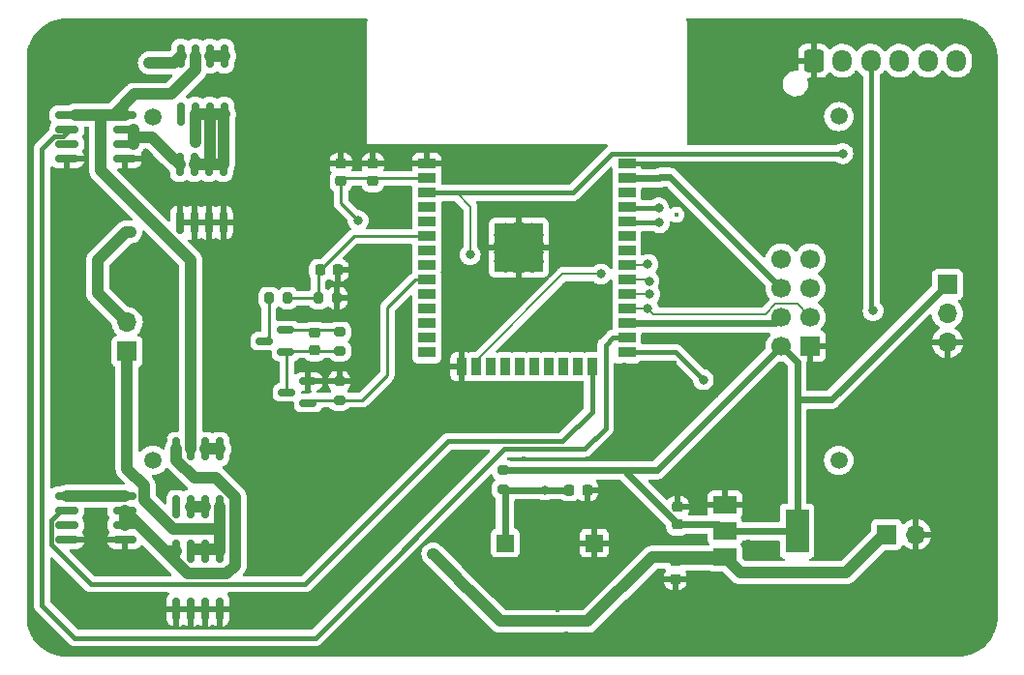
<source format=gbr>
%TF.GenerationSoftware,KiCad,Pcbnew,6.0.8+dfsg-1~bpo11+1*%
%TF.CreationDate,2022-11-14T19:08:56+01:00*%
%TF.ProjectId,Voiture_RC,566f6974-7572-4655-9f52-432e6b696361,rev?*%
%TF.SameCoordinates,Original*%
%TF.FileFunction,Copper,L1,Top*%
%TF.FilePolarity,Positive*%
%FSLAX46Y46*%
G04 Gerber Fmt 4.6, Leading zero omitted, Abs format (unit mm)*
G04 Created by KiCad (PCBNEW 6.0.8+dfsg-1~bpo11+1) date 2022-11-14 19:08:56*
%MOMM*%
%LPD*%
G01*
G04 APERTURE LIST*
G04 Aperture macros list*
%AMRoundRect*
0 Rectangle with rounded corners*
0 $1 Rounding radius*
0 $2 $3 $4 $5 $6 $7 $8 $9 X,Y pos of 4 corners*
0 Add a 4 corners polygon primitive as box body*
4,1,4,$2,$3,$4,$5,$6,$7,$8,$9,$2,$3,0*
0 Add four circle primitives for the rounded corners*
1,1,$1+$1,$2,$3*
1,1,$1+$1,$4,$5*
1,1,$1+$1,$6,$7*
1,1,$1+$1,$8,$9*
0 Add four rect primitives between the rounded corners*
20,1,$1+$1,$2,$3,$4,$5,0*
20,1,$1+$1,$4,$5,$6,$7,0*
20,1,$1+$1,$6,$7,$8,$9,0*
20,1,$1+$1,$8,$9,$2,$3,0*%
G04 Aperture macros list end*
%TA.AperFunction,SMDPad,CuDef*%
%ADD10RoundRect,0.200000X0.275000X-0.200000X0.275000X0.200000X-0.275000X0.200000X-0.275000X-0.200000X0*%
%TD*%
%TA.AperFunction,SMDPad,CuDef*%
%ADD11R,1.500000X1.500000*%
%TD*%
%TA.AperFunction,SMDPad,CuDef*%
%ADD12R,2.000000X1.500000*%
%TD*%
%TA.AperFunction,SMDPad,CuDef*%
%ADD13R,2.000000X3.800000*%
%TD*%
%TA.AperFunction,SMDPad,CuDef*%
%ADD14RoundRect,0.200000X-0.200000X-0.275000X0.200000X-0.275000X0.200000X0.275000X-0.200000X0.275000X0*%
%TD*%
%TA.AperFunction,SMDPad,CuDef*%
%ADD15R,1.500000X0.900000*%
%TD*%
%TA.AperFunction,SMDPad,CuDef*%
%ADD16R,0.900000X1.500000*%
%TD*%
%TA.AperFunction,SMDPad,CuDef*%
%ADD17R,1.050000X1.050000*%
%TD*%
%TA.AperFunction,ComponentPad*%
%ADD18C,0.475000*%
%TD*%
%TA.AperFunction,SMDPad,CuDef*%
%ADD19R,4.200000X4.200000*%
%TD*%
%TA.AperFunction,SMDPad,CuDef*%
%ADD20RoundRect,0.162500X-0.825000X-0.162500X0.825000X-0.162500X0.825000X0.162500X-0.825000X0.162500X0*%
%TD*%
%TA.AperFunction,SMDPad,CuDef*%
%ADD21RoundRect,0.225000X0.250000X-0.225000X0.250000X0.225000X-0.250000X0.225000X-0.250000X-0.225000X0*%
%TD*%
%TA.AperFunction,ComponentPad*%
%ADD22RoundRect,0.250000X-0.600000X-0.725000X0.600000X-0.725000X0.600000X0.725000X-0.600000X0.725000X0*%
%TD*%
%TA.AperFunction,ComponentPad*%
%ADD23O,1.700000X1.950000*%
%TD*%
%TA.AperFunction,SMDPad,CuDef*%
%ADD24RoundRect,0.162500X-0.162500X0.825000X-0.162500X-0.825000X0.162500X-0.825000X0.162500X0.825000X0*%
%TD*%
%TA.AperFunction,SMDPad,CuDef*%
%ADD25RoundRect,0.225000X-0.225000X-0.250000X0.225000X-0.250000X0.225000X0.250000X-0.225000X0.250000X0*%
%TD*%
%TA.AperFunction,ComponentPad*%
%ADD26R,1.700000X1.700000*%
%TD*%
%TA.AperFunction,ComponentPad*%
%ADD27O,1.700000X1.700000*%
%TD*%
%TA.AperFunction,SMDPad,CuDef*%
%ADD28RoundRect,0.150000X0.587500X0.150000X-0.587500X0.150000X-0.587500X-0.150000X0.587500X-0.150000X0*%
%TD*%
%TA.AperFunction,SMDPad,CuDef*%
%ADD29RoundRect,0.225000X-0.250000X0.225000X-0.250000X-0.225000X0.250000X-0.225000X0.250000X0.225000X0*%
%TD*%
%TA.AperFunction,SMDPad,CuDef*%
%ADD30RoundRect,0.225000X0.225000X0.250000X-0.225000X0.250000X-0.225000X-0.250000X0.225000X-0.250000X0*%
%TD*%
%TA.AperFunction,SMDPad,CuDef*%
%ADD31RoundRect,0.200000X-0.275000X0.200000X-0.275000X-0.200000X0.275000X-0.200000X0.275000X0.200000X0*%
%TD*%
%TA.AperFunction,ComponentPad*%
%ADD32C,1.700000*%
%TD*%
%TA.AperFunction,ViaPad*%
%ADD33C,0.400000*%
%TD*%
%TA.AperFunction,ViaPad*%
%ADD34C,1.500000*%
%TD*%
%TA.AperFunction,ViaPad*%
%ADD35C,0.800000*%
%TD*%
%TA.AperFunction,Conductor*%
%ADD36C,0.200000*%
%TD*%
%TA.AperFunction,Conductor*%
%ADD37C,1.000000*%
%TD*%
%TA.AperFunction,Conductor*%
%ADD38C,0.400000*%
%TD*%
%TA.AperFunction,Conductor*%
%ADD39C,0.600000*%
%TD*%
%TA.AperFunction,Conductor*%
%ADD40C,0.250000*%
%TD*%
G04 APERTURE END LIST*
D10*
%TO.P,R4,1*%
%TO.N,/GPIO_33_commande_mesure_batterie*%
X95900000Y-72200000D03*
%TO.P,R4,2*%
%TO.N,GND*%
X95900000Y-70550000D03*
%TD*%
D11*
%TO.P,Reset1,1,1*%
%TO.N,/RST*%
X110400000Y-84700000D03*
%TO.P,Reset1,2,2*%
%TO.N,GND*%
X118200000Y-84700000D03*
%TD*%
D12*
%TO.P,U2,1,ADJ*%
%TO.N,GND*%
X129650000Y-81350000D03*
%TO.P,U2,2,VO*%
%TO.N,+3V3*%
X129650000Y-83650000D03*
D13*
X135950000Y-83650000D03*
D12*
%TO.P,U2,3,VI*%
%TO.N,+BATT*%
X129650000Y-85950000D03*
%TD*%
D14*
%TO.P,R2,1*%
%TO.N,/GPIO_34_mesure_VBus*%
X94075000Y-63250000D03*
%TO.P,R2,2*%
%TO.N,GND*%
X95725000Y-63250000D03*
%TD*%
D15*
%TO.P,U1,1,GND*%
%TO.N,GND*%
X103550000Y-51500000D03*
%TO.P,U1,2,VDD*%
%TO.N,+3V3*%
X103550000Y-52770000D03*
%TO.P,U1,3,EN*%
%TO.N,/RST*%
X103550000Y-54040000D03*
%TO.P,U1,4,SENSOR_VP*%
%TO.N,unconnected-(U1-Pad4)*%
X103550000Y-55310000D03*
%TO.P,U1,5,SENSOR_VN*%
%TO.N,unconnected-(U1-Pad5)*%
X103550000Y-56580000D03*
%TO.P,U1,6,IO34*%
%TO.N,/GPIO_34_mesure_VBus*%
X103550000Y-57850000D03*
%TO.P,U1,7,IO35*%
%TO.N,unconnected-(U1-Pad7)*%
X103550000Y-59120000D03*
%TO.P,U1,8,IO32*%
%TO.N,unconnected-(U1-Pad8)*%
X103550000Y-60390000D03*
%TO.P,U1,9,IO33*%
%TO.N,/GPIO_33_commande_mesure_batterie*%
X103550000Y-61660000D03*
%TO.P,U1,10,IO25*%
%TO.N,unconnected-(U1-Pad10)*%
X103550000Y-62930000D03*
%TO.P,U1,11,IO26*%
%TO.N,unconnected-(U1-Pad11)*%
X103550000Y-64200000D03*
%TO.P,U1,12,IO27*%
%TO.N,unconnected-(U1-Pad12)*%
X103550000Y-65470000D03*
%TO.P,U1,13,IO14*%
%TO.N,unconnected-(U1-Pad13)*%
X103550000Y-66740000D03*
%TO.P,U1,14,IO12*%
%TO.N,unconnected-(U1-Pad14)*%
X103550000Y-68010000D03*
D16*
%TO.P,U1,15,GND*%
%TO.N,GND*%
X106590000Y-69260000D03*
%TO.P,U1,16,IO13*%
%TO.N,/IRQ*%
X107860000Y-69260000D03*
%TO.P,U1,17,SHD/SD2*%
%TO.N,SHD_SD2*%
X109130000Y-69260000D03*
%TO.P,U1,18,SWP/SD3*%
%TO.N,SWP_SD3*%
X110400000Y-69260000D03*
%TO.P,U1,19,SCS/CMD*%
%TO.N,SCS_CMD*%
X111670000Y-69260000D03*
%TO.P,U1,20,SCK/CLK*%
%TO.N,SCK_CLK*%
X112940000Y-69260000D03*
%TO.P,U1,21,SDO/SD0*%
%TO.N,SDO*%
X114210000Y-69260000D03*
%TO.P,U1,22,SDI/SD1*%
%TO.N,SDI_SD1*%
X115480000Y-69260000D03*
%TO.P,U1,23,IO15*%
%TO.N,unconnected-(U1-Pad23)*%
X116750000Y-69260000D03*
%TO.P,U1,24,IO2*%
%TO.N,/GPIO_2_mot1*%
X118020000Y-69260000D03*
D15*
%TO.P,U1,25,IO0*%
%TO.N,/GPIO_0_boot_0*%
X121050000Y-68010000D03*
%TO.P,U1,26,IO4*%
%TO.N,/GPIO4_mot_2*%
X121050000Y-66740000D03*
%TO.P,U1,27,IO16*%
%TO.N,/CSN*%
X121050000Y-65470000D03*
%TO.P,U1,28,IO17*%
%TO.N,/CE*%
X121050000Y-64200000D03*
%TO.P,U1,29,IO5*%
%TO.N,/GPIO_5_direction*%
X121050000Y-62930000D03*
%TO.P,U1,30,IO18*%
%TO.N,/SCK*%
X121050000Y-61660000D03*
%TO.P,U1,31,IO19*%
%TO.N,/MISO*%
X121050000Y-60390000D03*
%TO.P,U1,32,NC*%
%TO.N,unconnected-(U1-Pad32)*%
X121050000Y-59120000D03*
%TO.P,U1,33,IO21*%
%TO.N,unconnected-(U1-Pad33)*%
X121050000Y-57850000D03*
%TO.P,U1,34,RXD0/IO3*%
%TO.N,/Rx0_GPIO_3*%
X121050000Y-56580000D03*
%TO.P,U1,35,TXD0/IO1*%
%TO.N,/Tx0_GPIO_1*%
X121050000Y-55310000D03*
%TO.P,U1,36,IO22*%
%TO.N,unconnected-(U1-Pad36)*%
X121050000Y-54040000D03*
%TO.P,U1,37,IO23*%
%TO.N,/MOSI*%
X121050000Y-52770000D03*
%TO.P,U1,38,GND*%
%TO.N,GND*%
X121050000Y-51500000D03*
D17*
%TO.P,U1,39,GND*%
X110095000Y-57315000D03*
X111620000Y-57315000D03*
D18*
X113145000Y-58077500D03*
D17*
X111620000Y-60365000D03*
D18*
X112382500Y-57315000D03*
X110857500Y-60365000D03*
D17*
X110095000Y-58840000D03*
D18*
X110857500Y-57315000D03*
X113145000Y-59602500D03*
D17*
X113145000Y-57315000D03*
X111620000Y-58840000D03*
D18*
X111620000Y-58077500D03*
X112382500Y-58840000D03*
D17*
X110095000Y-60365000D03*
D18*
X110857500Y-58840000D03*
D17*
X113145000Y-58840000D03*
X113145000Y-60365000D03*
D18*
X112382500Y-60365000D03*
X111620000Y-59602500D03*
X110095000Y-58077500D03*
X110095000Y-59602500D03*
D19*
X111620000Y-58840000D03*
%TD*%
D20*
%TO.P,U3,1,VDD*%
%TO.N,+BATT*%
X72062500Y-80595000D03*
%TO.P,U3,2,INPUT*%
%TO.N,/GPIO_2_mot1*%
X72062500Y-81865000D03*
%TO.P,U3,3,NC*%
%TO.N,unconnected-(U3-Pad3)*%
X72062500Y-83135000D03*
%TO.P,U3,4,GND*%
%TO.N,GND*%
X72062500Y-84405000D03*
%TO.P,U3,5,GND*%
X77137500Y-84405000D03*
%TO.P,U3,6,OUT*%
%TO.N,Net-(Q3-Pad4)*%
X77137500Y-83135000D03*
%TO.P,U3,7,OUT*%
X77137500Y-81865000D03*
%TO.P,U3,8,VDD*%
%TO.N,+BATT*%
X77137500Y-80595000D03*
%TD*%
D21*
%TO.P,C2,1*%
%TO.N,+3V3*%
X98850000Y-53025000D03*
%TO.P,C2,2*%
%TO.N,GND*%
X98850000Y-51475000D03*
%TD*%
D22*
%TO.P,Prog1,1,Pin_1*%
%TO.N,GND*%
X137400000Y-42475000D03*
D23*
%TO.P,Prog1,2,Pin_2*%
%TO.N,unconnected-(Prog1-Pad2)*%
X139900000Y-42475000D03*
%TO.P,Prog1,3,Pin_3*%
%TO.N,/GPIO_0_boot_0*%
X142400000Y-42475000D03*
%TO.P,Prog1,4,Pin_4*%
%TO.N,/RST*%
X144900000Y-42475000D03*
%TO.P,Prog1,5,Pin_5*%
%TO.N,/Tx0_GPIO_1*%
X147400000Y-42475000D03*
%TO.P,Prog1,6,Pin_6*%
%TO.N,/Rx0_GPIO_3*%
X149900000Y-42475000D03*
%TD*%
D24*
%TO.P,Q3,1*%
%TO.N,Net-(Q3-Pad1)*%
X85455000Y-76462500D03*
%TO.P,Q3,2*%
X84185000Y-76462500D03*
%TO.P,Q3,3*%
%TO.N,+BATT*%
X82915000Y-76462500D03*
%TO.P,Q3,4*%
%TO.N,Net-(Q3-Pad4)*%
X81645000Y-76462500D03*
%TO.P,Q3,5*%
%TO.N,unconnected-(Q3-Pad5)*%
X81645000Y-81537500D03*
%TO.P,Q3,6*%
%TO.N,Net-(Q3-Pad6)*%
X82915000Y-81537500D03*
%TO.P,Q3,7*%
X84185000Y-81537500D03*
%TO.P,Q3,8*%
%TO.N,Net-(J2-Pad1)*%
X85455000Y-81537500D03*
%TD*%
D25*
%TO.P,C3,1*%
%TO.N,/GPIO_34_mesure_VBus*%
X94225000Y-60800000D03*
%TO.P,C3,2*%
%TO.N,GND*%
X95775000Y-60800000D03*
%TD*%
D26*
%TO.P,J2,1,Pin_1*%
%TO.N,Net-(J2-Pad1)*%
X77350000Y-67925000D03*
D27*
%TO.P,J2,2,Pin_2*%
%TO.N,Net-(J2-Pad2)*%
X77350000Y-65385000D03*
%TD*%
D14*
%TO.P,R1,1*%
%TO.N,Net-(Q1-Pad3)*%
X89750000Y-63250000D03*
%TO.P,R1,2*%
%TO.N,/GPIO_34_mesure_VBus*%
X91400000Y-63250000D03*
%TD*%
D28*
%TO.P,Q1,1,G*%
%TO.N,Net-(C4-Pad2)*%
X91237500Y-67950000D03*
%TO.P,Q1,2,S*%
%TO.N,VBUS*%
X91237500Y-66050000D03*
%TO.P,Q1,3,D*%
%TO.N,Net-(Q1-Pad3)*%
X89362500Y-67000000D03*
%TD*%
D26*
%TO.P,J1,1,Pin_1*%
%TO.N,+3V3*%
X149100000Y-62060000D03*
D27*
%TO.P,J1,2,Pin_2*%
%TO.N,/GPIO_5_direction*%
X149100000Y-64600000D03*
%TO.P,J1,3,Pin_3*%
%TO.N,GND*%
X149100000Y-67140000D03*
%TD*%
D20*
%TO.P,U4,1,VDD*%
%TO.N,+BATT*%
X72062500Y-47245000D03*
%TO.P,U4,2,INPUT*%
%TO.N,/GPIO4_mot_2*%
X72062500Y-48515000D03*
%TO.P,U4,3,NC*%
%TO.N,unconnected-(U4-Pad3)*%
X72062500Y-49785000D03*
%TO.P,U4,4,GND*%
%TO.N,GND*%
X72062500Y-51055000D03*
%TO.P,U4,5,GND*%
X77137500Y-51055000D03*
%TO.P,U4,6,OUT*%
%TO.N,Net-(Q5-Pad4)*%
X77137500Y-49785000D03*
%TO.P,U4,7,OUT*%
X77137500Y-48515000D03*
%TO.P,U4,8,VDD*%
%TO.N,+BATT*%
X77137500Y-47245000D03*
%TD*%
D24*
%TO.P,Q4,1,S*%
%TO.N,Net-(J2-Pad1)*%
X85455000Y-85412500D03*
%TO.P,Q4,2,S*%
X84185000Y-85412500D03*
%TO.P,Q4,3,S*%
X82915000Y-85412500D03*
%TO.P,Q4,4,G*%
%TO.N,Net-(Q3-Pad4)*%
X81645000Y-85412500D03*
%TO.P,Q4,5,D*%
%TO.N,GND*%
X81645000Y-90487500D03*
%TO.P,Q4,6,D*%
X82915000Y-90487500D03*
%TO.P,Q4,7,D*%
X84185000Y-90487500D03*
%TO.P,Q4,8,D*%
X85455000Y-90487500D03*
%TD*%
D21*
%TO.P,C1,1*%
%TO.N,+3V3*%
X96040000Y-53025000D03*
%TO.P,C1,2*%
%TO.N,GND*%
X96040000Y-51475000D03*
%TD*%
D26*
%TO.P,Batt1,1,Pin_1*%
%TO.N,+BATT*%
X143775000Y-83950000D03*
D27*
%TO.P,Batt1,2,Pin_2*%
%TO.N,GND*%
X146315000Y-83950000D03*
%TD*%
D29*
%TO.P,C5,1*%
%TO.N,+BATT*%
X125300000Y-86275000D03*
%TO.P,C5,2*%
%TO.N,GND*%
X125300000Y-87825000D03*
%TD*%
D24*
%TO.P,Q6,1,S*%
%TO.N,Net-(J2-Pad2)*%
X85755000Y-51562500D03*
%TO.P,Q6,2,S*%
X84485000Y-51562500D03*
%TO.P,Q6,3,S*%
X83215000Y-51562500D03*
%TO.P,Q6,4,G*%
%TO.N,Net-(Q5-Pad4)*%
X81945000Y-51562500D03*
%TO.P,Q6,5,D*%
%TO.N,GND*%
X81945000Y-56637500D03*
%TO.P,Q6,6,D*%
X83215000Y-56637500D03*
%TO.P,Q6,7,D*%
X84485000Y-56637500D03*
%TO.P,Q6,8,D*%
X85755000Y-56637500D03*
%TD*%
D30*
%TO.P,C7,1*%
%TO.N,GND*%
X117575000Y-80050000D03*
%TO.P,C7,2*%
%TO.N,/RST*%
X116025000Y-80050000D03*
%TD*%
D21*
%TO.P,C6,1*%
%TO.N,+3V3*%
X125500000Y-83075000D03*
%TO.P,C6,2*%
%TO.N,GND*%
X125500000Y-81525000D03*
%TD*%
D31*
%TO.P,R5,1*%
%TO.N,+3V3*%
X110250000Y-78325000D03*
%TO.P,R5,2*%
%TO.N,/RST*%
X110250000Y-79975000D03*
%TD*%
D24*
%TO.P,Q5,1*%
%TO.N,Net-(Q5-Pad1)*%
X85855000Y-42062500D03*
%TO.P,Q5,2*%
X84585000Y-42062500D03*
%TO.P,Q5,3*%
%TO.N,+BATT*%
X83315000Y-42062500D03*
%TO.P,Q5,4*%
%TO.N,Net-(Q5-Pad4)*%
X82045000Y-42062500D03*
%TO.P,Q5,5*%
%TO.N,unconnected-(Q5-Pad5)*%
X82045000Y-47137500D03*
%TO.P,Q5,6*%
%TO.N,Net-(J2-Pad2)*%
X83315000Y-47137500D03*
%TO.P,Q5,7*%
X84585000Y-47137500D03*
%TO.P,Q5,8*%
X85855000Y-47137500D03*
%TD*%
D29*
%TO.P,C4,1*%
%TO.N,VBUS*%
X93750000Y-66275000D03*
%TO.P,C4,2*%
%TO.N,Net-(C4-Pad2)*%
X93750000Y-67825000D03*
%TD*%
D31*
%TO.P,R3,1*%
%TO.N,VBUS*%
X95950000Y-66225000D03*
%TO.P,R3,2*%
%TO.N,Net-(C4-Pad2)*%
X95950000Y-67875000D03*
%TD*%
D26*
%TO.P,J3,1,Pin_1*%
%TO.N,GND*%
X137100000Y-67450000D03*
D32*
%TO.P,J3,2,Pin_2*%
%TO.N,+3V3*%
X134560000Y-67450000D03*
%TO.P,J3,3,Pin_3*%
%TO.N,/CE*%
X137100000Y-64910000D03*
%TO.P,J3,4,Pin_4*%
%TO.N,/CSN*%
X134560000Y-64910000D03*
%TO.P,J3,5,Pin_5*%
%TO.N,/SCK*%
X137100000Y-62370000D03*
%TO.P,J3,6,Pin_6*%
%TO.N,/MOSI*%
X134560000Y-62370000D03*
%TO.P,J3,7,Pin_7*%
%TO.N,/MISO*%
X137100000Y-59830000D03*
%TO.P,J3,8,Pin_8*%
%TO.N,/IRQ*%
X134560000Y-59830000D03*
%TD*%
D28*
%TO.P,Q2,1,B*%
%TO.N,/GPIO_33_commande_mesure_batterie*%
X93187500Y-72450000D03*
%TO.P,Q2,2,E*%
%TO.N,GND*%
X93187500Y-70550000D03*
%TO.P,Q2,3,C*%
%TO.N,Net-(C4-Pad2)*%
X91312500Y-71500000D03*
%TD*%
D33*
%TO.N,GND*%
X114900000Y-93950000D03*
X115750000Y-92650000D03*
X112200000Y-92800000D03*
X92800000Y-44600000D03*
X91500000Y-52500000D03*
X99900000Y-62200000D03*
X108650000Y-59500000D03*
X107500000Y-62050000D03*
X123200000Y-51700000D03*
X130650000Y-49150000D03*
X136650000Y-48850000D03*
X133000000Y-47850000D03*
X131350000Y-43450000D03*
X128050000Y-43550000D03*
X128450000Y-47450000D03*
X148500000Y-54950000D03*
%TO.N,*%
X125400000Y-55950000D03*
%TO.N,GND*%
X133400000Y-53450000D03*
X131650000Y-51750000D03*
X135500000Y-51950000D03*
X138950000Y-52500000D03*
X136850000Y-53550000D03*
X130150000Y-53350000D03*
X126900000Y-52000000D03*
X141250000Y-51350000D03*
X150250000Y-49150000D03*
X146250000Y-44800000D03*
X145900000Y-46750000D03*
X144000000Y-48550000D03*
X146550000Y-51250000D03*
X144500000Y-59100000D03*
X144100000Y-55950000D03*
X144050000Y-53650000D03*
X132100000Y-56050000D03*
X137000000Y-56050000D03*
X137000000Y-57800000D03*
X140750000Y-59700000D03*
X139700000Y-60050000D03*
X139200000Y-58000000D03*
X141250000Y-56700000D03*
X141150000Y-62300000D03*
X139500000Y-62300000D03*
X140750000Y-64850000D03*
X139500000Y-65900000D03*
X139500000Y-64600000D03*
X144500000Y-62850000D03*
X145800000Y-62750000D03*
X151100000Y-71800000D03*
X143150000Y-70750000D03*
X146600000Y-67400000D03*
X147300000Y-72550000D03*
X142050000Y-74000000D03*
X142950000Y-66150000D03*
X138700000Y-70550000D03*
X137600000Y-75800000D03*
X137400000Y-73700000D03*
X145200000Y-78200000D03*
X138350000Y-79950000D03*
X141950000Y-83250000D03*
X138700000Y-85300000D03*
X140100000Y-82150000D03*
X146700000Y-80700000D03*
X148800000Y-83400000D03*
X150350000Y-86750000D03*
X144850000Y-90500000D03*
X134400000Y-89150000D03*
X139750000Y-89750000D03*
X144450000Y-86950000D03*
X129600000Y-78650000D03*
X131600000Y-77450000D03*
X134250000Y-75600000D03*
X134300000Y-77800000D03*
X133600000Y-81700000D03*
X121550000Y-90950000D03*
X131450000Y-91850000D03*
X132200000Y-86000000D03*
X133750000Y-86050000D03*
X134100000Y-84750000D03*
X131700000Y-84600000D03*
X129050000Y-88100000D03*
X123700000Y-88750000D03*
X107900000Y-84600000D03*
X114250000Y-84150000D03*
X114750000Y-86200000D03*
X112300000Y-90250000D03*
X114950000Y-90600000D03*
X118600000Y-87600000D03*
X121900000Y-83350000D03*
X119550000Y-80350000D03*
X112350000Y-81500000D03*
X127600000Y-84550000D03*
X127350000Y-81450000D03*
X125450000Y-79100000D03*
X127600000Y-77600000D03*
X129600000Y-75800000D03*
X131700000Y-73800000D03*
X133950000Y-71900000D03*
X134650000Y-69150000D03*
X123150000Y-74000000D03*
X124150000Y-71150000D03*
X128900000Y-71800000D03*
X126500000Y-72850000D03*
X123600000Y-76900000D03*
X121000000Y-77300000D03*
X115300000Y-77350000D03*
X112050000Y-77250000D03*
X119800000Y-75900000D03*
X120700000Y-72050000D03*
X120800000Y-69100000D03*
X125250000Y-68900000D03*
X128350000Y-66550000D03*
X131800000Y-66650000D03*
X131500000Y-68800000D03*
X127650000Y-68800000D03*
X124050000Y-66550000D03*
X131600000Y-62700000D03*
X128150000Y-62750000D03*
X125050000Y-62800000D03*
X127350000Y-59900000D03*
X130400000Y-59850000D03*
X124450000Y-60150000D03*
X128150000Y-57850000D03*
X122900000Y-53850000D03*
X124500000Y-53700000D03*
X122850000Y-58500000D03*
X105650000Y-57650000D03*
X108650000Y-57750000D03*
X110150000Y-55250000D03*
X113650000Y-55300000D03*
X117750000Y-55150000D03*
X118950000Y-58300000D03*
X112150000Y-52650000D03*
X108850000Y-51450000D03*
X114150000Y-51400000D03*
X118500000Y-50250000D03*
X119350000Y-52750000D03*
X116050000Y-57850000D03*
X110350000Y-67700000D03*
X112150000Y-67750000D03*
X116950000Y-64600000D03*
X116050000Y-67400000D03*
X118200000Y-67700000D03*
X119250000Y-65700000D03*
X115550000Y-62100000D03*
X114150000Y-63800000D03*
X111950000Y-66700000D03*
X104850000Y-70550000D03*
X112200000Y-62200000D03*
X109300000Y-64650000D03*
X105650000Y-64150000D03*
X105650000Y-59500000D03*
X105700000Y-51800000D03*
X105700000Y-55400000D03*
X109600000Y-88250000D03*
X108500000Y-81700000D03*
X106250000Y-84100000D03*
X104150000Y-91250000D03*
X98650000Y-90850000D03*
X101600000Y-88050000D03*
X93800000Y-90300000D03*
X98800000Y-85350000D03*
X102400000Y-81150000D03*
X107750000Y-77250000D03*
X105500000Y-74550000D03*
X102350000Y-76250000D03*
X101400000Y-68550000D03*
X99700000Y-72650000D03*
X101800000Y-64300000D03*
X94700000Y-71350000D03*
X98100000Y-64350000D03*
X101050000Y-60150000D03*
X98500000Y-59600000D03*
X91750000Y-56550000D03*
X93050000Y-48450000D03*
X94200000Y-53750000D03*
X95750000Y-57150000D03*
X98300000Y-55200000D03*
X101650000Y-55400000D03*
X101550000Y-53950000D03*
X97150000Y-53900000D03*
X101100000Y-51050000D03*
X97000000Y-48100000D03*
X97000000Y-42750000D03*
X97000000Y-40350000D03*
X87550000Y-51200000D03*
X87550000Y-46550000D03*
X89500000Y-68400000D03*
X93000000Y-69400000D03*
X95650000Y-64750000D03*
X91600000Y-64850000D03*
X92850000Y-62100000D03*
X88200000Y-63100000D03*
X87600000Y-66450000D03*
X85300000Y-63550000D03*
X85350000Y-59700000D03*
X97850000Y-70500000D03*
X99600000Y-78200000D03*
X96400000Y-75400000D03*
X94700000Y-73900000D03*
X92600000Y-82150000D03*
X89000000Y-80200000D03*
X89150000Y-82450000D03*
X91300000Y-86600000D03*
X93550000Y-85350000D03*
X95150000Y-83850000D03*
X95750000Y-81700000D03*
X93100000Y-79150000D03*
X88150000Y-77250000D03*
X90300000Y-75500000D03*
X87000000Y-75050000D03*
X88650000Y-86750000D03*
X87050000Y-89550000D03*
X87250000Y-91600000D03*
X75700000Y-91650000D03*
X77900000Y-91650000D03*
X80000000Y-91700000D03*
X80100000Y-89850000D03*
X77900000Y-89850000D03*
X75550000Y-89900000D03*
X73150000Y-89450000D03*
X72400000Y-90900000D03*
X71150000Y-88650000D03*
X71050000Y-86900000D03*
X80700000Y-75650000D03*
X81750000Y-74550000D03*
X80300000Y-79700000D03*
X81500000Y-79150000D03*
X75100000Y-84450000D03*
X75250000Y-86950000D03*
X76700000Y-87150000D03*
X78950000Y-86050000D03*
X79950000Y-87200000D03*
X74000000Y-85850000D03*
X75150000Y-82450000D03*
X74350000Y-82500000D03*
X71700000Y-78550000D03*
X72850000Y-74950000D03*
X75050000Y-74200000D03*
X73850000Y-72000000D03*
X73400000Y-68600000D03*
X71600000Y-72550000D03*
X71400000Y-70100000D03*
X71600000Y-66750000D03*
X75650000Y-71400000D03*
X75050000Y-69300000D03*
X74900000Y-66500000D03*
X80200000Y-65300000D03*
X79350000Y-61550000D03*
X77950000Y-62500000D03*
X79300000Y-65750000D03*
X79350000Y-68100000D03*
X78600000Y-70950000D03*
X79950000Y-69650000D03*
X81200000Y-68700000D03*
X81450000Y-66400000D03*
X81600000Y-64350000D03*
X80450000Y-59700000D03*
X81500000Y-61850000D03*
X75950000Y-61600000D03*
X77500000Y-59900000D03*
X71450000Y-64850000D03*
X73250000Y-61650000D03*
X71200000Y-59000000D03*
X71300000Y-55250000D03*
X73700000Y-58400000D03*
X75050000Y-57000000D03*
X76450000Y-56000000D03*
X79050000Y-58650000D03*
X68900000Y-53300000D03*
X68900000Y-55600000D03*
X68900000Y-57900000D03*
X68900000Y-60150000D03*
X68900000Y-62450000D03*
X68900000Y-64750000D03*
X68900000Y-67000000D03*
X68900000Y-69300000D03*
X68900000Y-71600000D03*
X68900000Y-73850000D03*
X68900000Y-76150000D03*
X68900000Y-78450000D03*
X68900000Y-80700000D03*
X68900000Y-83000000D03*
X68900000Y-85250000D03*
X68900000Y-87550000D03*
X68900000Y-89850000D03*
X69500000Y-92450000D03*
X71350000Y-94100000D03*
X75200000Y-94100000D03*
X79050000Y-94100000D03*
X82900000Y-94100000D03*
X86800000Y-94100000D03*
X90650000Y-94100000D03*
X94550000Y-93850000D03*
X98400000Y-93850000D03*
X102300000Y-93850000D03*
X106150000Y-93850000D03*
X110000000Y-93850000D03*
X119350000Y-93850000D03*
X123250000Y-93850000D03*
X127100000Y-93850000D03*
X130950000Y-93850000D03*
X134800000Y-93850000D03*
X138700000Y-93850000D03*
X142550000Y-93850000D03*
X146400000Y-93850000D03*
X150300000Y-93900000D03*
X152500000Y-92300000D03*
X152500000Y-90050000D03*
X152500000Y-87750000D03*
X152500000Y-85450000D03*
X152500000Y-83200000D03*
X152500000Y-80900000D03*
X152500000Y-78600000D03*
X152500000Y-76350000D03*
X152500000Y-74050000D03*
X152500000Y-71750000D03*
X152500000Y-69500000D03*
X152500000Y-67200000D03*
X152500000Y-64900000D03*
X152500000Y-62650000D03*
X152500000Y-60350000D03*
X152500000Y-58050000D03*
X152500000Y-55800000D03*
X152500000Y-53500000D03*
X152500000Y-51200000D03*
X152500000Y-48950000D03*
X152500000Y-46650000D03*
X152500000Y-44350000D03*
X152500000Y-42100000D03*
X148650000Y-39800000D03*
X144800000Y-39800000D03*
X140900000Y-39800000D03*
X137050000Y-39800000D03*
X133200000Y-39800000D03*
X129300000Y-39800000D03*
X94550000Y-39800000D03*
X86800000Y-39800000D03*
X90700000Y-39800000D03*
X82950000Y-39800000D03*
X85000000Y-44150000D03*
X85950000Y-44150000D03*
X83600000Y-45400000D03*
X80600000Y-44150000D03*
X69200000Y-48150000D03*
X69850000Y-45100000D03*
X76350000Y-43900000D03*
X77200000Y-39950000D03*
X70250000Y-40400000D03*
X68900000Y-51900000D03*
X71300000Y-52850000D03*
X73300000Y-52700000D03*
X78000000Y-52600000D03*
X78900000Y-50900000D03*
X78900000Y-53600000D03*
X80250000Y-52200000D03*
X82150000Y-54800000D03*
X83200000Y-53550000D03*
X73800000Y-48650000D03*
D34*
%TO.N,*%
X79600000Y-77450000D03*
X139600000Y-77450000D03*
X139600000Y-47350000D03*
X79600000Y-47400000D03*
D35*
%TO.N,+BATT*%
X82915000Y-65685000D03*
X82915000Y-72485000D03*
X104975000Y-86525000D03*
X107625000Y-89175000D03*
X108600000Y-90150000D03*
X109625000Y-91175000D03*
X75855000Y-80595000D03*
X82915000Y-71335000D03*
X82915000Y-67885000D03*
X82915000Y-66735000D03*
X104150000Y-85700000D03*
X105850000Y-87400000D03*
X74705000Y-80595000D03*
X82915000Y-73635000D03*
X82915000Y-69085000D03*
X106700000Y-88250000D03*
X82915000Y-70285000D03*
X73555000Y-80595000D03*
%TO.N,+3V3*%
X97550000Y-56450000D03*
%TO.N,/RST*%
X107350000Y-59450000D03*
X113900000Y-80050000D03*
X139950000Y-50600000D03*
%TO.N,/GPIO_5_direction*%
X123050000Y-62900000D03*
%TO.N,Net-(J2-Pad2)*%
X83315000Y-51285000D03*
X84585000Y-49565000D03*
X74742500Y-59942500D03*
X83315000Y-49585000D03*
X76467500Y-58217500D03*
X85755000Y-49545000D03*
X77235000Y-57450000D03*
X75617500Y-59067500D03*
%TO.N,/CE*%
X122900000Y-64150000D03*
%TO.N,/SCK*%
X123000000Y-61750000D03*
%TO.N,/MISO*%
X122900000Y-60300000D03*
%TO.N,/IRQ*%
X118800000Y-61150000D03*
%TO.N,/GPIO_0_boot_0*%
X142600000Y-64350000D03*
X127750000Y-70400000D03*
%TO.N,/Tx0_GPIO_1*%
X123850000Y-55350000D03*
%TO.N,/Rx0_GPIO_3*%
X123900000Y-56650000D03*
%TO.N,Net-(Q5-Pad4)*%
X80250000Y-42650000D03*
X79350000Y-42650000D03*
X81400000Y-42650000D03*
X81141250Y-50758750D03*
X79641250Y-49258750D03*
X80391250Y-50008750D03*
%TD*%
D36*
%TO.N,/CE*%
X122900000Y-64150000D02*
X123400000Y-64650000D01*
X123400000Y-64650000D02*
X133193654Y-64650000D01*
X134083654Y-63760000D02*
X135950000Y-63760000D01*
X133193654Y-64650000D02*
X134083654Y-63760000D01*
X135950000Y-63760000D02*
X137100000Y-64910000D01*
D37*
%TO.N,+BATT*%
X129650000Y-85950000D02*
X123250000Y-85950000D01*
X123250000Y-85950000D02*
X117650000Y-91550000D01*
X117650000Y-91550000D02*
X110000000Y-91550000D01*
X110000000Y-91550000D02*
X109625000Y-91175000D01*
D38*
%TO.N,/GPIO4_mot_2*%
X72812500Y-48465000D02*
X72299505Y-48465000D01*
X72299505Y-48465000D02*
X71704505Y-49060000D01*
X71704505Y-49060000D02*
X71004505Y-49060000D01*
X71004505Y-49060000D02*
X69900000Y-50164505D01*
X119810000Y-66740000D02*
X121050000Y-66740000D01*
X69900000Y-50164505D02*
X69900000Y-90150000D01*
X69900000Y-90150000D02*
X72750000Y-93000000D01*
X72750000Y-93000000D02*
X93800000Y-93000000D01*
X119200000Y-67350000D02*
X119810000Y-66740000D01*
X93800000Y-93000000D02*
X110350000Y-76450000D01*
X110350000Y-76450000D02*
X117400000Y-76450000D01*
X117400000Y-76450000D02*
X119200000Y-74650000D01*
X119200000Y-74650000D02*
X119200000Y-67350000D01*
D37*
%TO.N,Net-(J2-Pad1)*%
X85455000Y-83495000D02*
X81395241Y-83495000D01*
X81395241Y-83495000D02*
X78825000Y-80924759D01*
X78825000Y-80924759D02*
X78825000Y-79675000D01*
X78825000Y-79675000D02*
X77350000Y-78200000D01*
X77350000Y-78200000D02*
X77350000Y-67925000D01*
%TO.N,Net-(J2-Pad2)*%
X77350000Y-65385000D02*
X74742500Y-62777500D01*
X74742500Y-62777500D02*
X74742500Y-59942500D01*
D38*
%TO.N,/GPIO_0_boot_0*%
X142450000Y-44400000D02*
X142450000Y-42525000D01*
X142450000Y-42525000D02*
X142400000Y-42475000D01*
X142450000Y-44400000D02*
X142450000Y-44350000D01*
X142450000Y-64200000D02*
X142450000Y-44400000D01*
D37*
%TO.N,+BATT*%
X75055000Y-47195000D02*
X76205000Y-47195000D01*
X76205000Y-47195000D02*
X77087500Y-47195000D01*
X83315000Y-42062500D02*
X83315000Y-43285000D01*
X78000000Y-45400000D02*
X76205000Y-47195000D01*
X83315000Y-43285000D02*
X81200000Y-45400000D01*
X81200000Y-45400000D02*
X78000000Y-45400000D01*
X77087500Y-47195000D02*
X77137500Y-47245000D01*
%TO.N,Net-(Q5-Pad4)*%
X81400000Y-42650000D02*
X80250000Y-42650000D01*
X80250000Y-42650000D02*
X79350000Y-42650000D01*
X82045000Y-42062500D02*
X81457500Y-42650000D01*
X81457500Y-42650000D02*
X79300000Y-42650000D01*
%TO.N,+BATT*%
X143775000Y-83950000D02*
X143550000Y-83950000D01*
X105850000Y-87400000D02*
X104975000Y-86525000D01*
D39*
X125300000Y-86275000D02*
X129325000Y-86275000D01*
D37*
X74705000Y-80595000D02*
X73555000Y-80595000D01*
X82915000Y-69085000D02*
X82915000Y-67885000D01*
X73555000Y-80595000D02*
X72062500Y-80595000D01*
X143550000Y-83950000D02*
X140200000Y-87300000D01*
X75055000Y-52079759D02*
X75055000Y-47195000D01*
X104975000Y-86525000D02*
X104150000Y-85700000D01*
X109625000Y-91175000D02*
X108600000Y-90150000D01*
X82915000Y-73635000D02*
X82915000Y-72485000D01*
X75055000Y-47195000D02*
X72812500Y-47195000D01*
X77137500Y-80595000D02*
X75855000Y-80595000D01*
X140200000Y-87300000D02*
X131000000Y-87300000D01*
X82915000Y-76462500D02*
X82915000Y-73635000D01*
X108600000Y-90150000D02*
X107625000Y-89175000D01*
X82915000Y-71335000D02*
X82915000Y-70285000D01*
X107625000Y-89175000D02*
X106700000Y-88250000D01*
X106700000Y-88250000D02*
X105850000Y-87400000D01*
D39*
X129325000Y-86275000D02*
X129650000Y-85950000D01*
D37*
X82915000Y-65685000D02*
X82915000Y-59939759D01*
X104150000Y-85700000D02*
X104100000Y-85650000D01*
X82915000Y-67885000D02*
X82915000Y-66735000D01*
X82915000Y-66735000D02*
X82915000Y-65685000D01*
X75855000Y-80595000D02*
X74705000Y-80595000D01*
X131000000Y-87300000D02*
X129650000Y-85950000D01*
X82915000Y-59939759D02*
X75055000Y-52079759D01*
X82915000Y-70285000D02*
X82915000Y-69085000D01*
X82915000Y-72485000D02*
X82915000Y-71335000D01*
D40*
%TO.N,GND*%
X96040000Y-51475000D02*
X96065000Y-51500000D01*
X96065000Y-51500000D02*
X103550000Y-51500000D01*
D39*
%TO.N,+3V3*%
X120175000Y-78325000D02*
X120799695Y-78325000D01*
D40*
X96040000Y-54940000D02*
X97550000Y-56450000D01*
D39*
X123685000Y-78325000D02*
X134560000Y-67450000D01*
X135950000Y-72150000D02*
X135950000Y-68840000D01*
X149075000Y-62025000D02*
X138950000Y-72150000D01*
X125500000Y-83025305D02*
X125500000Y-83075000D01*
X125500000Y-83075000D02*
X129075000Y-83075000D01*
X135950000Y-83650000D02*
X135950000Y-72150000D01*
D40*
X96040000Y-53025000D02*
X96295000Y-52770000D01*
D39*
X135950000Y-68840000D02*
X134560000Y-67450000D01*
X110250000Y-78325000D02*
X120175000Y-78325000D01*
X120799695Y-78325000D02*
X125500000Y-83025305D01*
D40*
X96295000Y-52770000D02*
X103550000Y-52770000D01*
D39*
X135950000Y-83650000D02*
X129650000Y-83650000D01*
X138950000Y-72150000D02*
X135950000Y-72150000D01*
X120175000Y-78325000D02*
X123685000Y-78325000D01*
X129075000Y-83075000D02*
X129650000Y-83650000D01*
D40*
X96040000Y-53025000D02*
X96040000Y-54940000D01*
%TO.N,/GPIO_34_mesure_VBus*%
X94075000Y-63250000D02*
X91400000Y-63250000D01*
X94075000Y-60950000D02*
X94225000Y-60800000D01*
X94075000Y-63250000D02*
X94075000Y-60950000D01*
X97175000Y-57850000D02*
X94225000Y-60800000D01*
X103550000Y-57850000D02*
X97175000Y-57850000D01*
%TO.N,VBUS*%
X95775000Y-66050000D02*
X95950000Y-66225000D01*
X91237500Y-66050000D02*
X95775000Y-66050000D01*
%TO.N,Net-(C4-Pad2)*%
X91312500Y-68025000D02*
X91237500Y-67950000D01*
X91312500Y-71500000D02*
X91312500Y-68025000D01*
X95950000Y-67875000D02*
X91312500Y-67875000D01*
X91312500Y-67875000D02*
X91237500Y-67950000D01*
D36*
%TO.N,/RST*%
X107350000Y-59450000D02*
X107350000Y-55230000D01*
D38*
X103550000Y-54040000D02*
X106160000Y-54040000D01*
D39*
X110400000Y-80125000D02*
X110250000Y-79975000D01*
X110400000Y-84700000D02*
X110400000Y-80125000D01*
X110325000Y-80050000D02*
X110250000Y-79975000D01*
D38*
X119750000Y-50600000D02*
X139950000Y-50600000D01*
D39*
X116025000Y-80050000D02*
X113900000Y-80050000D01*
D36*
X107350000Y-55230000D02*
X106160000Y-54040000D01*
D38*
X116310000Y-54040000D02*
X119750000Y-50600000D01*
D39*
X113900000Y-80050000D02*
X110325000Y-80050000D01*
D38*
X106160000Y-54040000D02*
X116310000Y-54040000D01*
D36*
%TO.N,/GPIO_5_direction*%
X121050000Y-62930000D02*
X123020000Y-62930000D01*
D37*
%TO.N,Net-(J2-Pad1)*%
X85292500Y-85250000D02*
X85455000Y-85412500D01*
X85455000Y-83495000D02*
X85455000Y-85412500D01*
X83250000Y-85250000D02*
X85292500Y-85250000D01*
X85455000Y-81537500D02*
X85455000Y-83495000D01*
%TO.N,Net-(J2-Pad2)*%
X83315000Y-47137500D02*
X85855000Y-47137500D01*
X84585000Y-49565000D02*
X84585000Y-51462500D01*
X77235000Y-57450000D02*
X77650000Y-57450000D01*
X74742500Y-59942500D02*
X75617500Y-59067500D01*
X83315000Y-51285000D02*
X83315000Y-51462500D01*
X85755000Y-47237500D02*
X85855000Y-47137500D01*
X75617500Y-59067500D02*
X76467500Y-58217500D01*
X76467500Y-58217500D02*
X77235000Y-57450000D01*
X83315000Y-51462500D02*
X83215000Y-51562500D01*
X85755000Y-51562500D02*
X85755000Y-49545000D01*
X84585000Y-47137500D02*
X84585000Y-49565000D01*
X85755000Y-51562500D02*
X83215000Y-51562500D01*
X83315000Y-47137500D02*
X83315000Y-49585000D01*
X85755000Y-49545000D02*
X85755000Y-47237500D01*
X84585000Y-51462500D02*
X84485000Y-51562500D01*
D36*
%TO.N,/CE*%
X121050000Y-64200000D02*
X122850000Y-64200000D01*
D39*
%TO.N,/CSN*%
X134000000Y-65470000D02*
X134560000Y-64910000D01*
X121050000Y-65470000D02*
X134000000Y-65470000D01*
D36*
%TO.N,/SCK*%
X121050000Y-61660000D02*
X122910000Y-61660000D01*
D39*
%TO.N,/MOSI*%
X124840000Y-52650000D02*
X124000000Y-52650000D01*
X123880000Y-52770000D02*
X121050000Y-52770000D01*
X134560000Y-62370000D02*
X124840000Y-52650000D01*
X124000000Y-52650000D02*
X123880000Y-52770000D01*
D36*
%TO.N,/MISO*%
X121050000Y-60390000D02*
X122810000Y-60390000D01*
%TO.N,/IRQ*%
X115440000Y-61150000D02*
X118800000Y-61150000D01*
X107860000Y-69260000D02*
X107860000Y-68730000D01*
X107860000Y-68730000D02*
X115440000Y-61150000D01*
D38*
%TO.N,/GPIO_0_boot_0*%
X125360000Y-68010000D02*
X127750000Y-70400000D01*
X142600000Y-64350000D02*
X142450000Y-64200000D01*
X121050000Y-68010000D02*
X125360000Y-68010000D01*
%TO.N,/Tx0_GPIO_1*%
X121090000Y-55350000D02*
X121050000Y-55310000D01*
X123850000Y-55350000D02*
X121090000Y-55350000D01*
%TO.N,/Rx0_GPIO_3*%
X123900000Y-56650000D02*
X121120000Y-56650000D01*
X121120000Y-56650000D02*
X121050000Y-56580000D01*
D40*
%TO.N,Net-(Q1-Pad3)*%
X89750000Y-66612500D02*
X89362500Y-67000000D01*
X89750000Y-63250000D02*
X89750000Y-66612500D01*
D37*
%TO.N,Net-(Q3-Pad1)*%
X84612500Y-76462500D02*
X84550000Y-76400000D01*
X84550000Y-76400000D02*
X84247500Y-76400000D01*
X84247500Y-76400000D02*
X84185000Y-76462500D01*
X85455000Y-76462500D02*
X84612500Y-76462500D01*
%TO.N,Net-(Q3-Pad4)*%
X86050000Y-87400000D02*
X82650000Y-87400000D01*
X86800000Y-86650000D02*
X86050000Y-87400000D01*
X83200000Y-79000000D02*
X85124759Y-79000000D01*
X82650000Y-87400000D02*
X80662500Y-85412500D01*
X77137500Y-82287500D02*
X77137500Y-83135000D01*
X81645000Y-85412500D02*
X80662500Y-85412500D01*
X81645000Y-76462500D02*
X81645000Y-77445000D01*
X77137500Y-81865000D02*
X77137500Y-82287500D01*
X81645000Y-77445000D02*
X83200000Y-79000000D01*
X85124759Y-79000000D02*
X86800000Y-80675241D01*
X86800000Y-80675241D02*
X86800000Y-86650000D01*
X80662500Y-85412500D02*
X77537500Y-82287500D01*
X77537500Y-82287500D02*
X77137500Y-82287500D01*
%TO.N,Net-(Q3-Pad6)*%
X84185000Y-81537500D02*
X82915000Y-81537500D01*
%TO.N,Net-(Q5-Pad1)*%
X84585000Y-42062500D02*
X85855000Y-42062500D01*
%TO.N,Net-(Q5-Pad4)*%
X77887500Y-48465000D02*
X77887500Y-49137500D01*
X81945000Y-51562500D02*
X81141250Y-50758750D01*
X77887500Y-49137500D02*
X77887500Y-49735000D01*
X81141250Y-50758750D02*
X80391250Y-50008750D01*
X79520000Y-49137500D02*
X77887500Y-49137500D01*
X80391250Y-50008750D02*
X79641250Y-49258750D01*
X79641250Y-49258750D02*
X79520000Y-49137500D01*
D40*
%TO.N,/GPIO_33_commande_mesure_batterie*%
X100100000Y-70000000D02*
X97900000Y-72200000D01*
X95900000Y-72200000D02*
X93437500Y-72200000D01*
X103550000Y-61660000D02*
X102550000Y-61660000D01*
X102550000Y-61660000D02*
X100100000Y-64110000D01*
X97900000Y-72200000D02*
X95900000Y-72200000D01*
X93437500Y-72200000D02*
X93187500Y-72450000D01*
X100100000Y-64110000D02*
X100100000Y-70000000D01*
D38*
%TO.N,/GPIO_2_mot1*%
X118020000Y-73180000D02*
X118020000Y-69260000D01*
X105400000Y-75800000D02*
X115400000Y-75800000D01*
X72062500Y-81865000D02*
X71549505Y-81865000D01*
X92900000Y-88300000D02*
X105400000Y-75800000D01*
X74174505Y-88300000D02*
X92900000Y-88300000D01*
X115400000Y-75800000D02*
X118020000Y-73180000D01*
X70675000Y-84800495D02*
X74174505Y-88300000D01*
X71549505Y-81865000D02*
X70675000Y-82739505D01*
X70675000Y-82739505D02*
X70675000Y-84800495D01*
%TD*%
%TA.AperFunction,Conductor*%
%TO.N,GND*%
G36*
X98332361Y-38778502D02*
G01*
X98378854Y-38832158D01*
X98388958Y-38902432D01*
X98359464Y-38967012D01*
X98308135Y-39000000D01*
X98300000Y-39000000D01*
X98300000Y-49780000D01*
X119283563Y-49780000D01*
X119351684Y-49800002D01*
X119398177Y-49853658D01*
X119408281Y-49923932D01*
X119378787Y-49988512D01*
X119360268Y-50005962D01*
X119335988Y-50024593D01*
X119330662Y-50028462D01*
X119278019Y-50064643D01*
X119272967Y-50070313D01*
X119272966Y-50070314D01*
X119236573Y-50111161D01*
X119231592Y-50116437D01*
X117632397Y-51715633D01*
X116053435Y-53294595D01*
X115991123Y-53328621D01*
X115964340Y-53331500D01*
X104934500Y-53331500D01*
X104866379Y-53311498D01*
X104819886Y-53257842D01*
X104808500Y-53205500D01*
X104808500Y-52271866D01*
X104801745Y-52209684D01*
X104790061Y-52178517D01*
X104784878Y-52107712D01*
X104790061Y-52090057D01*
X104798479Y-52067602D01*
X104802105Y-52052351D01*
X104807631Y-52001486D01*
X104808000Y-51994672D01*
X104808000Y-51772115D01*
X104803525Y-51756876D01*
X104802135Y-51755671D01*
X104794452Y-51754000D01*
X102310116Y-51754000D01*
X102294877Y-51758475D01*
X102293672Y-51759865D01*
X102292001Y-51767548D01*
X102292001Y-51994675D01*
X102292489Y-52003688D01*
X102276199Y-52072791D01*
X102225135Y-52122116D01*
X102166673Y-52136500D01*
X99902057Y-52136500D01*
X99833936Y-52116498D01*
X99787443Y-52062842D01*
X99777339Y-51992568D01*
X99782464Y-51970832D01*
X99820491Y-51856186D01*
X99823358Y-51842810D01*
X99832672Y-51751903D01*
X99832929Y-51746874D01*
X99828525Y-51731876D01*
X99827135Y-51730671D01*
X99819452Y-51729000D01*
X97885115Y-51729000D01*
X97869876Y-51733475D01*
X97868671Y-51734865D01*
X97867000Y-51742548D01*
X97867000Y-51745438D01*
X97867337Y-51751953D01*
X97876894Y-51844057D01*
X97879788Y-51857456D01*
X97917543Y-51970624D01*
X97920127Y-52041574D01*
X97883943Y-52102658D01*
X97820479Y-52134482D01*
X97798019Y-52136500D01*
X97092057Y-52136500D01*
X97023936Y-52116498D01*
X96977443Y-52062842D01*
X96967339Y-51992568D01*
X96972464Y-51970832D01*
X97010491Y-51856186D01*
X97013358Y-51842810D01*
X97022672Y-51751903D01*
X97022929Y-51746874D01*
X97018525Y-51731876D01*
X97017135Y-51730671D01*
X97009452Y-51729000D01*
X95075115Y-51729000D01*
X95059876Y-51733475D01*
X95058671Y-51734865D01*
X95057000Y-51742548D01*
X95057000Y-51745438D01*
X95057337Y-51751953D01*
X95066894Y-51844057D01*
X95069788Y-51857456D01*
X95119381Y-52006107D01*
X95125555Y-52019286D01*
X95207788Y-52152173D01*
X95221371Y-52169311D01*
X95219441Y-52170841D01*
X95247903Y-52222880D01*
X95242887Y-52293699D01*
X95219201Y-52330617D01*
X95220157Y-52331372D01*
X95215619Y-52337118D01*
X95210448Y-52342298D01*
X95206608Y-52348528D01*
X95206607Y-52348529D01*
X95143953Y-52450173D01*
X95120698Y-52487899D01*
X95066851Y-52650243D01*
X95066151Y-52657080D01*
X95066150Y-52657082D01*
X95065272Y-52665654D01*
X95056500Y-52751268D01*
X95056500Y-53298732D01*
X95056837Y-53301978D01*
X95056837Y-53301982D01*
X95058962Y-53322460D01*
X95067113Y-53401019D01*
X95069295Y-53407559D01*
X95115244Y-53545283D01*
X95121244Y-53563268D01*
X95125096Y-53569492D01*
X95125096Y-53569493D01*
X95131258Y-53579451D01*
X95211248Y-53708713D01*
X95332298Y-53829552D01*
X95338529Y-53833393D01*
X95338532Y-53833395D01*
X95346617Y-53838379D01*
X95394110Y-53891152D01*
X95406500Y-53945638D01*
X95406500Y-54861233D01*
X95405973Y-54872416D01*
X95404298Y-54879909D01*
X95404547Y-54887835D01*
X95404547Y-54887836D01*
X95406438Y-54947986D01*
X95406500Y-54951945D01*
X95406500Y-54979856D01*
X95406997Y-54983790D01*
X95406997Y-54983791D01*
X95407005Y-54983856D01*
X95407938Y-54995693D01*
X95409327Y-55039889D01*
X95414978Y-55059339D01*
X95418987Y-55078700D01*
X95421526Y-55098797D01*
X95424445Y-55106168D01*
X95424445Y-55106170D01*
X95437804Y-55139912D01*
X95441649Y-55151142D01*
X95444243Y-55160072D01*
X95453982Y-55193593D01*
X95458015Y-55200412D01*
X95458017Y-55200417D01*
X95464293Y-55211028D01*
X95472988Y-55228776D01*
X95480448Y-55247617D01*
X95485110Y-55254033D01*
X95485110Y-55254034D01*
X95506436Y-55283387D01*
X95512952Y-55293307D01*
X95520290Y-55305714D01*
X95535458Y-55331362D01*
X95549779Y-55345683D01*
X95562619Y-55360716D01*
X95574528Y-55377107D01*
X95608605Y-55405298D01*
X95617384Y-55413288D01*
X96602878Y-56398782D01*
X96636904Y-56461094D01*
X96639092Y-56474703D01*
X96643703Y-56518567D01*
X96654164Y-56618098D01*
X96656458Y-56639928D01*
X96715473Y-56821556D01*
X96810960Y-56986944D01*
X96896127Y-57081531D01*
X96906745Y-57093324D01*
X96937462Y-57157331D01*
X96928698Y-57227785D01*
X96883235Y-57282316D01*
X96874494Y-57287632D01*
X96867383Y-57290448D01*
X96860969Y-57295108D01*
X96831613Y-57316436D01*
X96821693Y-57322952D01*
X96790465Y-57341420D01*
X96790462Y-57341422D01*
X96783638Y-57345458D01*
X96769317Y-57359779D01*
X96754284Y-57372619D01*
X96737893Y-57384528D01*
X96709702Y-57418605D01*
X96701712Y-57427384D01*
X94349500Y-59779595D01*
X94287188Y-59813621D01*
X94260405Y-59816500D01*
X93951268Y-59816500D01*
X93948022Y-59816837D01*
X93948018Y-59816837D01*
X93913917Y-59820375D01*
X93848981Y-59827113D01*
X93842440Y-59829295D01*
X93842441Y-59829295D01*
X93693676Y-59878927D01*
X93693674Y-59878928D01*
X93686732Y-59881244D01*
X93680508Y-59885096D01*
X93680507Y-59885096D01*
X93600301Y-59934729D01*
X93541287Y-59971248D01*
X93420448Y-60092298D01*
X93416608Y-60098528D01*
X93416607Y-60098529D01*
X93379991Y-60157932D01*
X93330698Y-60237899D01*
X93276851Y-60400243D01*
X93276151Y-60407080D01*
X93276150Y-60407082D01*
X93272305Y-60444616D01*
X93266500Y-60501268D01*
X93266500Y-61098732D01*
X93266837Y-61101978D01*
X93266837Y-61101982D01*
X93269395Y-61126638D01*
X93277113Y-61201019D01*
X93331244Y-61363268D01*
X93335096Y-61369492D01*
X93335096Y-61369493D01*
X93421248Y-61508713D01*
X93418948Y-61510136D01*
X93440882Y-61564312D01*
X93441500Y-61576777D01*
X93441500Y-62354290D01*
X93421498Y-62422411D01*
X93404595Y-62443385D01*
X93313361Y-62534619D01*
X93309424Y-62541120D01*
X93300551Y-62555771D01*
X93248154Y-62603678D01*
X93192775Y-62616500D01*
X92282225Y-62616500D01*
X92214104Y-62596498D01*
X92174449Y-62555771D01*
X92165576Y-62541120D01*
X92161639Y-62534619D01*
X92040381Y-62413361D01*
X91893699Y-62324528D01*
X91886452Y-62322257D01*
X91886450Y-62322256D01*
X91806607Y-62297235D01*
X91730062Y-62273247D01*
X91656635Y-62266500D01*
X91653737Y-62266500D01*
X91399335Y-62266501D01*
X91143366Y-62266501D01*
X91140508Y-62266764D01*
X91140499Y-62266764D01*
X91106619Y-62269877D01*
X91069938Y-62273247D01*
X91063560Y-62275246D01*
X91063559Y-62275246D01*
X90913550Y-62322256D01*
X90913548Y-62322257D01*
X90906301Y-62324528D01*
X90759619Y-62413361D01*
X90664095Y-62508885D01*
X90601783Y-62542911D01*
X90530968Y-62537846D01*
X90485905Y-62508885D01*
X90390381Y-62413361D01*
X90243699Y-62324528D01*
X90236452Y-62322257D01*
X90236450Y-62322256D01*
X90156607Y-62297235D01*
X90080062Y-62273247D01*
X90006635Y-62266500D01*
X90003737Y-62266500D01*
X89749335Y-62266501D01*
X89493366Y-62266501D01*
X89490508Y-62266764D01*
X89490499Y-62266764D01*
X89456619Y-62269877D01*
X89419938Y-62273247D01*
X89413560Y-62275246D01*
X89413559Y-62275246D01*
X89263550Y-62322256D01*
X89263548Y-62322257D01*
X89256301Y-62324528D01*
X89109619Y-62413361D01*
X88988361Y-62534619D01*
X88899528Y-62681301D01*
X88897257Y-62688548D01*
X88897256Y-62688550D01*
X88888761Y-62715657D01*
X88848247Y-62844938D01*
X88841500Y-62918365D01*
X88841501Y-63581634D01*
X88841764Y-63584492D01*
X88841764Y-63584501D01*
X88844800Y-63617540D01*
X88848247Y-63655062D01*
X88850246Y-63661440D01*
X88850246Y-63661441D01*
X88891234Y-63792232D01*
X88899528Y-63818699D01*
X88988361Y-63965381D01*
X89079595Y-64056615D01*
X89113621Y-64118927D01*
X89116500Y-64145710D01*
X89116500Y-66065500D01*
X89096498Y-66133621D01*
X89042842Y-66180114D01*
X88990500Y-66191500D01*
X88708498Y-66191500D01*
X88706050Y-66191693D01*
X88706042Y-66191693D01*
X88677579Y-66193933D01*
X88677574Y-66193934D01*
X88671169Y-66194438D01*
X88586522Y-66219030D01*
X88519012Y-66238643D01*
X88519010Y-66238644D01*
X88511399Y-66240855D01*
X88504572Y-66244892D01*
X88504573Y-66244892D01*
X88375020Y-66321509D01*
X88375017Y-66321511D01*
X88368193Y-66325547D01*
X88250547Y-66443193D01*
X88246511Y-66450017D01*
X88246509Y-66450020D01*
X88199749Y-66529087D01*
X88165855Y-66586399D01*
X88119438Y-66746169D01*
X88118934Y-66752574D01*
X88118933Y-66752579D01*
X88116693Y-66781042D01*
X88116500Y-66783498D01*
X88116500Y-67216502D01*
X88116693Y-67218950D01*
X88116693Y-67218958D01*
X88118536Y-67242368D01*
X88119438Y-67253831D01*
X88138001Y-67317726D01*
X88161461Y-67398475D01*
X88165855Y-67413601D01*
X88169892Y-67420427D01*
X88246509Y-67549980D01*
X88246511Y-67549983D01*
X88250547Y-67556807D01*
X88368193Y-67674453D01*
X88375017Y-67678489D01*
X88375020Y-67678491D01*
X88428071Y-67709865D01*
X88511399Y-67759145D01*
X88519010Y-67761356D01*
X88519012Y-67761357D01*
X88571231Y-67776528D01*
X88671169Y-67805562D01*
X88677574Y-67806066D01*
X88677579Y-67806067D01*
X88706042Y-67808307D01*
X88706050Y-67808307D01*
X88708498Y-67808500D01*
X89865500Y-67808500D01*
X89933621Y-67828502D01*
X89980114Y-67882158D01*
X89991500Y-67934500D01*
X89991500Y-68166502D01*
X89991693Y-68168950D01*
X89991693Y-68168958D01*
X89992861Y-68183792D01*
X89994438Y-68203831D01*
X90010417Y-68258831D01*
X90035356Y-68344672D01*
X90040855Y-68363601D01*
X90047712Y-68375196D01*
X90121509Y-68499980D01*
X90121511Y-68499983D01*
X90125547Y-68506807D01*
X90243193Y-68624453D01*
X90250017Y-68628489D01*
X90250020Y-68628491D01*
X90357589Y-68692107D01*
X90386399Y-68709145D01*
X90394010Y-68711356D01*
X90394012Y-68711357D01*
X90421360Y-68719302D01*
X90546169Y-68755562D01*
X90552582Y-68756067D01*
X90552589Y-68756068D01*
X90562888Y-68756879D01*
X90629229Y-68782165D01*
X90671368Y-68839304D01*
X90679000Y-68882490D01*
X90679000Y-70583033D01*
X90658998Y-70651154D01*
X90605342Y-70697647D01*
X90588152Y-70704030D01*
X90469014Y-70738642D01*
X90469009Y-70738644D01*
X90461399Y-70740855D01*
X90454572Y-70744892D01*
X90454573Y-70744892D01*
X90325020Y-70821509D01*
X90325017Y-70821511D01*
X90318193Y-70825547D01*
X90200547Y-70943193D01*
X90196511Y-70950017D01*
X90196509Y-70950020D01*
X90145517Y-71036243D01*
X90115855Y-71086399D01*
X90069438Y-71246169D01*
X90068934Y-71252574D01*
X90068933Y-71252579D01*
X90067732Y-71267842D01*
X90066500Y-71283498D01*
X90066500Y-71716502D01*
X90069438Y-71753831D01*
X90115855Y-71913601D01*
X90119892Y-71920427D01*
X90196509Y-72049980D01*
X90196511Y-72049983D01*
X90200547Y-72056807D01*
X90318193Y-72174453D01*
X90325017Y-72178489D01*
X90325020Y-72178491D01*
X90432589Y-72242107D01*
X90461399Y-72259145D01*
X90469010Y-72261356D01*
X90469012Y-72261357D01*
X90521231Y-72276528D01*
X90621169Y-72305562D01*
X90627574Y-72306066D01*
X90627579Y-72306067D01*
X90656042Y-72308307D01*
X90656050Y-72308307D01*
X90658498Y-72308500D01*
X91815500Y-72308500D01*
X91883621Y-72328502D01*
X91930114Y-72382158D01*
X91941500Y-72434500D01*
X91941500Y-72666502D01*
X91941693Y-72668950D01*
X91941693Y-72668958D01*
X91943367Y-72690221D01*
X91944438Y-72703831D01*
X91968958Y-72788229D01*
X91985295Y-72844462D01*
X91990855Y-72863601D01*
X91994892Y-72870427D01*
X92071509Y-72999980D01*
X92071511Y-72999983D01*
X92075547Y-73006807D01*
X92193193Y-73124453D01*
X92200017Y-73128489D01*
X92200020Y-73128491D01*
X92307589Y-73192107D01*
X92336399Y-73209145D01*
X92344010Y-73211356D01*
X92344012Y-73211357D01*
X92396231Y-73226528D01*
X92496169Y-73255562D01*
X92502574Y-73256066D01*
X92502579Y-73256067D01*
X92531042Y-73258307D01*
X92531050Y-73258307D01*
X92533498Y-73258500D01*
X93841502Y-73258500D01*
X93843950Y-73258307D01*
X93843958Y-73258307D01*
X93872421Y-73256067D01*
X93872426Y-73256066D01*
X93878831Y-73255562D01*
X93978769Y-73226528D01*
X94030988Y-73211357D01*
X94030990Y-73211356D01*
X94038601Y-73209145D01*
X94067411Y-73192107D01*
X94174980Y-73128491D01*
X94174983Y-73128489D01*
X94181807Y-73124453D01*
X94299453Y-73006807D01*
X94303489Y-72999983D01*
X94303491Y-72999980D01*
X94365362Y-72895361D01*
X94417254Y-72846908D01*
X94473815Y-72833500D01*
X95004290Y-72833500D01*
X95072411Y-72853502D01*
X95093385Y-72870405D01*
X95184619Y-72961639D01*
X95331301Y-73050472D01*
X95338548Y-73052743D01*
X95338550Y-73052744D01*
X95404836Y-73073517D01*
X95494938Y-73101753D01*
X95568365Y-73108500D01*
X95571263Y-73108500D01*
X95900860Y-73108499D01*
X96231634Y-73108499D01*
X96234492Y-73108236D01*
X96234501Y-73108236D01*
X96270004Y-73104974D01*
X96305062Y-73101753D01*
X96311447Y-73099752D01*
X96461450Y-73052744D01*
X96461452Y-73052743D01*
X96468699Y-73050472D01*
X96615381Y-72961639D01*
X96706615Y-72870405D01*
X96768927Y-72836379D01*
X96795710Y-72833500D01*
X97821233Y-72833500D01*
X97832416Y-72834027D01*
X97839909Y-72835702D01*
X97847835Y-72835453D01*
X97847836Y-72835453D01*
X97907986Y-72833562D01*
X97911945Y-72833500D01*
X97939856Y-72833500D01*
X97943791Y-72833003D01*
X97943856Y-72832995D01*
X97955693Y-72832062D01*
X97987951Y-72831048D01*
X97991970Y-72830922D01*
X97999889Y-72830673D01*
X98019343Y-72825021D01*
X98038700Y-72821013D01*
X98050930Y-72819468D01*
X98050931Y-72819468D01*
X98058797Y-72818474D01*
X98066168Y-72815555D01*
X98066170Y-72815555D01*
X98099912Y-72802196D01*
X98111142Y-72798351D01*
X98145983Y-72788229D01*
X98145984Y-72788229D01*
X98153593Y-72786018D01*
X98160412Y-72781985D01*
X98160417Y-72781983D01*
X98171028Y-72775707D01*
X98188776Y-72767012D01*
X98207617Y-72759552D01*
X98243387Y-72733564D01*
X98253307Y-72727048D01*
X98284535Y-72708580D01*
X98284538Y-72708578D01*
X98291362Y-72704542D01*
X98305683Y-72690221D01*
X98320717Y-72677380D01*
X98330694Y-72670131D01*
X98337107Y-72665472D01*
X98365298Y-72631395D01*
X98373288Y-72622616D01*
X100492253Y-70503652D01*
X100500539Y-70496112D01*
X100507018Y-70492000D01*
X100553644Y-70442348D01*
X100556398Y-70439507D01*
X100576135Y-70419770D01*
X100578615Y-70416573D01*
X100586320Y-70407551D01*
X100611159Y-70381100D01*
X100616586Y-70375321D01*
X100620405Y-70368375D01*
X100620407Y-70368372D01*
X100626348Y-70357566D01*
X100637199Y-70341047D01*
X100644758Y-70331301D01*
X100649614Y-70325041D01*
X100652759Y-70317772D01*
X100652762Y-70317768D01*
X100667174Y-70284463D01*
X100672391Y-70273813D01*
X100693695Y-70235060D01*
X100698733Y-70215437D01*
X100705137Y-70196734D01*
X100710033Y-70185420D01*
X100710033Y-70185419D01*
X100713181Y-70178145D01*
X100714420Y-70170322D01*
X100714423Y-70170312D01*
X100720099Y-70134476D01*
X100722505Y-70122856D01*
X100731528Y-70087711D01*
X100731528Y-70087710D01*
X100733500Y-70080030D01*
X100733500Y-70059776D01*
X100733902Y-70054669D01*
X105632001Y-70054669D01*
X105632371Y-70061490D01*
X105637895Y-70112352D01*
X105641521Y-70127604D01*
X105686676Y-70248054D01*
X105695214Y-70263649D01*
X105771715Y-70365724D01*
X105784276Y-70378285D01*
X105886351Y-70454786D01*
X105901946Y-70463324D01*
X106022394Y-70508478D01*
X106037649Y-70512105D01*
X106088514Y-70517631D01*
X106095328Y-70518000D01*
X106317885Y-70518000D01*
X106333124Y-70513525D01*
X106334329Y-70512135D01*
X106336000Y-70504452D01*
X106336000Y-69532115D01*
X106331525Y-69516876D01*
X106330135Y-69515671D01*
X106322452Y-69514000D01*
X105650116Y-69514000D01*
X105634877Y-69518475D01*
X105633672Y-69519865D01*
X105632001Y-69527548D01*
X105632001Y-70054669D01*
X100733902Y-70054669D01*
X100735051Y-70040065D01*
X100736980Y-70027886D01*
X100738220Y-70020057D01*
X100734059Y-69976038D01*
X100733500Y-69964181D01*
X100733500Y-68987885D01*
X105632000Y-68987885D01*
X105636475Y-69003124D01*
X105637865Y-69004329D01*
X105645548Y-69006000D01*
X106317885Y-69006000D01*
X106333124Y-69001525D01*
X106334329Y-69000135D01*
X106336000Y-68992452D01*
X106336000Y-68020116D01*
X106331525Y-68004877D01*
X106330135Y-68003672D01*
X106322452Y-68002001D01*
X106095331Y-68002001D01*
X106088510Y-68002371D01*
X106037648Y-68007895D01*
X106022396Y-68011521D01*
X105901946Y-68056676D01*
X105886351Y-68065214D01*
X105784276Y-68141715D01*
X105771715Y-68154276D01*
X105695214Y-68256351D01*
X105686676Y-68271946D01*
X105641522Y-68392394D01*
X105637895Y-68407649D01*
X105632369Y-68458514D01*
X105632000Y-68465328D01*
X105632000Y-68987885D01*
X100733500Y-68987885D01*
X100733500Y-64424594D01*
X100753502Y-64356473D01*
X100770405Y-64335499D01*
X102076405Y-63029499D01*
X102138717Y-62995473D01*
X102209532Y-63000538D01*
X102266368Y-63043085D01*
X102291179Y-63109605D01*
X102291500Y-63118594D01*
X102291500Y-63428134D01*
X102298255Y-63490316D01*
X102309672Y-63520771D01*
X102314855Y-63591577D01*
X102309674Y-63609224D01*
X102298255Y-63639684D01*
X102291500Y-63701866D01*
X102291500Y-64698134D01*
X102298255Y-64760316D01*
X102309672Y-64790771D01*
X102314855Y-64861577D01*
X102309674Y-64879224D01*
X102298255Y-64909684D01*
X102291500Y-64971866D01*
X102291500Y-65968134D01*
X102298255Y-66030316D01*
X102309672Y-66060771D01*
X102314855Y-66131577D01*
X102309674Y-66149224D01*
X102298255Y-66179684D01*
X102291500Y-66241866D01*
X102291500Y-67238134D01*
X102298255Y-67300316D01*
X102309672Y-67330771D01*
X102314855Y-67401577D01*
X102309674Y-67419224D01*
X102298255Y-67449684D01*
X102291500Y-67511866D01*
X102291500Y-68508134D01*
X102298255Y-68570316D01*
X102349385Y-68706705D01*
X102436739Y-68823261D01*
X102553295Y-68910615D01*
X102689684Y-68961745D01*
X102751866Y-68968500D01*
X104348134Y-68968500D01*
X104410316Y-68961745D01*
X104546705Y-68910615D01*
X104663261Y-68823261D01*
X104750615Y-68706705D01*
X104801745Y-68570316D01*
X104808500Y-68508134D01*
X104808500Y-67511866D01*
X104801745Y-67449684D01*
X104790328Y-67419229D01*
X104785145Y-67348423D01*
X104790326Y-67330776D01*
X104801745Y-67300316D01*
X104808500Y-67238134D01*
X104808500Y-66241866D01*
X104801745Y-66179684D01*
X104790328Y-66149229D01*
X104785145Y-66078423D01*
X104790326Y-66060776D01*
X104801745Y-66030316D01*
X104808500Y-65968134D01*
X104808500Y-64971866D01*
X104801745Y-64909684D01*
X104790328Y-64879229D01*
X104785145Y-64808423D01*
X104790326Y-64790776D01*
X104801745Y-64760316D01*
X104808500Y-64698134D01*
X104808500Y-63701866D01*
X104801745Y-63639684D01*
X104790328Y-63609229D01*
X104785145Y-63538423D01*
X104790326Y-63520776D01*
X104801745Y-63490316D01*
X104808500Y-63428134D01*
X104808500Y-62431866D01*
X104801745Y-62369684D01*
X104790328Y-62339229D01*
X104785145Y-62268423D01*
X104790326Y-62250776D01*
X104801745Y-62220316D01*
X104808500Y-62158134D01*
X104808500Y-61161866D01*
X104801745Y-61099684D01*
X104790328Y-61069229D01*
X104785145Y-60998423D01*
X104789183Y-60984669D01*
X109012001Y-60984669D01*
X109012371Y-60991490D01*
X109017895Y-61042352D01*
X109021521Y-61057604D01*
X109066676Y-61178054D01*
X109075214Y-61193649D01*
X109151715Y-61295724D01*
X109164276Y-61308285D01*
X109266351Y-61384786D01*
X109281946Y-61393324D01*
X109402394Y-61438478D01*
X109417649Y-61442105D01*
X109468514Y-61447631D01*
X109475328Y-61448000D01*
X111347885Y-61448000D01*
X111363124Y-61443525D01*
X111364329Y-61442135D01*
X111366000Y-61434452D01*
X111366000Y-61429884D01*
X111874000Y-61429884D01*
X111878475Y-61445123D01*
X111879865Y-61446328D01*
X111887548Y-61447999D01*
X113764669Y-61447999D01*
X113771490Y-61447629D01*
X113822352Y-61442105D01*
X113837604Y-61438479D01*
X113958054Y-61393324D01*
X113973649Y-61384786D01*
X114039247Y-61335623D01*
X114097264Y-61313947D01*
X114105861Y-61274427D01*
X114115623Y-61259247D01*
X114164786Y-61193649D01*
X114173324Y-61178054D01*
X114218478Y-61057606D01*
X114222105Y-61042351D01*
X114227631Y-60991486D01*
X114228000Y-60984672D01*
X114228000Y-59112115D01*
X114223525Y-59096876D01*
X114222135Y-59095671D01*
X114214452Y-59094000D01*
X113765479Y-59094000D01*
X113754454Y-59097237D01*
X113757692Y-59104327D01*
X113779273Y-59125908D01*
X113813299Y-59188220D01*
X113808235Y-59259036D01*
X113779275Y-59304100D01*
X113493684Y-59589692D01*
X113486073Y-59603630D01*
X113486205Y-59605466D01*
X113490454Y-59612078D01*
X113779275Y-59900900D01*
X113813300Y-59963212D01*
X113808235Y-60034028D01*
X113779274Y-60079091D01*
X113700432Y-60157932D01*
X113621589Y-60236775D01*
X113559276Y-60270800D01*
X113488461Y-60265734D01*
X113443399Y-60236774D01*
X113411812Y-60205187D01*
X113401723Y-60199678D01*
X113399000Y-60206979D01*
X113399000Y-60493000D01*
X113378998Y-60561121D01*
X113325342Y-60607614D01*
X113273000Y-60619000D01*
X112990490Y-60619000D01*
X112979465Y-60622237D01*
X112982703Y-60629328D01*
X113016774Y-60663399D01*
X113050800Y-60725711D01*
X113045735Y-60796526D01*
X113016774Y-60841589D01*
X112937932Y-60920431D01*
X112859090Y-60999274D01*
X112796778Y-61033300D01*
X112725963Y-61028235D01*
X112680900Y-60999275D01*
X112395308Y-60713684D01*
X112381370Y-60706073D01*
X112379534Y-60706205D01*
X112372922Y-60710454D01*
X112084100Y-60999275D01*
X112021788Y-61033300D01*
X111950972Y-61028235D01*
X111905908Y-60999273D01*
X111886808Y-60980172D01*
X111876723Y-60974666D01*
X111874000Y-60981968D01*
X111874000Y-61429884D01*
X111366000Y-61429884D01*
X111366000Y-60985479D01*
X111362763Y-60974454D01*
X111355673Y-60977692D01*
X111334092Y-60999273D01*
X111271780Y-61033299D01*
X111200964Y-61028235D01*
X111155900Y-60999275D01*
X110870308Y-60713684D01*
X110856370Y-60706073D01*
X110854534Y-60706205D01*
X110847922Y-60710454D01*
X110559100Y-60999275D01*
X110496788Y-61033300D01*
X110425972Y-61028235D01*
X110380909Y-60999274D01*
X110302068Y-60920432D01*
X110223225Y-60841589D01*
X110189200Y-60779276D01*
X110194266Y-60708461D01*
X110223226Y-60663399D01*
X110254813Y-60631812D01*
X110260322Y-60621723D01*
X110253021Y-60619000D01*
X109967000Y-60619000D01*
X109898879Y-60598998D01*
X109852386Y-60545342D01*
X109841000Y-60493000D01*
X109841000Y-60210490D01*
X109837763Y-60199465D01*
X109830672Y-60202703D01*
X109796601Y-60236774D01*
X109734289Y-60270800D01*
X109663474Y-60265735D01*
X109618411Y-60236774D01*
X109539569Y-60157932D01*
X109460726Y-60079090D01*
X109426700Y-60016778D01*
X109431765Y-59945963D01*
X109460725Y-59900900D01*
X109746316Y-59615308D01*
X109752693Y-59603629D01*
X110436074Y-59603629D01*
X110436205Y-59605468D01*
X110440453Y-59612077D01*
X110470005Y-59641630D01*
X110470004Y-59641630D01*
X110470005Y-59641631D01*
X110844690Y-60016315D01*
X110858630Y-60023927D01*
X110860466Y-60023795D01*
X110867078Y-60019546D01*
X111244995Y-59641630D01*
X111244997Y-59641628D01*
X111271315Y-59615309D01*
X111277693Y-59603629D01*
X111961074Y-59603629D01*
X111961205Y-59605468D01*
X111965453Y-59612077D01*
X111995005Y-59641630D01*
X111995004Y-59641630D01*
X111995005Y-59641631D01*
X112369690Y-60016315D01*
X112383630Y-60023927D01*
X112385466Y-60023795D01*
X112392078Y-60019546D01*
X112769995Y-59641630D01*
X112769997Y-59641628D01*
X112796315Y-59615309D01*
X112803926Y-59601371D01*
X112803795Y-59599533D01*
X112799545Y-59592921D01*
X112421630Y-59215005D01*
X112421628Y-59215003D01*
X112395309Y-59188685D01*
X112381371Y-59181074D01*
X112379533Y-59181205D01*
X112372921Y-59185455D01*
X111995005Y-59563370D01*
X111995003Y-59563372D01*
X111968685Y-59589691D01*
X111961074Y-59603629D01*
X111277693Y-59603629D01*
X111278926Y-59601371D01*
X111278795Y-59599533D01*
X111274545Y-59592921D01*
X110896630Y-59215005D01*
X110896628Y-59215003D01*
X110870309Y-59188685D01*
X110856371Y-59181074D01*
X110854533Y-59181205D01*
X110847921Y-59185455D01*
X110470005Y-59563370D01*
X110470003Y-59563372D01*
X110443685Y-59589691D01*
X110436074Y-59603629D01*
X109752693Y-59603629D01*
X109753927Y-59601370D01*
X109753795Y-59599534D01*
X109749546Y-59592922D01*
X109460725Y-59304100D01*
X109426700Y-59241788D01*
X109431765Y-59170972D01*
X109460727Y-59125908D01*
X109479828Y-59106808D01*
X109485334Y-59096723D01*
X109478032Y-59094000D01*
X109030116Y-59094000D01*
X109014877Y-59098475D01*
X109013672Y-59099865D01*
X109012001Y-59107548D01*
X109012001Y-60984669D01*
X104789183Y-60984669D01*
X104790326Y-60980776D01*
X104801745Y-60950316D01*
X104808500Y-60888134D01*
X104808500Y-59891866D01*
X104801745Y-59829684D01*
X104790328Y-59799229D01*
X104785145Y-59728423D01*
X104790326Y-59710776D01*
X104801745Y-59680316D01*
X104808500Y-59618134D01*
X104808500Y-58621866D01*
X104801745Y-58559684D01*
X104790328Y-58529229D01*
X104785145Y-58458423D01*
X104790326Y-58440776D01*
X104801745Y-58410316D01*
X104808500Y-58348134D01*
X104808500Y-57351866D01*
X104801745Y-57289684D01*
X104790328Y-57259229D01*
X104785145Y-57188423D01*
X104790326Y-57170776D01*
X104801745Y-57140316D01*
X104808500Y-57078134D01*
X104808500Y-56081866D01*
X104801745Y-56019684D01*
X104790328Y-55989229D01*
X104785145Y-55918423D01*
X104790326Y-55900776D01*
X104801745Y-55870316D01*
X104808500Y-55808134D01*
X104808500Y-54874500D01*
X104828502Y-54806379D01*
X104882158Y-54759886D01*
X104934500Y-54748500D01*
X105955761Y-54748500D01*
X106023882Y-54768502D01*
X106044856Y-54785405D01*
X106704595Y-55445144D01*
X106738621Y-55507456D01*
X106741500Y-55534239D01*
X106741500Y-58719710D01*
X106721498Y-58787831D01*
X106709136Y-58804020D01*
X106679558Y-58836870D01*
X106610960Y-58913056D01*
X106515473Y-59078444D01*
X106456458Y-59260072D01*
X106455768Y-59266633D01*
X106455768Y-59266635D01*
X106438471Y-59431206D01*
X106436496Y-59450000D01*
X106437186Y-59456565D01*
X106454483Y-59621134D01*
X106456458Y-59639928D01*
X106515473Y-59821556D01*
X106610960Y-59986944D01*
X106615378Y-59991851D01*
X106615379Y-59991852D01*
X106693929Y-60079091D01*
X106738747Y-60128866D01*
X106778753Y-60157932D01*
X106880243Y-60231669D01*
X106893248Y-60241118D01*
X106899276Y-60243802D01*
X106899278Y-60243803D01*
X107040245Y-60306565D01*
X107067712Y-60318794D01*
X107150791Y-60336453D01*
X107248056Y-60357128D01*
X107248061Y-60357128D01*
X107254513Y-60358500D01*
X107445487Y-60358500D01*
X107451939Y-60357128D01*
X107451944Y-60357128D01*
X107549209Y-60336453D01*
X107632288Y-60318794D01*
X107659755Y-60306565D01*
X107800722Y-60243803D01*
X107800724Y-60243802D01*
X107806752Y-60241118D01*
X107819758Y-60231669D01*
X107921247Y-60157932D01*
X107961253Y-60128866D01*
X108006071Y-60079091D01*
X108084621Y-59991852D01*
X108084622Y-59991851D01*
X108089040Y-59986944D01*
X108184527Y-59821556D01*
X108243542Y-59639928D01*
X108245518Y-59621134D01*
X108262814Y-59456565D01*
X108263504Y-59450000D01*
X108261529Y-59431206D01*
X108244232Y-59266635D01*
X108244232Y-59266633D01*
X108243542Y-59260072D01*
X108184527Y-59078444D01*
X108089040Y-58913056D01*
X108020442Y-58836870D01*
X107990864Y-58804020D01*
X107960146Y-58740013D01*
X107958500Y-58719710D01*
X107958500Y-58567885D01*
X109012000Y-58567885D01*
X109016475Y-58583124D01*
X109017865Y-58584329D01*
X109025548Y-58586000D01*
X109474521Y-58586000D01*
X109485546Y-58582763D01*
X109482308Y-58575673D01*
X109460727Y-58554092D01*
X109426701Y-58491780D01*
X109431765Y-58420964D01*
X109460725Y-58375900D01*
X109746316Y-58090308D01*
X109752693Y-58078629D01*
X110436074Y-58078629D01*
X110436205Y-58080468D01*
X110440453Y-58087077D01*
X110470005Y-58116630D01*
X110470004Y-58116630D01*
X110470005Y-58116631D01*
X110844690Y-58491315D01*
X110858630Y-58498927D01*
X110860466Y-58498795D01*
X110867078Y-58494546D01*
X111244995Y-58116630D01*
X111244997Y-58116628D01*
X111271315Y-58090309D01*
X111277693Y-58078629D01*
X111961074Y-58078629D01*
X111961205Y-58080468D01*
X111965453Y-58087077D01*
X111995005Y-58116630D01*
X111995004Y-58116630D01*
X111995005Y-58116631D01*
X112369690Y-58491315D01*
X112383630Y-58498927D01*
X112385466Y-58498795D01*
X112392078Y-58494546D01*
X112769995Y-58116630D01*
X112769997Y-58116628D01*
X112796315Y-58090309D01*
X112803926Y-58076371D01*
X112803795Y-58074533D01*
X112799545Y-58067921D01*
X112421630Y-57690005D01*
X112421628Y-57690003D01*
X112395309Y-57663685D01*
X112381371Y-57656074D01*
X112379533Y-57656205D01*
X112372921Y-57660455D01*
X111995005Y-58038370D01*
X111995003Y-58038372D01*
X111968685Y-58064691D01*
X111961074Y-58078629D01*
X111277693Y-58078629D01*
X111278926Y-58076371D01*
X111278795Y-58074533D01*
X111274545Y-58067921D01*
X110896630Y-57690005D01*
X110896628Y-57690003D01*
X110870309Y-57663685D01*
X110856371Y-57656074D01*
X110854533Y-57656205D01*
X110847921Y-57660455D01*
X110470005Y-58038370D01*
X110470003Y-58038372D01*
X110443685Y-58064691D01*
X110436074Y-58078629D01*
X109752693Y-58078629D01*
X109753927Y-58076370D01*
X109753795Y-58074534D01*
X109749546Y-58067922D01*
X109460725Y-57779100D01*
X109426700Y-57716788D01*
X109431765Y-57645972D01*
X109460726Y-57600909D01*
X109539568Y-57522068D01*
X109618411Y-57443225D01*
X109680724Y-57409200D01*
X109751539Y-57414266D01*
X109796601Y-57443226D01*
X109828188Y-57474813D01*
X109838277Y-57480322D01*
X109841000Y-57473021D01*
X109841000Y-57187000D01*
X109861002Y-57118879D01*
X109914658Y-57072386D01*
X109967000Y-57061000D01*
X110249510Y-57061000D01*
X110260535Y-57057763D01*
X110257297Y-57050672D01*
X110223226Y-57016601D01*
X110189200Y-56954289D01*
X110194265Y-56883474D01*
X110223226Y-56838411D01*
X110302068Y-56759569D01*
X110380910Y-56680726D01*
X110443222Y-56646700D01*
X110514037Y-56651765D01*
X110559100Y-56680725D01*
X110844692Y-56966316D01*
X110858630Y-56973927D01*
X110860466Y-56973795D01*
X110867078Y-56969546D01*
X111155900Y-56680725D01*
X111218212Y-56646700D01*
X111289028Y-56651765D01*
X111334092Y-56680727D01*
X111353192Y-56699828D01*
X111363277Y-56705334D01*
X111366000Y-56698032D01*
X111366000Y-56694521D01*
X111874000Y-56694521D01*
X111877237Y-56705546D01*
X111884327Y-56702308D01*
X111905908Y-56680727D01*
X111968220Y-56646701D01*
X112039036Y-56651765D01*
X112084100Y-56680725D01*
X112369692Y-56966316D01*
X112383630Y-56973927D01*
X112385466Y-56973795D01*
X112392078Y-56969546D01*
X112680900Y-56680725D01*
X112743212Y-56646700D01*
X112814028Y-56651765D01*
X112859091Y-56680726D01*
X112937932Y-56759568D01*
X113016775Y-56838411D01*
X113050800Y-56900724D01*
X113045734Y-56971539D01*
X113016774Y-57016601D01*
X112985187Y-57048188D01*
X112979678Y-57058277D01*
X112986979Y-57061000D01*
X113273000Y-57061000D01*
X113341121Y-57081002D01*
X113387614Y-57134658D01*
X113399000Y-57187000D01*
X113399000Y-57469510D01*
X113402237Y-57480535D01*
X113409328Y-57477297D01*
X113443399Y-57443226D01*
X113505711Y-57409200D01*
X113576526Y-57414265D01*
X113621589Y-57443226D01*
X113700431Y-57522068D01*
X113779274Y-57600910D01*
X113813300Y-57663222D01*
X113808235Y-57734037D01*
X113779275Y-57779100D01*
X113493684Y-58064692D01*
X113486073Y-58078630D01*
X113486205Y-58080466D01*
X113490454Y-58087078D01*
X113779275Y-58375900D01*
X113813300Y-58438212D01*
X113808235Y-58509028D01*
X113779273Y-58554092D01*
X113760172Y-58573192D01*
X113754666Y-58583277D01*
X113761968Y-58586000D01*
X114209884Y-58586000D01*
X114225123Y-58581525D01*
X114226328Y-58580135D01*
X114227999Y-58572452D01*
X114227999Y-56695331D01*
X114227629Y-56688510D01*
X114222105Y-56637648D01*
X114218479Y-56622396D01*
X114173324Y-56501946D01*
X114164786Y-56486351D01*
X114088285Y-56384276D01*
X114075724Y-56371715D01*
X113973649Y-56295214D01*
X113958054Y-56286676D01*
X113837606Y-56241522D01*
X113822351Y-56237895D01*
X113771486Y-56232369D01*
X113764672Y-56232000D01*
X111892115Y-56232000D01*
X111876876Y-56236475D01*
X111875671Y-56237865D01*
X111874000Y-56245548D01*
X111874000Y-56694521D01*
X111366000Y-56694521D01*
X111366000Y-56250116D01*
X111361525Y-56234877D01*
X111360135Y-56233672D01*
X111352452Y-56232001D01*
X109475331Y-56232001D01*
X109468510Y-56232371D01*
X109417648Y-56237895D01*
X109402396Y-56241521D01*
X109281946Y-56286676D01*
X109266351Y-56295214D01*
X109164276Y-56371715D01*
X109151715Y-56384276D01*
X109075214Y-56486351D01*
X109066676Y-56501946D01*
X109021522Y-56622394D01*
X109017895Y-56637649D01*
X109012369Y-56688514D01*
X109012000Y-56695328D01*
X109012000Y-58567885D01*
X107958500Y-58567885D01*
X107958500Y-55278136D01*
X107959578Y-55261690D01*
X107961937Y-55243775D01*
X107963750Y-55230000D01*
X107958500Y-55190120D01*
X107958500Y-55190115D01*
X107953369Y-55151142D01*
X107944891Y-55086741D01*
X107944890Y-55086739D01*
X107942838Y-55071150D01*
X107942838Y-55071149D01*
X107881524Y-54923124D01*
X107884753Y-54921786D01*
X107871846Y-54868411D01*
X107895117Y-54801336D01*
X107950957Y-54757491D01*
X107997699Y-54748500D01*
X116281088Y-54748500D01*
X116289658Y-54748792D01*
X116339776Y-54752209D01*
X116339780Y-54752209D01*
X116347352Y-54752725D01*
X116354829Y-54751420D01*
X116354830Y-54751420D01*
X116381308Y-54746799D01*
X116410303Y-54741738D01*
X116416821Y-54740777D01*
X116480242Y-54733102D01*
X116487343Y-54730419D01*
X116489952Y-54729778D01*
X116506262Y-54725315D01*
X116508798Y-54724550D01*
X116516284Y-54723243D01*
X116574800Y-54697556D01*
X116580904Y-54695065D01*
X116633548Y-54675173D01*
X116633549Y-54675172D01*
X116640656Y-54672487D01*
X116646919Y-54668183D01*
X116649285Y-54666946D01*
X116664097Y-54658701D01*
X116666351Y-54657368D01*
X116673305Y-54654315D01*
X116724002Y-54615413D01*
X116729332Y-54611541D01*
X116775720Y-54579661D01*
X116775725Y-54579656D01*
X116781981Y-54575357D01*
X116815146Y-54538134D01*
X116823435Y-54528830D01*
X116828416Y-54523554D01*
X119576906Y-51775064D01*
X119639218Y-51741038D01*
X119710033Y-51746103D01*
X119766869Y-51788650D01*
X119791680Y-51855170D01*
X119792001Y-51864159D01*
X119792001Y-51994669D01*
X119792371Y-52001490D01*
X119797895Y-52052352D01*
X119801520Y-52067600D01*
X119809939Y-52090057D01*
X119815122Y-52160864D01*
X119809942Y-52178510D01*
X119798255Y-52209684D01*
X119791500Y-52271866D01*
X119791500Y-53268134D01*
X119798255Y-53330316D01*
X119809672Y-53360771D01*
X119814855Y-53431577D01*
X119809674Y-53449224D01*
X119798255Y-53479684D01*
X119791500Y-53541866D01*
X119791500Y-54538134D01*
X119798255Y-54600316D01*
X119809672Y-54630771D01*
X119814855Y-54701577D01*
X119809674Y-54719224D01*
X119798255Y-54749684D01*
X119791500Y-54811866D01*
X119791500Y-55808134D01*
X119798255Y-55870316D01*
X119809672Y-55900771D01*
X119814855Y-55971577D01*
X119809674Y-55989224D01*
X119798255Y-56019684D01*
X119791500Y-56081866D01*
X119791500Y-57078134D01*
X119798255Y-57140316D01*
X119809672Y-57170771D01*
X119814855Y-57241577D01*
X119809674Y-57259224D01*
X119798255Y-57289684D01*
X119791500Y-57351866D01*
X119791500Y-58348134D01*
X119798255Y-58410316D01*
X119809672Y-58440771D01*
X119814855Y-58511577D01*
X119809674Y-58529224D01*
X119798255Y-58559684D01*
X119791500Y-58621866D01*
X119791500Y-59618134D01*
X119798255Y-59680316D01*
X119809672Y-59710771D01*
X119814855Y-59781577D01*
X119809674Y-59799224D01*
X119798255Y-59829684D01*
X119791500Y-59891866D01*
X119791500Y-60580091D01*
X119771498Y-60648212D01*
X119717842Y-60694705D01*
X119647568Y-60704809D01*
X119582988Y-60675315D01*
X119556381Y-60643092D01*
X119551760Y-60635088D01*
X119539040Y-60613056D01*
X119411253Y-60471134D01*
X119256752Y-60358882D01*
X119250724Y-60356198D01*
X119250722Y-60356197D01*
X119088319Y-60283891D01*
X119088318Y-60283891D01*
X119082288Y-60281206D01*
X118988888Y-60261353D01*
X118901944Y-60242872D01*
X118901939Y-60242872D01*
X118895487Y-60241500D01*
X118704513Y-60241500D01*
X118698061Y-60242872D01*
X118698056Y-60242872D01*
X118611112Y-60261353D01*
X118517712Y-60281206D01*
X118511682Y-60283891D01*
X118511681Y-60283891D01*
X118349278Y-60356197D01*
X118349276Y-60356198D01*
X118343248Y-60358882D01*
X118188747Y-60471134D01*
X118184334Y-60476036D01*
X118184332Y-60476037D01*
X118162926Y-60499811D01*
X118102480Y-60537050D01*
X118069290Y-60541500D01*
X115488136Y-60541500D01*
X115471693Y-60540422D01*
X115440000Y-60536250D01*
X115431811Y-60537328D01*
X115400126Y-60541499D01*
X115400117Y-60541500D01*
X115400115Y-60541500D01*
X115400109Y-60541501D01*
X115400107Y-60541501D01*
X115300543Y-60554609D01*
X115289336Y-60556084D01*
X115289334Y-60556085D01*
X115281149Y-60557162D01*
X115133124Y-60618476D01*
X115087305Y-60653634D01*
X115037937Y-60691515D01*
X115037921Y-60691529D01*
X115012566Y-60710984D01*
X115012563Y-60710987D01*
X115006013Y-60716013D01*
X115000983Y-60722568D01*
X114986548Y-60741379D01*
X114975681Y-60753770D01*
X114305544Y-61423907D01*
X114243232Y-61457933D01*
X114236010Y-61457416D01*
X114215722Y-61511902D01*
X114203907Y-61525544D01*
X107764856Y-67964595D01*
X107702544Y-67998621D01*
X107675761Y-68001500D01*
X107361866Y-68001500D01*
X107299684Y-68008255D01*
X107268517Y-68019939D01*
X107197712Y-68025122D01*
X107180057Y-68019939D01*
X107157602Y-68011521D01*
X107142351Y-68007895D01*
X107091486Y-68002369D01*
X107084672Y-68002000D01*
X106862115Y-68002000D01*
X106846876Y-68006475D01*
X106845671Y-68007865D01*
X106844000Y-68015548D01*
X106844000Y-70499884D01*
X106848475Y-70515123D01*
X106849865Y-70516328D01*
X106857548Y-70517999D01*
X107084669Y-70517999D01*
X107091490Y-70517629D01*
X107142352Y-70512105D01*
X107157600Y-70508480D01*
X107180057Y-70500061D01*
X107250864Y-70494878D01*
X107268510Y-70500058D01*
X107299684Y-70511745D01*
X107361866Y-70518500D01*
X108358134Y-70518500D01*
X108420316Y-70511745D01*
X108450771Y-70500328D01*
X108521577Y-70495145D01*
X108539224Y-70500326D01*
X108569684Y-70511745D01*
X108631866Y-70518500D01*
X109628134Y-70518500D01*
X109690316Y-70511745D01*
X109720771Y-70500328D01*
X109791577Y-70495145D01*
X109809224Y-70500326D01*
X109839684Y-70511745D01*
X109901866Y-70518500D01*
X110898134Y-70518500D01*
X110960316Y-70511745D01*
X110990771Y-70500328D01*
X111061577Y-70495145D01*
X111079224Y-70500326D01*
X111109684Y-70511745D01*
X111171866Y-70518500D01*
X112168134Y-70518500D01*
X112230316Y-70511745D01*
X112260771Y-70500328D01*
X112331577Y-70495145D01*
X112349224Y-70500326D01*
X112379684Y-70511745D01*
X112441866Y-70518500D01*
X113438134Y-70518500D01*
X113500316Y-70511745D01*
X113530771Y-70500328D01*
X113601577Y-70495145D01*
X113619224Y-70500326D01*
X113649684Y-70511745D01*
X113711866Y-70518500D01*
X114708134Y-70518500D01*
X114770316Y-70511745D01*
X114800771Y-70500328D01*
X114871577Y-70495145D01*
X114889224Y-70500326D01*
X114919684Y-70511745D01*
X114981866Y-70518500D01*
X115978134Y-70518500D01*
X116040316Y-70511745D01*
X116070771Y-70500328D01*
X116141577Y-70495145D01*
X116159224Y-70500326D01*
X116189684Y-70511745D01*
X116251866Y-70518500D01*
X117185500Y-70518500D01*
X117253621Y-70538502D01*
X117300114Y-70592158D01*
X117311500Y-70644500D01*
X117311500Y-72834339D01*
X117291498Y-72902460D01*
X117274595Y-72923434D01*
X115143435Y-75054595D01*
X115081123Y-75088620D01*
X115054340Y-75091500D01*
X105428927Y-75091500D01*
X105420358Y-75091208D01*
X105370225Y-75087790D01*
X105370221Y-75087790D01*
X105362648Y-75087274D01*
X105299681Y-75098264D01*
X105293169Y-75099224D01*
X105229758Y-75106898D01*
X105222657Y-75109581D01*
X105220048Y-75110222D01*
X105203728Y-75114687D01*
X105201195Y-75115452D01*
X105193717Y-75116757D01*
X105135190Y-75142448D01*
X105129108Y-75144930D01*
X105108753Y-75152622D01*
X105076449Y-75164828D01*
X105076447Y-75164829D01*
X105069344Y-75167513D01*
X105063085Y-75171814D01*
X105060720Y-75173051D01*
X105045948Y-75181273D01*
X105043656Y-75182628D01*
X105036695Y-75185684D01*
X105030668Y-75190309D01*
X105030664Y-75190311D01*
X104985987Y-75224593D01*
X104980662Y-75228462D01*
X104928019Y-75264643D01*
X104922967Y-75270313D01*
X104922966Y-75270314D01*
X104886573Y-75311161D01*
X104881592Y-75316437D01*
X92643435Y-87554595D01*
X92581123Y-87588621D01*
X92554340Y-87591500D01*
X87594848Y-87591500D01*
X87526727Y-87571498D01*
X87480234Y-87517842D01*
X87470130Y-87447568D01*
X87499624Y-87382988D01*
X87505020Y-87377252D01*
X87509025Y-87374032D01*
X87541292Y-87335578D01*
X87544472Y-87331931D01*
X87546115Y-87330119D01*
X87548309Y-87327925D01*
X87575642Y-87294651D01*
X87576348Y-87293800D01*
X87587325Y-87280719D01*
X87636154Y-87222526D01*
X87638722Y-87217856D01*
X87642103Y-87213739D01*
X87675949Y-87150616D01*
X87685977Y-87131914D01*
X87686606Y-87130755D01*
X87728462Y-87054619D01*
X87728465Y-87054611D01*
X87731433Y-87049213D01*
X87733045Y-87044131D01*
X87735562Y-87039437D01*
X87762762Y-86950469D01*
X87763108Y-86949358D01*
X87789373Y-86866563D01*
X87791235Y-86860694D01*
X87791829Y-86855398D01*
X87793387Y-86850302D01*
X87802790Y-86757743D01*
X87802911Y-86756607D01*
X87808500Y-86706773D01*
X87808500Y-86703246D01*
X87808555Y-86702261D01*
X87809002Y-86696581D01*
X87813374Y-86653538D01*
X87809059Y-86607891D01*
X87808500Y-86596033D01*
X87808500Y-80737091D01*
X87809237Y-80723483D01*
X87812660Y-80691978D01*
X87812660Y-80691974D01*
X87813325Y-80685853D01*
X87810712Y-80655976D01*
X87808949Y-80635830D01*
X87808619Y-80630993D01*
X87808500Y-80628555D01*
X87808500Y-80625472D01*
X87807779Y-80618120D01*
X87804318Y-80582821D01*
X87804196Y-80581506D01*
X87796625Y-80494964D01*
X87796625Y-80494962D01*
X87796088Y-80488828D01*
X87794599Y-80483704D01*
X87794080Y-80478408D01*
X87767211Y-80389413D01*
X87766870Y-80388263D01*
X87759224Y-80361946D01*
X87740909Y-80298905D01*
X87738456Y-80294173D01*
X87736916Y-80289072D01*
X87706420Y-80231715D01*
X87693269Y-80206981D01*
X87692657Y-80205815D01*
X87652729Y-80128788D01*
X87649892Y-80123315D01*
X87646569Y-80119152D01*
X87644066Y-80114445D01*
X87633526Y-80101521D01*
X87585261Y-80042343D01*
X87584433Y-80041316D01*
X87555469Y-80005033D01*
X87555464Y-80005028D01*
X87553262Y-80002269D01*
X87550761Y-79999768D01*
X87550119Y-79999050D01*
X87546406Y-79994702D01*
X87538642Y-79985182D01*
X87519065Y-79961179D01*
X87514323Y-79957256D01*
X87514321Y-79957254D01*
X87483727Y-79931944D01*
X87474947Y-79923954D01*
X85881614Y-78330621D01*
X85872512Y-78320478D01*
X85852656Y-78295782D01*
X85848791Y-78290975D01*
X85810337Y-78258708D01*
X85806690Y-78255528D01*
X85804878Y-78253885D01*
X85802684Y-78251691D01*
X85769413Y-78224361D01*
X85768558Y-78223651D01*
X85701662Y-78167518D01*
X85662336Y-78108408D01*
X85661210Y-78037421D01*
X85698642Y-77977093D01*
X85744973Y-77950764D01*
X85828451Y-77924603D01*
X85888405Y-77905815D01*
X85888407Y-77905814D01*
X85895654Y-77903543D01*
X85919762Y-77888943D01*
X86028076Y-77823345D01*
X86034572Y-77819411D01*
X86149411Y-77704572D01*
X86233543Y-77565654D01*
X86282110Y-77410678D01*
X86288500Y-77341133D01*
X86288500Y-77073321D01*
X86303664Y-77013392D01*
X86321889Y-76979686D01*
X86389198Y-76855201D01*
X86447682Y-76666268D01*
X86451539Y-76629568D01*
X86467711Y-76475704D01*
X86467711Y-76475702D01*
X86468355Y-76469575D01*
X86456719Y-76341714D01*
X86450989Y-76278751D01*
X86450988Y-76278748D01*
X86450430Y-76272612D01*
X86446108Y-76257925D01*
X86396330Y-76088794D01*
X86394590Y-76082881D01*
X86384347Y-76063287D01*
X86302960Y-75907610D01*
X86305551Y-75906255D01*
X86288499Y-75849046D01*
X86288499Y-75583868D01*
X86288234Y-75580976D01*
X86282721Y-75520976D01*
X86282110Y-75514322D01*
X86233543Y-75359346D01*
X86149411Y-75220428D01*
X86034572Y-75105589D01*
X85950371Y-75054595D01*
X85902150Y-75025391D01*
X85902149Y-75025391D01*
X85895654Y-75021457D01*
X85888407Y-75019186D01*
X85888405Y-75019185D01*
X85786535Y-74987261D01*
X85740678Y-74972890D01*
X85671133Y-74966500D01*
X85668235Y-74966500D01*
X85454440Y-74966501D01*
X85238868Y-74966501D01*
X85236009Y-74966764D01*
X85236001Y-74966764D01*
X85201554Y-74969929D01*
X85169322Y-74972890D01*
X85162944Y-74974889D01*
X85162943Y-74974889D01*
X85021595Y-75019185D01*
X85021593Y-75019186D01*
X85014346Y-75021457D01*
X85007850Y-75025391D01*
X85007846Y-75025393D01*
X84885271Y-75099627D01*
X84816642Y-75117806D01*
X84754729Y-75099627D01*
X84632154Y-75025393D01*
X84632150Y-75025391D01*
X84625654Y-75021457D01*
X84618407Y-75019186D01*
X84618405Y-75019185D01*
X84516535Y-74987261D01*
X84470678Y-74972890D01*
X84401133Y-74966500D01*
X84386136Y-74966500D01*
X84049499Y-74966501D01*
X83981380Y-74946499D01*
X83934887Y-74892844D01*
X83923500Y-74840501D01*
X83923500Y-60001609D01*
X83924237Y-59988001D01*
X83926057Y-59971248D01*
X83928325Y-59950371D01*
X83923947Y-59900329D01*
X83923621Y-59895547D01*
X83923500Y-59893069D01*
X83923500Y-59889990D01*
X83923201Y-59886936D01*
X83923200Y-59886925D01*
X83919313Y-59847288D01*
X83919191Y-59845974D01*
X83912689Y-59771662D01*
X83911087Y-59753346D01*
X83909600Y-59748227D01*
X83909080Y-59742926D01*
X83882209Y-59653925D01*
X83881874Y-59652792D01*
X83857630Y-59569345D01*
X83857628Y-59569341D01*
X83855909Y-59563423D01*
X83853456Y-59558691D01*
X83851916Y-59553590D01*
X83843564Y-59537881D01*
X83808269Y-59471499D01*
X83807657Y-59470333D01*
X83767729Y-59393306D01*
X83764892Y-59387833D01*
X83761569Y-59383670D01*
X83759066Y-59378963D01*
X83752077Y-59370393D01*
X83700261Y-59306861D01*
X83699433Y-59305834D01*
X83670469Y-59269551D01*
X83670464Y-59269546D01*
X83668262Y-59266787D01*
X83665761Y-59264286D01*
X83665119Y-59263568D01*
X83661406Y-59259220D01*
X83653642Y-59249700D01*
X83634065Y-59225697D01*
X83629323Y-59221774D01*
X83629321Y-59221772D01*
X83598727Y-59196462D01*
X83589947Y-59188472D01*
X82707652Y-58306177D01*
X82673626Y-58243865D01*
X82678691Y-58173050D01*
X82721238Y-58116214D01*
X82787758Y-58091403D01*
X82834426Y-58096848D01*
X82923033Y-58124615D01*
X82936069Y-58127226D01*
X82942960Y-58127860D01*
X82957836Y-58124937D01*
X82961000Y-58113043D01*
X82961000Y-58111402D01*
X83469000Y-58111402D01*
X83473271Y-58125947D01*
X83485403Y-58128010D01*
X83493931Y-58127226D01*
X83506967Y-58124615D01*
X83648198Y-58080357D01*
X83661942Y-58074151D01*
X83784728Y-57999789D01*
X83853358Y-57981610D01*
X83915272Y-57999789D01*
X84038058Y-58074151D01*
X84051802Y-58080357D01*
X84193033Y-58124615D01*
X84206069Y-58127226D01*
X84212960Y-58127860D01*
X84227836Y-58124937D01*
X84231000Y-58113043D01*
X84231000Y-58111402D01*
X84739000Y-58111402D01*
X84743271Y-58125947D01*
X84755403Y-58128010D01*
X84763931Y-58127226D01*
X84776967Y-58124615D01*
X84918198Y-58080357D01*
X84931942Y-58074151D01*
X85054728Y-57999789D01*
X85123358Y-57981610D01*
X85185272Y-57999789D01*
X85308058Y-58074151D01*
X85321802Y-58080357D01*
X85463033Y-58124615D01*
X85476069Y-58127226D01*
X85482960Y-58127860D01*
X85497836Y-58124937D01*
X85501000Y-58113043D01*
X85501000Y-58111402D01*
X86009000Y-58111402D01*
X86013271Y-58125947D01*
X86025403Y-58128010D01*
X86033931Y-58127226D01*
X86046967Y-58124615D01*
X86188198Y-58080357D01*
X86201943Y-58074151D01*
X86327765Y-57997950D01*
X86339634Y-57988643D01*
X86443643Y-57884634D01*
X86452950Y-57872765D01*
X86529151Y-57746943D01*
X86535357Y-57733198D01*
X86579614Y-57591970D01*
X86582227Y-57578923D01*
X86587734Y-57518989D01*
X86588000Y-57513200D01*
X86588000Y-56909615D01*
X86583525Y-56894376D01*
X86582135Y-56893171D01*
X86574452Y-56891500D01*
X86027115Y-56891500D01*
X86011876Y-56895975D01*
X86010671Y-56897365D01*
X86009000Y-56905048D01*
X86009000Y-58111402D01*
X85501000Y-58111402D01*
X85501000Y-56909615D01*
X85496525Y-56894376D01*
X85495135Y-56893171D01*
X85487452Y-56891500D01*
X84757115Y-56891500D01*
X84741876Y-56895975D01*
X84740671Y-56897365D01*
X84739000Y-56905048D01*
X84739000Y-58111402D01*
X84231000Y-58111402D01*
X84231000Y-56909615D01*
X84226525Y-56894376D01*
X84225135Y-56893171D01*
X84217452Y-56891500D01*
X83487115Y-56891500D01*
X83471876Y-56895975D01*
X83470671Y-56897365D01*
X83469000Y-56905048D01*
X83469000Y-58111402D01*
X82961000Y-58111402D01*
X82961000Y-56909615D01*
X82956525Y-56894376D01*
X82955135Y-56893171D01*
X82947452Y-56891500D01*
X81817000Y-56891500D01*
X81748879Y-56871498D01*
X81702386Y-56817842D01*
X81691000Y-56765500D01*
X81691000Y-56365385D01*
X82199000Y-56365385D01*
X82203475Y-56380624D01*
X82204865Y-56381829D01*
X82212548Y-56383500D01*
X82942885Y-56383500D01*
X82958124Y-56379025D01*
X82959329Y-56377635D01*
X82961000Y-56369952D01*
X82961000Y-56365385D01*
X83469000Y-56365385D01*
X83473475Y-56380624D01*
X83474865Y-56381829D01*
X83482548Y-56383500D01*
X84212885Y-56383500D01*
X84228124Y-56379025D01*
X84229329Y-56377635D01*
X84231000Y-56369952D01*
X84231000Y-56365385D01*
X84739000Y-56365385D01*
X84743475Y-56380624D01*
X84744865Y-56381829D01*
X84752548Y-56383500D01*
X85482885Y-56383500D01*
X85498124Y-56379025D01*
X85499329Y-56377635D01*
X85501000Y-56369952D01*
X85501000Y-56365385D01*
X86009000Y-56365385D01*
X86013475Y-56380624D01*
X86014865Y-56381829D01*
X86022548Y-56383500D01*
X86569885Y-56383500D01*
X86585124Y-56379025D01*
X86586329Y-56377635D01*
X86588000Y-56369952D01*
X86588000Y-55761800D01*
X86587734Y-55756011D01*
X86582227Y-55696077D01*
X86579614Y-55683030D01*
X86535357Y-55541802D01*
X86529151Y-55528057D01*
X86452950Y-55402235D01*
X86443643Y-55390366D01*
X86339634Y-55286357D01*
X86327765Y-55277050D01*
X86201943Y-55200849D01*
X86188198Y-55194643D01*
X86046967Y-55150385D01*
X86033931Y-55147774D01*
X86027040Y-55147140D01*
X86012164Y-55150063D01*
X86009000Y-55161957D01*
X86009000Y-56365385D01*
X85501000Y-56365385D01*
X85501000Y-55163598D01*
X85496729Y-55149053D01*
X85484597Y-55146990D01*
X85476069Y-55147774D01*
X85463033Y-55150385D01*
X85321802Y-55194643D01*
X85308058Y-55200849D01*
X85185272Y-55275211D01*
X85116642Y-55293390D01*
X85054728Y-55275211D01*
X84931942Y-55200849D01*
X84918198Y-55194643D01*
X84776967Y-55150385D01*
X84763931Y-55147774D01*
X84757040Y-55147140D01*
X84742164Y-55150063D01*
X84739000Y-55161957D01*
X84739000Y-56365385D01*
X84231000Y-56365385D01*
X84231000Y-55163598D01*
X84226729Y-55149053D01*
X84214597Y-55146990D01*
X84206069Y-55147774D01*
X84193033Y-55150385D01*
X84051802Y-55194643D01*
X84038058Y-55200849D01*
X83915272Y-55275211D01*
X83846642Y-55293390D01*
X83784728Y-55275211D01*
X83661942Y-55200849D01*
X83648198Y-55194643D01*
X83506967Y-55150385D01*
X83493931Y-55147774D01*
X83487040Y-55147140D01*
X83472164Y-55150063D01*
X83469000Y-55161957D01*
X83469000Y-56365385D01*
X82961000Y-56365385D01*
X82961000Y-55163598D01*
X82956729Y-55149053D01*
X82944597Y-55146990D01*
X82936069Y-55147774D01*
X82923033Y-55150385D01*
X82781802Y-55194643D01*
X82768058Y-55200849D01*
X82645272Y-55275211D01*
X82576642Y-55293390D01*
X82514728Y-55275211D01*
X82391942Y-55200849D01*
X82378198Y-55194643D01*
X82236967Y-55150385D01*
X82223931Y-55147774D01*
X82217040Y-55147140D01*
X82202164Y-55150063D01*
X82199000Y-55161957D01*
X82199000Y-56365385D01*
X81691000Y-56365385D01*
X81691000Y-55163598D01*
X81686729Y-55149053D01*
X81674597Y-55146990D01*
X81666069Y-55147774D01*
X81653033Y-55150385D01*
X81511802Y-55194643D01*
X81498057Y-55200849D01*
X81372235Y-55277050D01*
X81360366Y-55286357D01*
X81256357Y-55390366D01*
X81247050Y-55402235D01*
X81170849Y-55528057D01*
X81164643Y-55541802D01*
X81120386Y-55683030D01*
X81117773Y-55696077D01*
X81112266Y-55756011D01*
X81112000Y-55761800D01*
X81112000Y-56406335D01*
X81091998Y-56474456D01*
X81038342Y-56520949D01*
X80968068Y-56531053D01*
X80903488Y-56501559D01*
X80896905Y-56495430D01*
X76504570Y-52103095D01*
X76470544Y-52040783D01*
X76475609Y-51969968D01*
X76518156Y-51913132D01*
X76584676Y-51888321D01*
X76593665Y-51888000D01*
X76865385Y-51888000D01*
X76880624Y-51883525D01*
X76881829Y-51882135D01*
X76883500Y-51874452D01*
X76883500Y-51869885D01*
X77391500Y-51869885D01*
X77395975Y-51885124D01*
X77397365Y-51886329D01*
X77405048Y-51888000D01*
X78013200Y-51888000D01*
X78018989Y-51887734D01*
X78078923Y-51882227D01*
X78091970Y-51879614D01*
X78233198Y-51835357D01*
X78246943Y-51829151D01*
X78372765Y-51752950D01*
X78384634Y-51743643D01*
X78488643Y-51639634D01*
X78497950Y-51627765D01*
X78574151Y-51501943D01*
X78580357Y-51488198D01*
X78624615Y-51346967D01*
X78627226Y-51333931D01*
X78627860Y-51327040D01*
X78624937Y-51312164D01*
X78613043Y-51309000D01*
X77409615Y-51309000D01*
X77394376Y-51313475D01*
X77393171Y-51314865D01*
X77391500Y-51322548D01*
X77391500Y-51869885D01*
X76883500Y-51869885D01*
X76883500Y-50927000D01*
X76903502Y-50858879D01*
X76957158Y-50812386D01*
X77009500Y-50801000D01*
X78611402Y-50801000D01*
X78625947Y-50796729D01*
X78628010Y-50784597D01*
X78627226Y-50776069D01*
X78624615Y-50763033D01*
X78580357Y-50621802D01*
X78571023Y-50601129D01*
X78573728Y-50599908D01*
X78559062Y-50544513D01*
X78580881Y-50476952D01*
X78594551Y-50460619D01*
X78596525Y-50459032D01*
X78723654Y-50307526D01*
X78726621Y-50302128D01*
X78726625Y-50302123D01*
X78776555Y-50211299D01*
X78826900Y-50161241D01*
X78886970Y-50146000D01*
X79050074Y-50146000D01*
X79118195Y-50166002D01*
X79139169Y-50182904D01*
X79410573Y-50454307D01*
X79637984Y-50681718D01*
X79637988Y-50681723D01*
X80387984Y-51431718D01*
X80387988Y-51431723D01*
X80744916Y-51788650D01*
X81074596Y-52118330D01*
X81108621Y-52180643D01*
X81111501Y-52207426D01*
X81111501Y-52441132D01*
X81111764Y-52443991D01*
X81111764Y-52443999D01*
X81113252Y-52460195D01*
X81117890Y-52510678D01*
X81119889Y-52517056D01*
X81119889Y-52517057D01*
X81163771Y-52657082D01*
X81166457Y-52665654D01*
X81250589Y-52804572D01*
X81365428Y-52919411D01*
X81504346Y-53003543D01*
X81511593Y-53005814D01*
X81511595Y-53005815D01*
X81573689Y-53025274D01*
X81659322Y-53052110D01*
X81728867Y-53058500D01*
X81731765Y-53058500D01*
X81945560Y-53058499D01*
X82161132Y-53058499D01*
X82163991Y-53058236D01*
X82163999Y-53058236D01*
X82198446Y-53055071D01*
X82230678Y-53052110D01*
X82237063Y-53050109D01*
X82378405Y-53005815D01*
X82378407Y-53005814D01*
X82385654Y-53003543D01*
X82392150Y-52999609D01*
X82392154Y-52999607D01*
X82514729Y-52925373D01*
X82583358Y-52907194D01*
X82645271Y-52925373D01*
X82767846Y-52999607D01*
X82767850Y-52999609D01*
X82774346Y-53003543D01*
X82781593Y-53005814D01*
X82781595Y-53005815D01*
X82843689Y-53025274D01*
X82929322Y-53052110D01*
X82998867Y-53058500D01*
X83001765Y-53058500D01*
X83215560Y-53058499D01*
X83431132Y-53058499D01*
X83433991Y-53058236D01*
X83433999Y-53058236D01*
X83468446Y-53055071D01*
X83500678Y-53052110D01*
X83507063Y-53050109D01*
X83648405Y-53005815D01*
X83648407Y-53005814D01*
X83655654Y-53003543D01*
X83662150Y-52999609D01*
X83662154Y-52999607D01*
X83784729Y-52925373D01*
X83853358Y-52907194D01*
X83915271Y-52925373D01*
X84037846Y-52999607D01*
X84037850Y-52999609D01*
X84044346Y-53003543D01*
X84051593Y-53005814D01*
X84051595Y-53005815D01*
X84113689Y-53025274D01*
X84199322Y-53052110D01*
X84268867Y-53058500D01*
X84271765Y-53058500D01*
X84485560Y-53058499D01*
X84701132Y-53058499D01*
X84703991Y-53058236D01*
X84703999Y-53058236D01*
X84738446Y-53055071D01*
X84770678Y-53052110D01*
X84777063Y-53050109D01*
X84918405Y-53005815D01*
X84918407Y-53005814D01*
X84925654Y-53003543D01*
X84932150Y-52999609D01*
X84932154Y-52999607D01*
X85054729Y-52925373D01*
X85123358Y-52907194D01*
X85185271Y-52925373D01*
X85307846Y-52999607D01*
X85307850Y-52999609D01*
X85314346Y-53003543D01*
X85321593Y-53005814D01*
X85321595Y-53005815D01*
X85383689Y-53025274D01*
X85469322Y-53052110D01*
X85538867Y-53058500D01*
X85541765Y-53058500D01*
X85755560Y-53058499D01*
X85971132Y-53058499D01*
X85973991Y-53058236D01*
X85973999Y-53058236D01*
X86008446Y-53055071D01*
X86040678Y-53052110D01*
X86047063Y-53050109D01*
X86188405Y-53005815D01*
X86188407Y-53005814D01*
X86195654Y-53003543D01*
X86334572Y-52919411D01*
X86449411Y-52804572D01*
X86533543Y-52665654D01*
X86536230Y-52657082D01*
X86555274Y-52596311D01*
X86582110Y-52510678D01*
X86588500Y-52441133D01*
X86588500Y-52173321D01*
X86603664Y-52113392D01*
X86629018Y-52066500D01*
X86640318Y-52045601D01*
X86640721Y-52044863D01*
X86683465Y-51967112D01*
X86683465Y-51967111D01*
X86686433Y-51961713D01*
X86687506Y-51958330D01*
X86689198Y-51955201D01*
X86717282Y-51864474D01*
X86717538Y-51863658D01*
X86744373Y-51779065D01*
X86744374Y-51779061D01*
X86746235Y-51773194D01*
X86746631Y-51769663D01*
X86747682Y-51766268D01*
X86757611Y-51671793D01*
X86757699Y-51670986D01*
X86763500Y-51619273D01*
X86763500Y-51616700D01*
X86763820Y-51612724D01*
X86767711Y-51575704D01*
X86767711Y-51575702D01*
X86768355Y-51569575D01*
X86764019Y-51521930D01*
X86763500Y-51510510D01*
X86763500Y-51227885D01*
X102292000Y-51227885D01*
X102296475Y-51243124D01*
X102297865Y-51244329D01*
X102305548Y-51246000D01*
X103277885Y-51246000D01*
X103293124Y-51241525D01*
X103294329Y-51240135D01*
X103296000Y-51232452D01*
X103296000Y-51227885D01*
X103804000Y-51227885D01*
X103808475Y-51243124D01*
X103809865Y-51244329D01*
X103817548Y-51246000D01*
X104789884Y-51246000D01*
X104805123Y-51241525D01*
X104806328Y-51240135D01*
X104807999Y-51232452D01*
X104807999Y-51005331D01*
X104807629Y-50998510D01*
X104802105Y-50947648D01*
X104798479Y-50932396D01*
X104753324Y-50811946D01*
X104744786Y-50796351D01*
X104668285Y-50694276D01*
X104655724Y-50681715D01*
X104553649Y-50605214D01*
X104538054Y-50596676D01*
X104417606Y-50551522D01*
X104402351Y-50547895D01*
X104351486Y-50542369D01*
X104344672Y-50542000D01*
X103822115Y-50542000D01*
X103806876Y-50546475D01*
X103805671Y-50547865D01*
X103804000Y-50555548D01*
X103804000Y-51227885D01*
X103296000Y-51227885D01*
X103296000Y-50560116D01*
X103291525Y-50544877D01*
X103290135Y-50543672D01*
X103282452Y-50542001D01*
X102755331Y-50542001D01*
X102748510Y-50542371D01*
X102697648Y-50547895D01*
X102682396Y-50551521D01*
X102561946Y-50596676D01*
X102546351Y-50605214D01*
X102444276Y-50681715D01*
X102431715Y-50694276D01*
X102355214Y-50796351D01*
X102346676Y-50811946D01*
X102301522Y-50932394D01*
X102297895Y-50947649D01*
X102292369Y-50998514D01*
X102292000Y-51005328D01*
X102292000Y-51227885D01*
X86763500Y-51227885D01*
X86763500Y-51203126D01*
X95057071Y-51203126D01*
X95061475Y-51218124D01*
X95062865Y-51219329D01*
X95070548Y-51221000D01*
X95767885Y-51221000D01*
X95783124Y-51216525D01*
X95784329Y-51215135D01*
X95786000Y-51207452D01*
X95786000Y-51202885D01*
X96294000Y-51202885D01*
X96298475Y-51218124D01*
X96299865Y-51219329D01*
X96307548Y-51221000D01*
X97004885Y-51221000D01*
X97020124Y-51216525D01*
X97021329Y-51215135D01*
X97023000Y-51207452D01*
X97023000Y-51204562D01*
X97022926Y-51203126D01*
X97867071Y-51203126D01*
X97871475Y-51218124D01*
X97872865Y-51219329D01*
X97880548Y-51221000D01*
X98577885Y-51221000D01*
X98593124Y-51216525D01*
X98594329Y-51215135D01*
X98596000Y-51207452D01*
X98596000Y-51202885D01*
X99104000Y-51202885D01*
X99108475Y-51218124D01*
X99109865Y-51219329D01*
X99117548Y-51221000D01*
X99814885Y-51221000D01*
X99830124Y-51216525D01*
X99831329Y-51215135D01*
X99833000Y-51207452D01*
X99833000Y-51204562D01*
X99832663Y-51198047D01*
X99823106Y-51105943D01*
X99820212Y-51092544D01*
X99770619Y-50943893D01*
X99764445Y-50930714D01*
X99682212Y-50797827D01*
X99673176Y-50786426D01*
X99562571Y-50676014D01*
X99551160Y-50667002D01*
X99418120Y-50584996D01*
X99404939Y-50578849D01*
X99256186Y-50529509D01*
X99242810Y-50526642D01*
X99151903Y-50517328D01*
X99145486Y-50517000D01*
X99122115Y-50517000D01*
X99106876Y-50521475D01*
X99105671Y-50522865D01*
X99104000Y-50530548D01*
X99104000Y-51202885D01*
X98596000Y-51202885D01*
X98596000Y-50535115D01*
X98591525Y-50519876D01*
X98590135Y-50518671D01*
X98582452Y-50517000D01*
X98554562Y-50517000D01*
X98548047Y-50517337D01*
X98455943Y-50526894D01*
X98442544Y-50529788D01*
X98293893Y-50579381D01*
X98280714Y-50585555D01*
X98147827Y-50667788D01*
X98136426Y-50676824D01*
X98026014Y-50787429D01*
X98017002Y-50798840D01*
X97934996Y-50931880D01*
X97928849Y-50945061D01*
X97879509Y-51093814D01*
X97876642Y-51107190D01*
X97867328Y-51198097D01*
X97867071Y-51203126D01*
X97022926Y-51203126D01*
X97022663Y-51198047D01*
X97013106Y-51105943D01*
X97010212Y-51092544D01*
X96960619Y-50943893D01*
X96954445Y-50930714D01*
X96872212Y-50797827D01*
X96863176Y-50786426D01*
X96752571Y-50676014D01*
X96741160Y-50667002D01*
X96608120Y-50584996D01*
X96594939Y-50578849D01*
X96446186Y-50529509D01*
X96432810Y-50526642D01*
X96341903Y-50517328D01*
X96335486Y-50517000D01*
X96312115Y-50517000D01*
X96296876Y-50521475D01*
X96295671Y-50522865D01*
X96294000Y-50530548D01*
X96294000Y-51202885D01*
X95786000Y-51202885D01*
X95786000Y-50535115D01*
X95781525Y-50519876D01*
X95780135Y-50518671D01*
X95772452Y-50517000D01*
X95744562Y-50517000D01*
X95738047Y-50517337D01*
X95645943Y-50526894D01*
X95632544Y-50529788D01*
X95483893Y-50579381D01*
X95470714Y-50585555D01*
X95337827Y-50667788D01*
X95326426Y-50676824D01*
X95216014Y-50787429D01*
X95207002Y-50798840D01*
X95124996Y-50931880D01*
X95118849Y-50945061D01*
X95069509Y-51093814D01*
X95066642Y-51107190D01*
X95057328Y-51198097D01*
X95057071Y-51203126D01*
X86763500Y-51203126D01*
X86763500Y-47609610D01*
X86778664Y-47549682D01*
X86789198Y-47530201D01*
X86789725Y-47528497D01*
X86790562Y-47526937D01*
X86818903Y-47434239D01*
X86847682Y-47341268D01*
X86847868Y-47339500D01*
X86848387Y-47337802D01*
X86858207Y-47241127D01*
X86868355Y-47144575D01*
X86868194Y-47142808D01*
X86868374Y-47141038D01*
X86859228Y-47044284D01*
X86850430Y-46947612D01*
X86849928Y-46945907D01*
X86849761Y-46944138D01*
X86848077Y-46938489D01*
X86848076Y-46938484D01*
X86822064Y-46851228D01*
X86821939Y-46850807D01*
X86818654Y-46839645D01*
X86794590Y-46757881D01*
X86793766Y-46756305D01*
X86793259Y-46754604D01*
X86766473Y-46703800D01*
X86748126Y-46669002D01*
X86747921Y-46668613D01*
X86715591Y-46606771D01*
X86702960Y-46582611D01*
X86705551Y-46581256D01*
X86688499Y-46524047D01*
X86688499Y-46258868D01*
X86686420Y-46236231D01*
X86682721Y-46195976D01*
X86682110Y-46189322D01*
X86633543Y-46034346D01*
X86549411Y-45895428D01*
X86434572Y-45780589D01*
X86295654Y-45696457D01*
X86288407Y-45694186D01*
X86288405Y-45694185D01*
X86226311Y-45674726D01*
X86140678Y-45647890D01*
X86071133Y-45641500D01*
X86068235Y-45641500D01*
X85854440Y-45641501D01*
X85638868Y-45641501D01*
X85636009Y-45641764D01*
X85636001Y-45641764D01*
X85601554Y-45644929D01*
X85569322Y-45647890D01*
X85562944Y-45649889D01*
X85562943Y-45649889D01*
X85421595Y-45694185D01*
X85421593Y-45694186D01*
X85414346Y-45696457D01*
X85407850Y-45700391D01*
X85407846Y-45700393D01*
X85285271Y-45774627D01*
X85216642Y-45792806D01*
X85154729Y-45774627D01*
X85032154Y-45700393D01*
X85032150Y-45700391D01*
X85025654Y-45696457D01*
X85018407Y-45694186D01*
X85018405Y-45694185D01*
X84956311Y-45674726D01*
X84870678Y-45647890D01*
X84801133Y-45641500D01*
X84798235Y-45641500D01*
X84584440Y-45641501D01*
X84368868Y-45641501D01*
X84366009Y-45641764D01*
X84366001Y-45641764D01*
X84331554Y-45644929D01*
X84299322Y-45647890D01*
X84292944Y-45649889D01*
X84292943Y-45649889D01*
X84151595Y-45694185D01*
X84151593Y-45694186D01*
X84144346Y-45696457D01*
X84137850Y-45700391D01*
X84137846Y-45700393D01*
X84015271Y-45774627D01*
X83946642Y-45792806D01*
X83884729Y-45774627D01*
X83762154Y-45700393D01*
X83762150Y-45700391D01*
X83755654Y-45696457D01*
X83748407Y-45694186D01*
X83748405Y-45694185D01*
X83686311Y-45674726D01*
X83600678Y-45647890D01*
X83531133Y-45641500D01*
X83528235Y-45641500D01*
X83314440Y-45641501D01*
X83098868Y-45641501D01*
X83096009Y-45641764D01*
X83096001Y-45641764D01*
X83061554Y-45644929D01*
X83029322Y-45647890D01*
X83022944Y-45649889D01*
X83022943Y-45649889D01*
X82881595Y-45694185D01*
X82881593Y-45694186D01*
X82874346Y-45696457D01*
X82867850Y-45700391D01*
X82867846Y-45700393D01*
X82745271Y-45774627D01*
X82676642Y-45792806D01*
X82614729Y-45774627D01*
X82526024Y-45720906D01*
X82478117Y-45668509D01*
X82466144Y-45598529D01*
X82493905Y-45533185D01*
X82502200Y-45524035D01*
X83984379Y-44041855D01*
X83994522Y-44032753D01*
X84019218Y-44012897D01*
X84024025Y-44009032D01*
X84056292Y-43970578D01*
X84059472Y-43966931D01*
X84061115Y-43965119D01*
X84063309Y-43962925D01*
X84090642Y-43929651D01*
X84091348Y-43928800D01*
X84110558Y-43905907D01*
X84151154Y-43857526D01*
X84153722Y-43852856D01*
X84157103Y-43848739D01*
X84201015Y-43766842D01*
X84201624Y-43765720D01*
X84204125Y-43761172D01*
X84220075Y-43732158D01*
X84243466Y-43689611D01*
X84243468Y-43689606D01*
X84246433Y-43684213D01*
X84248044Y-43679135D01*
X84250563Y-43674437D01*
X84258750Y-43647659D01*
X84297792Y-43588366D01*
X84362697Y-43559591D01*
X84379243Y-43558500D01*
X84707142Y-43558499D01*
X84801132Y-43558499D01*
X84803991Y-43558236D01*
X84803999Y-43558236D01*
X84838446Y-43555071D01*
X84870678Y-43552110D01*
X84888924Y-43546392D01*
X85018405Y-43505815D01*
X85018407Y-43505814D01*
X85025654Y-43503543D01*
X85032150Y-43499609D01*
X85032154Y-43499607D01*
X85154729Y-43425373D01*
X85223358Y-43407194D01*
X85285271Y-43425373D01*
X85407846Y-43499607D01*
X85407850Y-43499609D01*
X85414346Y-43503543D01*
X85421593Y-43505814D01*
X85421595Y-43505815D01*
X85483689Y-43525274D01*
X85569322Y-43552110D01*
X85638867Y-43558500D01*
X85641765Y-43558500D01*
X85855560Y-43558499D01*
X86071132Y-43558499D01*
X86073991Y-43558236D01*
X86073999Y-43558236D01*
X86108446Y-43555071D01*
X86140678Y-43552110D01*
X86158924Y-43546392D01*
X86288405Y-43505815D01*
X86288407Y-43505814D01*
X86295654Y-43503543D01*
X86323994Y-43486380D01*
X86394242Y-43443836D01*
X86434572Y-43419411D01*
X86549411Y-43304572D01*
X86633543Y-43165654D01*
X86682110Y-43010678D01*
X86688500Y-42941133D01*
X86688500Y-42673321D01*
X86703664Y-42613392D01*
X86786268Y-42460619D01*
X86789198Y-42455201D01*
X86847682Y-42266268D01*
X86848625Y-42257299D01*
X86867711Y-42075704D01*
X86867711Y-42075702D01*
X86868355Y-42069575D01*
X86855383Y-41927040D01*
X86850989Y-41878751D01*
X86850988Y-41878748D01*
X86850430Y-41872612D01*
X86845743Y-41856684D01*
X86802955Y-41711303D01*
X86794590Y-41682881D01*
X86773114Y-41641800D01*
X86702960Y-41507610D01*
X86705551Y-41506255D01*
X86688499Y-41449046D01*
X86688499Y-41183868D01*
X86688234Y-41180976D01*
X86683438Y-41128776D01*
X86682110Y-41114322D01*
X86673473Y-41086760D01*
X86635815Y-40966595D01*
X86635814Y-40966593D01*
X86633543Y-40959346D01*
X86549411Y-40820428D01*
X86434572Y-40705589D01*
X86295654Y-40621457D01*
X86288407Y-40619186D01*
X86288405Y-40619185D01*
X86223378Y-40598807D01*
X86140678Y-40572890D01*
X86071133Y-40566500D01*
X86068235Y-40566500D01*
X85854440Y-40566501D01*
X85638868Y-40566501D01*
X85636009Y-40566764D01*
X85636001Y-40566764D01*
X85601554Y-40569929D01*
X85569322Y-40572890D01*
X85562944Y-40574889D01*
X85562943Y-40574889D01*
X85421595Y-40619185D01*
X85421593Y-40619186D01*
X85414346Y-40621457D01*
X85407850Y-40625391D01*
X85407846Y-40625393D01*
X85285271Y-40699627D01*
X85216642Y-40717806D01*
X85154729Y-40699627D01*
X85032154Y-40625393D01*
X85032150Y-40625391D01*
X85025654Y-40621457D01*
X85018407Y-40619186D01*
X85018405Y-40619185D01*
X84953378Y-40598807D01*
X84870678Y-40572890D01*
X84801133Y-40566500D01*
X84798235Y-40566500D01*
X84584440Y-40566501D01*
X84368868Y-40566501D01*
X84366009Y-40566764D01*
X84366001Y-40566764D01*
X84331554Y-40569929D01*
X84299322Y-40572890D01*
X84292944Y-40574889D01*
X84292943Y-40574889D01*
X84151595Y-40619185D01*
X84151593Y-40619186D01*
X84144346Y-40621457D01*
X84137850Y-40625391D01*
X84137846Y-40625393D01*
X84015271Y-40699627D01*
X83946642Y-40717806D01*
X83884729Y-40699627D01*
X83762154Y-40625393D01*
X83762150Y-40625391D01*
X83755654Y-40621457D01*
X83748407Y-40619186D01*
X83748405Y-40619185D01*
X83683378Y-40598807D01*
X83600678Y-40572890D01*
X83531133Y-40566500D01*
X83528235Y-40566500D01*
X83314440Y-40566501D01*
X83098868Y-40566501D01*
X83096009Y-40566764D01*
X83096001Y-40566764D01*
X83061554Y-40569929D01*
X83029322Y-40572890D01*
X83022944Y-40574889D01*
X83022943Y-40574889D01*
X82881595Y-40619185D01*
X82881593Y-40619186D01*
X82874346Y-40621457D01*
X82867850Y-40625391D01*
X82867846Y-40625393D01*
X82745271Y-40699627D01*
X82676642Y-40717806D01*
X82614729Y-40699627D01*
X82492154Y-40625393D01*
X82492150Y-40625391D01*
X82485654Y-40621457D01*
X82478407Y-40619186D01*
X82478405Y-40619185D01*
X82413378Y-40598807D01*
X82330678Y-40572890D01*
X82261133Y-40566500D01*
X82258235Y-40566500D01*
X82044440Y-40566501D01*
X81828868Y-40566501D01*
X81826009Y-40566764D01*
X81826001Y-40566764D01*
X81791554Y-40569929D01*
X81759322Y-40572890D01*
X81752944Y-40574889D01*
X81752943Y-40574889D01*
X81611595Y-40619185D01*
X81611593Y-40619186D01*
X81604346Y-40621457D01*
X81465428Y-40705589D01*
X81350589Y-40820428D01*
X81266457Y-40959346D01*
X81264186Y-40966593D01*
X81264185Y-40966595D01*
X81244726Y-41028689D01*
X81217890Y-41114322D01*
X81211500Y-41183867D01*
X81211500Y-41417576D01*
X81191498Y-41485697D01*
X81174595Y-41506671D01*
X81076671Y-41604595D01*
X81014359Y-41638621D01*
X80987576Y-41641500D01*
X79250231Y-41641500D01*
X79247175Y-41641800D01*
X79247168Y-41641800D01*
X79188660Y-41647537D01*
X79103167Y-41655920D01*
X79097266Y-41657702D01*
X79097264Y-41657702D01*
X79094439Y-41658555D01*
X78913831Y-41713084D01*
X78739204Y-41805934D01*
X78664695Y-41866702D01*
X78590713Y-41927040D01*
X78590710Y-41927043D01*
X78585938Y-41930935D01*
X78582011Y-41935682D01*
X78582009Y-41935684D01*
X78463799Y-42078575D01*
X78463797Y-42078579D01*
X78459870Y-42083325D01*
X78365802Y-42257299D01*
X78307318Y-42446232D01*
X78286645Y-42642925D01*
X78292353Y-42705644D01*
X78303645Y-42829720D01*
X78304570Y-42839888D01*
X78360410Y-43029619D01*
X78452040Y-43204890D01*
X78575968Y-43359025D01*
X78727474Y-43486154D01*
X78732872Y-43489121D01*
X78732877Y-43489125D01*
X78859070Y-43558499D01*
X78900787Y-43581433D01*
X78906654Y-43583294D01*
X78906656Y-43583295D01*
X79013784Y-43617278D01*
X79089306Y-43641235D01*
X79243227Y-43658500D01*
X81211076Y-43658500D01*
X81279197Y-43678502D01*
X81325690Y-43732158D01*
X81335794Y-43802432D01*
X81306300Y-43867012D01*
X81300171Y-43873595D01*
X80819171Y-44354595D01*
X80756859Y-44388621D01*
X80730076Y-44391500D01*
X78061842Y-44391500D01*
X78048235Y-44390763D01*
X78016737Y-44387341D01*
X78016732Y-44387341D01*
X78010611Y-44386676D01*
X77992611Y-44388251D01*
X77960609Y-44391050D01*
X77955784Y-44391379D01*
X77953313Y-44391500D01*
X77950231Y-44391500D01*
X77927763Y-44393703D01*
X77907489Y-44395691D01*
X77906174Y-44395813D01*
X77873913Y-44398636D01*
X77813587Y-44403913D01*
X77808468Y-44405400D01*
X77803167Y-44405920D01*
X77714194Y-44432782D01*
X77713054Y-44433120D01*
X77623663Y-44459091D01*
X77618929Y-44461545D01*
X77613831Y-44463084D01*
X77608387Y-44465978D01*
X77608386Y-44465979D01*
X77531831Y-44506684D01*
X77530663Y-44507298D01*
X77488032Y-44529396D01*
X77448074Y-44550108D01*
X77443911Y-44553431D01*
X77439204Y-44555934D01*
X77367082Y-44614755D01*
X77366226Y-44615446D01*
X77327027Y-44646738D01*
X77324523Y-44649242D01*
X77323805Y-44649884D01*
X77319472Y-44653585D01*
X77285938Y-44680935D01*
X77282011Y-44685682D01*
X77282009Y-44685684D01*
X77256713Y-44716262D01*
X77248723Y-44725042D01*
X75824171Y-46149595D01*
X75761859Y-46183620D01*
X75735076Y-46186500D01*
X75114873Y-46186500D01*
X75101703Y-46185810D01*
X75068204Y-46182289D01*
X75068202Y-46182289D01*
X75062075Y-46181645D01*
X75016309Y-46185810D01*
X75014430Y-46185981D01*
X75003010Y-46186500D01*
X72762731Y-46186500D01*
X72759675Y-46186800D01*
X72759668Y-46186800D01*
X72701160Y-46192537D01*
X72615667Y-46200920D01*
X72609766Y-46202702D01*
X72609764Y-46202702D01*
X72536447Y-46224838D01*
X72426331Y-46258084D01*
X72251704Y-46350934D01*
X72212209Y-46383145D01*
X72146779Y-46410697D01*
X72132576Y-46411500D01*
X71243858Y-46411501D01*
X71183868Y-46411501D01*
X71181009Y-46411764D01*
X71181001Y-46411764D01*
X71146554Y-46414929D01*
X71114322Y-46417890D01*
X71107944Y-46419889D01*
X71107943Y-46419889D01*
X70966595Y-46464185D01*
X70966593Y-46464186D01*
X70959346Y-46466457D01*
X70820428Y-46550589D01*
X70705589Y-46665428D01*
X70621457Y-46804346D01*
X70572890Y-46959322D01*
X70566500Y-47028867D01*
X70566501Y-47461132D01*
X70572890Y-47530678D01*
X70621457Y-47685654D01*
X70625391Y-47692150D01*
X70625393Y-47692154D01*
X70699627Y-47814729D01*
X70717806Y-47883358D01*
X70699627Y-47945271D01*
X70625393Y-48067846D01*
X70625391Y-48067850D01*
X70621457Y-48074346D01*
X70619186Y-48081593D01*
X70619185Y-48081595D01*
X70599726Y-48143689D01*
X70572890Y-48229322D01*
X70566500Y-48298867D01*
X70566500Y-48439015D01*
X70546498Y-48507136D01*
X70531920Y-48524105D01*
X70532524Y-48524643D01*
X70491070Y-48571170D01*
X70486089Y-48576446D01*
X69419480Y-49643055D01*
X69413215Y-49648909D01*
X69369615Y-49686944D01*
X69365248Y-49693158D01*
X69332872Y-49739224D01*
X69328939Y-49744519D01*
X69289524Y-49794787D01*
X69286401Y-49801703D01*
X69285017Y-49803989D01*
X69276643Y-49818670D01*
X69275378Y-49821030D01*
X69271010Y-49827244D01*
X69268250Y-49834323D01*
X69268249Y-49834325D01*
X69247798Y-49886780D01*
X69245247Y-49892849D01*
X69218955Y-49951078D01*
X69217571Y-49958545D01*
X69216770Y-49961100D01*
X69212141Y-49977353D01*
X69211478Y-49979933D01*
X69208718Y-49987014D01*
X69207727Y-49994545D01*
X69207726Y-49994547D01*
X69200379Y-50050357D01*
X69199348Y-50056864D01*
X69187704Y-50119691D01*
X69188141Y-50127271D01*
X69188141Y-50127272D01*
X69191291Y-50181897D01*
X69191500Y-50189151D01*
X69191500Y-90121088D01*
X69191208Y-90129658D01*
X69187275Y-90187352D01*
X69188580Y-90194829D01*
X69188580Y-90194830D01*
X69198261Y-90250299D01*
X69199223Y-90256821D01*
X69206898Y-90320242D01*
X69209581Y-90327343D01*
X69210222Y-90329952D01*
X69214685Y-90346262D01*
X69215450Y-90348798D01*
X69216757Y-90356284D01*
X69219811Y-90363241D01*
X69242442Y-90414795D01*
X69244933Y-90420899D01*
X69267513Y-90480656D01*
X69271817Y-90486919D01*
X69273054Y-90489285D01*
X69281299Y-90504097D01*
X69282632Y-90506351D01*
X69285685Y-90513305D01*
X69307321Y-90541500D01*
X69324579Y-90563991D01*
X69328459Y-90569332D01*
X69360339Y-90615720D01*
X69360344Y-90615725D01*
X69364643Y-90621981D01*
X69370313Y-90627032D01*
X69370314Y-90627034D01*
X69411170Y-90663435D01*
X69416446Y-90668416D01*
X72228550Y-93480520D01*
X72234404Y-93486785D01*
X72272439Y-93530385D01*
X72278657Y-93534755D01*
X72324697Y-93567112D01*
X72329993Y-93571045D01*
X72380282Y-93610477D01*
X72387204Y-93613602D01*
X72389452Y-93614964D01*
X72404185Y-93623368D01*
X72406524Y-93624622D01*
X72412739Y-93628990D01*
X72419815Y-93631749D01*
X72419819Y-93631751D01*
X72472269Y-93652200D01*
X72478334Y-93654749D01*
X72536573Y-93681045D01*
X72544038Y-93682429D01*
X72546582Y-93683226D01*
X72562848Y-93687859D01*
X72565428Y-93688521D01*
X72572509Y-93691282D01*
X72580042Y-93692274D01*
X72580043Y-93692274D01*
X72593261Y-93694014D01*
X72635857Y-93699622D01*
X72642355Y-93700650D01*
X72705187Y-93712296D01*
X72712767Y-93711859D01*
X72712768Y-93711859D01*
X72767398Y-93708709D01*
X72774651Y-93708500D01*
X93771088Y-93708500D01*
X93779658Y-93708792D01*
X93829776Y-93712209D01*
X93829780Y-93712209D01*
X93837352Y-93712725D01*
X93844829Y-93711420D01*
X93844830Y-93711420D01*
X93871308Y-93706799D01*
X93900303Y-93701738D01*
X93906821Y-93700777D01*
X93970242Y-93693102D01*
X93977343Y-93690419D01*
X93979952Y-93689778D01*
X93996262Y-93685315D01*
X93998798Y-93684550D01*
X94006284Y-93683243D01*
X94064800Y-93657556D01*
X94070904Y-93655065D01*
X94075319Y-93653397D01*
X94130656Y-93632487D01*
X94136919Y-93628183D01*
X94139285Y-93626946D01*
X94154097Y-93618701D01*
X94156351Y-93617368D01*
X94163305Y-93614315D01*
X94214002Y-93575413D01*
X94219332Y-93571541D01*
X94265720Y-93539661D01*
X94265725Y-93539656D01*
X94271981Y-93535357D01*
X94313436Y-93488829D01*
X94318416Y-93483554D01*
X109095988Y-78705983D01*
X109158300Y-78671957D01*
X109229115Y-78677022D01*
X109285951Y-78719569D01*
X109305317Y-78757398D01*
X109307879Y-78765573D01*
X109324528Y-78818699D01*
X109413361Y-78965381D01*
X109508885Y-79060905D01*
X109542911Y-79123217D01*
X109537846Y-79194032D01*
X109508885Y-79239095D01*
X109413361Y-79334619D01*
X109324528Y-79481301D01*
X109322257Y-79488548D01*
X109322256Y-79488550D01*
X109321864Y-79489801D01*
X109273247Y-79644938D01*
X109266500Y-79718365D01*
X109266501Y-80231634D01*
X109266764Y-80234492D01*
X109266764Y-80234501D01*
X109267662Y-80244276D01*
X109273247Y-80305062D01*
X109275246Y-80311440D01*
X109275246Y-80311441D01*
X109320607Y-80456186D01*
X109324528Y-80468699D01*
X109413361Y-80615381D01*
X109534619Y-80736639D01*
X109541118Y-80740575D01*
X109543249Y-80742246D01*
X109584512Y-80800020D01*
X109591500Y-80841398D01*
X109591500Y-83341502D01*
X109571498Y-83409623D01*
X109517842Y-83456116D01*
X109509730Y-83459484D01*
X109419050Y-83493479D01*
X109403295Y-83499385D01*
X109286739Y-83586739D01*
X109199385Y-83703295D01*
X109148255Y-83839684D01*
X109141500Y-83901866D01*
X109141500Y-85498134D01*
X109148255Y-85560316D01*
X109199385Y-85696705D01*
X109286739Y-85813261D01*
X109403295Y-85900615D01*
X109539684Y-85951745D01*
X109601866Y-85958500D01*
X111198134Y-85958500D01*
X111260316Y-85951745D01*
X111396705Y-85900615D01*
X111513261Y-85813261D01*
X111600615Y-85696705D01*
X111651745Y-85560316D01*
X111658500Y-85498134D01*
X111658500Y-85494669D01*
X116942001Y-85494669D01*
X116942371Y-85501490D01*
X116947895Y-85552352D01*
X116951521Y-85567604D01*
X116996676Y-85688054D01*
X117005214Y-85703649D01*
X117081715Y-85805724D01*
X117094276Y-85818285D01*
X117196351Y-85894786D01*
X117211946Y-85903324D01*
X117332394Y-85948478D01*
X117347649Y-85952105D01*
X117398514Y-85957631D01*
X117405328Y-85958000D01*
X117927885Y-85958000D01*
X117943124Y-85953525D01*
X117944329Y-85952135D01*
X117946000Y-85944452D01*
X117946000Y-85939884D01*
X118454000Y-85939884D01*
X118458475Y-85955123D01*
X118459865Y-85956328D01*
X118467548Y-85957999D01*
X118994669Y-85957999D01*
X119001490Y-85957629D01*
X119052352Y-85952105D01*
X119067604Y-85948479D01*
X119188054Y-85903324D01*
X119203649Y-85894786D01*
X119305724Y-85818285D01*
X119318285Y-85805724D01*
X119394786Y-85703649D01*
X119403324Y-85688054D01*
X119448478Y-85567606D01*
X119452105Y-85552351D01*
X119457631Y-85501486D01*
X119458000Y-85494672D01*
X119458000Y-84972115D01*
X119453525Y-84956876D01*
X119452135Y-84955671D01*
X119444452Y-84954000D01*
X118472115Y-84954000D01*
X118456876Y-84958475D01*
X118455671Y-84959865D01*
X118454000Y-84967548D01*
X118454000Y-85939884D01*
X117946000Y-85939884D01*
X117946000Y-84972115D01*
X117941525Y-84956876D01*
X117940135Y-84955671D01*
X117932452Y-84954000D01*
X116960116Y-84954000D01*
X116944877Y-84958475D01*
X116943672Y-84959865D01*
X116942001Y-84967548D01*
X116942001Y-85494669D01*
X111658500Y-85494669D01*
X111658500Y-84427885D01*
X116942000Y-84427885D01*
X116946475Y-84443124D01*
X116947865Y-84444329D01*
X116955548Y-84446000D01*
X117927885Y-84446000D01*
X117943124Y-84441525D01*
X117944329Y-84440135D01*
X117946000Y-84432452D01*
X117946000Y-84427885D01*
X118454000Y-84427885D01*
X118458475Y-84443124D01*
X118459865Y-84444329D01*
X118467548Y-84446000D01*
X119439884Y-84446000D01*
X119455123Y-84441525D01*
X119456328Y-84440135D01*
X119457999Y-84432452D01*
X119457999Y-83905331D01*
X119457629Y-83898510D01*
X119452105Y-83847648D01*
X119448479Y-83832396D01*
X119403324Y-83711946D01*
X119394786Y-83696351D01*
X119318285Y-83594276D01*
X119305724Y-83581715D01*
X119203649Y-83505214D01*
X119188054Y-83496676D01*
X119067606Y-83451522D01*
X119052351Y-83447895D01*
X119001486Y-83442369D01*
X118994672Y-83442000D01*
X118472115Y-83442000D01*
X118456876Y-83446475D01*
X118455671Y-83447865D01*
X118454000Y-83455548D01*
X118454000Y-84427885D01*
X117946000Y-84427885D01*
X117946000Y-83460116D01*
X117941525Y-83444877D01*
X117940135Y-83443672D01*
X117932452Y-83442001D01*
X117405331Y-83442001D01*
X117398510Y-83442371D01*
X117347648Y-83447895D01*
X117332396Y-83451521D01*
X117211946Y-83496676D01*
X117196351Y-83505214D01*
X117094276Y-83581715D01*
X117081715Y-83594276D01*
X117005214Y-83696351D01*
X116996676Y-83711946D01*
X116951522Y-83832394D01*
X116947895Y-83847649D01*
X116942369Y-83898514D01*
X116942000Y-83905328D01*
X116942000Y-84427885D01*
X111658500Y-84427885D01*
X111658500Y-83901866D01*
X111651745Y-83839684D01*
X111600615Y-83703295D01*
X111513261Y-83586739D01*
X111396705Y-83499385D01*
X111380950Y-83493479D01*
X111290270Y-83459484D01*
X111233506Y-83416842D01*
X111208806Y-83350281D01*
X111208500Y-83341502D01*
X111208500Y-80984500D01*
X111228502Y-80916379D01*
X111282158Y-80869886D01*
X111334500Y-80858500D01*
X113455506Y-80858500D01*
X113506755Y-80869393D01*
X113537313Y-80882998D01*
X113617712Y-80918794D01*
X113711113Y-80938647D01*
X113798056Y-80957128D01*
X113798061Y-80957128D01*
X113804513Y-80958500D01*
X113995487Y-80958500D01*
X114001939Y-80957128D01*
X114001944Y-80957128D01*
X114088887Y-80938647D01*
X114182288Y-80918794D01*
X114262688Y-80882998D01*
X114293245Y-80869393D01*
X114344494Y-80858500D01*
X115273254Y-80858500D01*
X115341192Y-80878448D01*
X115342298Y-80879552D01*
X115370844Y-80897148D01*
X115480020Y-80964445D01*
X115487899Y-80969302D01*
X115650243Y-81023149D01*
X115657080Y-81023849D01*
X115657082Y-81023850D01*
X115698401Y-81028083D01*
X115751268Y-81033500D01*
X116298732Y-81033500D01*
X116301978Y-81033163D01*
X116301982Y-81033163D01*
X116336083Y-81029625D01*
X116401019Y-81022887D01*
X116554726Y-80971606D01*
X116556324Y-80971073D01*
X116556326Y-80971072D01*
X116563268Y-80968756D01*
X116708713Y-80878752D01*
X116713886Y-80873570D01*
X116719623Y-80869023D01*
X116721055Y-80870830D01*
X116773575Y-80842098D01*
X116844395Y-80847108D01*
X116880853Y-80870499D01*
X116881683Y-80869448D01*
X116898840Y-80882998D01*
X117031880Y-80965004D01*
X117045061Y-80971151D01*
X117193814Y-81020491D01*
X117207190Y-81023358D01*
X117298097Y-81032672D01*
X117303126Y-81032929D01*
X117318124Y-81028525D01*
X117319329Y-81027135D01*
X117321000Y-81019452D01*
X117321000Y-81014885D01*
X117829000Y-81014885D01*
X117833475Y-81030124D01*
X117834865Y-81031329D01*
X117842548Y-81033000D01*
X117845438Y-81033000D01*
X117851953Y-81032663D01*
X117944057Y-81023106D01*
X117957456Y-81020212D01*
X118106107Y-80970619D01*
X118119286Y-80964445D01*
X118252173Y-80882212D01*
X118263574Y-80873176D01*
X118373986Y-80762571D01*
X118382998Y-80751160D01*
X118465004Y-80618120D01*
X118471151Y-80604939D01*
X118520491Y-80456186D01*
X118523358Y-80442810D01*
X118532672Y-80351903D01*
X118533000Y-80345487D01*
X118533000Y-80322115D01*
X118528525Y-80306876D01*
X118527135Y-80305671D01*
X118519452Y-80304000D01*
X117847115Y-80304000D01*
X117831876Y-80308475D01*
X117830671Y-80309865D01*
X117829000Y-80317548D01*
X117829000Y-81014885D01*
X117321000Y-81014885D01*
X117321000Y-79922000D01*
X117341002Y-79853879D01*
X117394658Y-79807386D01*
X117447000Y-79796000D01*
X118514885Y-79796000D01*
X118530124Y-79791525D01*
X118531329Y-79790135D01*
X118533000Y-79782452D01*
X118533000Y-79754562D01*
X118532663Y-79748047D01*
X118523106Y-79655943D01*
X118520212Y-79642544D01*
X118470619Y-79493893D01*
X118464445Y-79480714D01*
X118382212Y-79347827D01*
X118374235Y-79337762D01*
X118347600Y-79271951D01*
X118360772Y-79202187D01*
X118409571Y-79150620D01*
X118472983Y-79133500D01*
X120412613Y-79133500D01*
X120480734Y-79153502D01*
X120501708Y-79170405D01*
X124479595Y-83148292D01*
X124513621Y-83210604D01*
X124516500Y-83237387D01*
X124516500Y-83348732D01*
X124527113Y-83451019D01*
X124529295Y-83457559D01*
X124574908Y-83594276D01*
X124581244Y-83613268D01*
X124585096Y-83619492D01*
X124585096Y-83619493D01*
X124632657Y-83696351D01*
X124671248Y-83758713D01*
X124792298Y-83879552D01*
X124798528Y-83883392D01*
X124798529Y-83883393D01*
X124918198Y-83957158D01*
X124937899Y-83969302D01*
X125100243Y-84023149D01*
X125107080Y-84023849D01*
X125107082Y-84023850D01*
X125148401Y-84028083D01*
X125201268Y-84033500D01*
X125798732Y-84033500D01*
X125801978Y-84033163D01*
X125801982Y-84033163D01*
X125836083Y-84029625D01*
X125901019Y-84022887D01*
X126020694Y-83982960D01*
X126056324Y-83971073D01*
X126056326Y-83971072D01*
X126063268Y-83968756D01*
X126170569Y-83902356D01*
X126236872Y-83883500D01*
X128015500Y-83883500D01*
X128083621Y-83903502D01*
X128130114Y-83957158D01*
X128141500Y-84009500D01*
X128141500Y-84448134D01*
X128148255Y-84510316D01*
X128199385Y-84646705D01*
X128257642Y-84724437D01*
X128282489Y-84790941D01*
X128267436Y-84860323D01*
X128257646Y-84875558D01*
X128246022Y-84891068D01*
X128189163Y-84933581D01*
X128145198Y-84941500D01*
X123311843Y-84941500D01*
X123298236Y-84940763D01*
X123266738Y-84937341D01*
X123266733Y-84937341D01*
X123260612Y-84936676D01*
X123234362Y-84938973D01*
X123210612Y-84941050D01*
X123205786Y-84941379D01*
X123203314Y-84941500D01*
X123200231Y-84941500D01*
X123188262Y-84942674D01*
X123157494Y-84945690D01*
X123156181Y-84945812D01*
X123111916Y-84949685D01*
X123063587Y-84953913D01*
X123058468Y-84955400D01*
X123053167Y-84955920D01*
X122964166Y-84982791D01*
X122963033Y-84983126D01*
X122879586Y-85007370D01*
X122879582Y-85007372D01*
X122873664Y-85009091D01*
X122868932Y-85011544D01*
X122863831Y-85013084D01*
X122858388Y-85015978D01*
X122781740Y-85056731D01*
X122780574Y-85057343D01*
X122710546Y-85093643D01*
X122698074Y-85100108D01*
X122693911Y-85103431D01*
X122689204Y-85105934D01*
X122617082Y-85164755D01*
X122616226Y-85165446D01*
X122577027Y-85196738D01*
X122574523Y-85199242D01*
X122573805Y-85199884D01*
X122569472Y-85203585D01*
X122535938Y-85230935D01*
X122532011Y-85235682D01*
X122532009Y-85235684D01*
X122506713Y-85266262D01*
X122498723Y-85275042D01*
X117269171Y-90504595D01*
X117206859Y-90538621D01*
X117180076Y-90541500D01*
X110469924Y-90541500D01*
X110401803Y-90521498D01*
X110380829Y-90504595D01*
X110378265Y-90502031D01*
X110378262Y-90502027D01*
X109353266Y-89477032D01*
X109353262Y-89477027D01*
X108302925Y-88426691D01*
X106603279Y-86727045D01*
X106603262Y-86727027D01*
X105728266Y-85852032D01*
X105728262Y-85852027D01*
X104827925Y-84951691D01*
X104777925Y-84901691D01*
X104663739Y-84807897D01*
X104489437Y-84714438D01*
X104361761Y-84675403D01*
X104306200Y-84658416D01*
X104306198Y-84658416D01*
X104300302Y-84656613D01*
X104242449Y-84650736D01*
X104109666Y-84637248D01*
X104109661Y-84637248D01*
X104103538Y-84636626D01*
X103979475Y-84648354D01*
X103912771Y-84654659D01*
X103912769Y-84654659D01*
X103906638Y-84655239D01*
X103833256Y-84677115D01*
X103723007Y-84709981D01*
X103723005Y-84709982D01*
X103717104Y-84711741D01*
X103542154Y-84803982D01*
X103537368Y-84807858D01*
X103537366Y-84807859D01*
X103453754Y-84875567D01*
X103388453Y-84928447D01*
X103377578Y-84941500D01*
X103271490Y-85068831D01*
X103261854Y-85080396D01*
X103167178Y-85254041D01*
X103108035Y-85442768D01*
X103107370Y-85448891D01*
X103107369Y-85448895D01*
X103091157Y-85598134D01*
X103086676Y-85639388D01*
X103103913Y-85836413D01*
X103105632Y-85842330D01*
X103105633Y-85842335D01*
X103139383Y-85958500D01*
X103159091Y-86026336D01*
X103250108Y-86201926D01*
X103253948Y-86206736D01*
X103344542Y-86320223D01*
X103344549Y-86320230D01*
X103346738Y-86322973D01*
X103396738Y-86372973D01*
X104221721Y-87197955D01*
X104221738Y-87197973D01*
X105096734Y-88072968D01*
X105096738Y-88072973D01*
X106871738Y-89847973D01*
X107846734Y-90822968D01*
X107846738Y-90822973D01*
X107846751Y-90822986D01*
X108871734Y-91847968D01*
X108871738Y-91847973D01*
X109243152Y-92219387D01*
X109252242Y-92229517D01*
X109275968Y-92259025D01*
X109280692Y-92262989D01*
X109314421Y-92291291D01*
X109318069Y-92294472D01*
X109319881Y-92296115D01*
X109322075Y-92298309D01*
X109355349Y-92325642D01*
X109356147Y-92326304D01*
X109427474Y-92386154D01*
X109432144Y-92388722D01*
X109436261Y-92392103D01*
X109456079Y-92402729D01*
X109518086Y-92435977D01*
X109519245Y-92436606D01*
X109595381Y-92478462D01*
X109595389Y-92478465D01*
X109600787Y-92481433D01*
X109605869Y-92483045D01*
X109610563Y-92485562D01*
X109699531Y-92512762D01*
X109700559Y-92513082D01*
X109789306Y-92541235D01*
X109794602Y-92541829D01*
X109799698Y-92543387D01*
X109892257Y-92552790D01*
X109893393Y-92552911D01*
X109927008Y-92556681D01*
X109939730Y-92558108D01*
X109939734Y-92558108D01*
X109943227Y-92558500D01*
X109946754Y-92558500D01*
X109947739Y-92558555D01*
X109953419Y-92559002D01*
X109982825Y-92561989D01*
X109990337Y-92562752D01*
X109990339Y-92562752D01*
X109996462Y-92563374D01*
X110042108Y-92559059D01*
X110053967Y-92558500D01*
X117588157Y-92558500D01*
X117601764Y-92559237D01*
X117633262Y-92562659D01*
X117633267Y-92562659D01*
X117639388Y-92563324D01*
X117665638Y-92561027D01*
X117689388Y-92558950D01*
X117694214Y-92558621D01*
X117696686Y-92558500D01*
X117699769Y-92558500D01*
X117711738Y-92557326D01*
X117742506Y-92554310D01*
X117743819Y-92554188D01*
X117788084Y-92550315D01*
X117836413Y-92546087D01*
X117841532Y-92544600D01*
X117846833Y-92544080D01*
X117935834Y-92517209D01*
X117936967Y-92516874D01*
X118020414Y-92492630D01*
X118020418Y-92492628D01*
X118026336Y-92490909D01*
X118031068Y-92488456D01*
X118036169Y-92486916D01*
X118043173Y-92483192D01*
X118118260Y-92443269D01*
X118119426Y-92442657D01*
X118196453Y-92402729D01*
X118201926Y-92399892D01*
X118206089Y-92396569D01*
X118210796Y-92394066D01*
X118282918Y-92335245D01*
X118283774Y-92334554D01*
X118322973Y-92303262D01*
X118325477Y-92300758D01*
X118326195Y-92300116D01*
X118330528Y-92296415D01*
X118364062Y-92269065D01*
X118393288Y-92233737D01*
X118401277Y-92224958D01*
X121014435Y-89611800D01*
X122530796Y-88095438D01*
X124317000Y-88095438D01*
X124317337Y-88101953D01*
X124326894Y-88194057D01*
X124329788Y-88207456D01*
X124379381Y-88356107D01*
X124385555Y-88369286D01*
X124467788Y-88502173D01*
X124476824Y-88513574D01*
X124587429Y-88623986D01*
X124598840Y-88632998D01*
X124731880Y-88715004D01*
X124745061Y-88721151D01*
X124893814Y-88770491D01*
X124907190Y-88773358D01*
X124998097Y-88782672D01*
X125004513Y-88783000D01*
X125027885Y-88783000D01*
X125043124Y-88778525D01*
X125044329Y-88777135D01*
X125046000Y-88769452D01*
X125046000Y-88764885D01*
X125554000Y-88764885D01*
X125558475Y-88780124D01*
X125559865Y-88781329D01*
X125567548Y-88783000D01*
X125595438Y-88783000D01*
X125601953Y-88782663D01*
X125694057Y-88773106D01*
X125707456Y-88770212D01*
X125856107Y-88720619D01*
X125869286Y-88714445D01*
X126002173Y-88632212D01*
X126013574Y-88623176D01*
X126123986Y-88512571D01*
X126132998Y-88501160D01*
X126215004Y-88368120D01*
X126221151Y-88354939D01*
X126270491Y-88206186D01*
X126273358Y-88192810D01*
X126282672Y-88101903D01*
X126282929Y-88096874D01*
X126278525Y-88081876D01*
X126277135Y-88080671D01*
X126269452Y-88079000D01*
X125572115Y-88079000D01*
X125556876Y-88083475D01*
X125555671Y-88084865D01*
X125554000Y-88092548D01*
X125554000Y-88764885D01*
X125046000Y-88764885D01*
X125046000Y-88097115D01*
X125041525Y-88081876D01*
X125040135Y-88080671D01*
X125032452Y-88079000D01*
X124335115Y-88079000D01*
X124319876Y-88083475D01*
X124318671Y-88084865D01*
X124317000Y-88092548D01*
X124317000Y-88095438D01*
X122530796Y-88095438D01*
X123630829Y-86995405D01*
X123693141Y-86961379D01*
X123719924Y-86958500D01*
X124358647Y-86958500D01*
X124426768Y-86978502D01*
X124473261Y-87032158D01*
X124483365Y-87102432D01*
X124465907Y-87150616D01*
X124384996Y-87281880D01*
X124378849Y-87295061D01*
X124329509Y-87443814D01*
X124326642Y-87457190D01*
X124317328Y-87548097D01*
X124317071Y-87553126D01*
X124321475Y-87568124D01*
X124322865Y-87569329D01*
X124330548Y-87571000D01*
X126264885Y-87571000D01*
X126280124Y-87566525D01*
X126281329Y-87565135D01*
X126283000Y-87557452D01*
X126283000Y-87554562D01*
X126282663Y-87548047D01*
X126273106Y-87455943D01*
X126270212Y-87442544D01*
X126220619Y-87293893D01*
X126214448Y-87280719D01*
X126211406Y-87275804D01*
X126192568Y-87207352D01*
X126213729Y-87139582D01*
X126268169Y-87094011D01*
X126318550Y-87083500D01*
X128271768Y-87083500D01*
X128339889Y-87103502D01*
X128347333Y-87108674D01*
X128396108Y-87145229D01*
X128396110Y-87145230D01*
X128403295Y-87150615D01*
X128539684Y-87201745D01*
X128601866Y-87208500D01*
X129430074Y-87208500D01*
X129498195Y-87228502D01*
X129519169Y-87245404D01*
X130243149Y-87969383D01*
X130252251Y-87979527D01*
X130275968Y-88009025D01*
X130314456Y-88041320D01*
X130318075Y-88044478D01*
X130319890Y-88046124D01*
X130322075Y-88048309D01*
X130324455Y-88050264D01*
X130324465Y-88050273D01*
X130355236Y-88075549D01*
X130356251Y-88076391D01*
X130366350Y-88084865D01*
X130427474Y-88136154D01*
X130432148Y-88138723D01*
X130436261Y-88142102D01*
X130441698Y-88145017D01*
X130441699Y-88145018D01*
X130518047Y-88185955D01*
X130519177Y-88186568D01*
X130600787Y-88231433D01*
X130605869Y-88233045D01*
X130610563Y-88235562D01*
X130699531Y-88262762D01*
X130700559Y-88263082D01*
X130789306Y-88291235D01*
X130794602Y-88291829D01*
X130799698Y-88293387D01*
X130892257Y-88302790D01*
X130893393Y-88302911D01*
X130927008Y-88306681D01*
X130939730Y-88308108D01*
X130939734Y-88308108D01*
X130943227Y-88308500D01*
X130946754Y-88308500D01*
X130947739Y-88308555D01*
X130953419Y-88309002D01*
X130982825Y-88311989D01*
X130990337Y-88312752D01*
X130990339Y-88312752D01*
X130996462Y-88313374D01*
X131042108Y-88309059D01*
X131053967Y-88308500D01*
X140138157Y-88308500D01*
X140151764Y-88309237D01*
X140183262Y-88312659D01*
X140183267Y-88312659D01*
X140189388Y-88313324D01*
X140215638Y-88311027D01*
X140239388Y-88308950D01*
X140244214Y-88308621D01*
X140246686Y-88308500D01*
X140249769Y-88308500D01*
X140261738Y-88307326D01*
X140292506Y-88304310D01*
X140293819Y-88304188D01*
X140338084Y-88300315D01*
X140386413Y-88296087D01*
X140391532Y-88294600D01*
X140396833Y-88294080D01*
X140485834Y-88267209D01*
X140486967Y-88266874D01*
X140570414Y-88242630D01*
X140570418Y-88242628D01*
X140576336Y-88240909D01*
X140581068Y-88238456D01*
X140586169Y-88236916D01*
X140593173Y-88233192D01*
X140668260Y-88193269D01*
X140669426Y-88192657D01*
X140746453Y-88152729D01*
X140751926Y-88149892D01*
X140756089Y-88146569D01*
X140760796Y-88144066D01*
X140832918Y-88085245D01*
X140833774Y-88084554D01*
X140872973Y-88053262D01*
X140875477Y-88050758D01*
X140876195Y-88050116D01*
X140880528Y-88046415D01*
X140914062Y-88019065D01*
X140943288Y-87983737D01*
X140951277Y-87974958D01*
X142229682Y-86696553D01*
X143580829Y-85345405D01*
X143643141Y-85311379D01*
X143669924Y-85308500D01*
X144673134Y-85308500D01*
X144735316Y-85301745D01*
X144871705Y-85250615D01*
X144988261Y-85163261D01*
X145075615Y-85046705D01*
X145088219Y-85013084D01*
X145119798Y-84928848D01*
X145162440Y-84872084D01*
X145229001Y-84847384D01*
X145298350Y-84862592D01*
X145333017Y-84890580D01*
X145358218Y-84919673D01*
X145365580Y-84926883D01*
X145529434Y-85062916D01*
X145537881Y-85068831D01*
X145721756Y-85176279D01*
X145731042Y-85180729D01*
X145930001Y-85256703D01*
X145939899Y-85259579D01*
X146043250Y-85280606D01*
X146057299Y-85279410D01*
X146061000Y-85269065D01*
X146061000Y-85268517D01*
X146569000Y-85268517D01*
X146573064Y-85282359D01*
X146586478Y-85284393D01*
X146593184Y-85283534D01*
X146603262Y-85281392D01*
X146807255Y-85220191D01*
X146816842Y-85216433D01*
X147008095Y-85122739D01*
X147016945Y-85117464D01*
X147190328Y-84993792D01*
X147198200Y-84987139D01*
X147349052Y-84836812D01*
X147355730Y-84828965D01*
X147480003Y-84656020D01*
X147485313Y-84647183D01*
X147579670Y-84456267D01*
X147583469Y-84446672D01*
X147645377Y-84242910D01*
X147647555Y-84232837D01*
X147648986Y-84221962D01*
X147646775Y-84207778D01*
X147633617Y-84204000D01*
X146587115Y-84204000D01*
X146571876Y-84208475D01*
X146570671Y-84209865D01*
X146569000Y-84217548D01*
X146569000Y-85268517D01*
X146061000Y-85268517D01*
X146061000Y-83677885D01*
X146569000Y-83677885D01*
X146573475Y-83693124D01*
X146574865Y-83694329D01*
X146582548Y-83696000D01*
X147633344Y-83696000D01*
X147646875Y-83692027D01*
X147648180Y-83682947D01*
X147606214Y-83515875D01*
X147602894Y-83506124D01*
X147517972Y-83310814D01*
X147513105Y-83301739D01*
X147397426Y-83122926D01*
X147391136Y-83114757D01*
X147247806Y-82957240D01*
X147240273Y-82950215D01*
X147073139Y-82818222D01*
X147064552Y-82812517D01*
X146878117Y-82709599D01*
X146868705Y-82705369D01*
X146667959Y-82634280D01*
X146657988Y-82631646D01*
X146586837Y-82618972D01*
X146573540Y-82620432D01*
X146569000Y-82634989D01*
X146569000Y-83677885D01*
X146061000Y-83677885D01*
X146061000Y-82633102D01*
X146057082Y-82619758D01*
X146042806Y-82617771D01*
X146004324Y-82623660D01*
X145994288Y-82626051D01*
X145791868Y-82692212D01*
X145782359Y-82696209D01*
X145593463Y-82794542D01*
X145584738Y-82800036D01*
X145414433Y-82927905D01*
X145406726Y-82934748D01*
X145329478Y-83015584D01*
X145267954Y-83051014D01*
X145197042Y-83047557D01*
X145139255Y-83006311D01*
X145120402Y-82972763D01*
X145078767Y-82861703D01*
X145075615Y-82853295D01*
X144988261Y-82736739D01*
X144871705Y-82649385D01*
X144735316Y-82598255D01*
X144673134Y-82591500D01*
X142876866Y-82591500D01*
X142814684Y-82598255D01*
X142678295Y-82649385D01*
X142561739Y-82736739D01*
X142474385Y-82853295D01*
X142423255Y-82989684D01*
X142416500Y-83051866D01*
X142416500Y-83605076D01*
X142396498Y-83673197D01*
X142379595Y-83694171D01*
X139819171Y-86254595D01*
X139756859Y-86288621D01*
X139730076Y-86291500D01*
X137115821Y-86291500D01*
X137047700Y-86271498D01*
X137001207Y-86217842D01*
X136991103Y-86147568D01*
X137020597Y-86082988D01*
X137071592Y-86047518D01*
X137188295Y-86003768D01*
X137188296Y-86003767D01*
X137196705Y-86000615D01*
X137313261Y-85913261D01*
X137400615Y-85796705D01*
X137451745Y-85660316D01*
X137458500Y-85598134D01*
X137458500Y-81701866D01*
X137451745Y-81639684D01*
X137400615Y-81503295D01*
X137313261Y-81386739D01*
X137196705Y-81299385D01*
X137060316Y-81248255D01*
X136998134Y-81241500D01*
X136884500Y-81241500D01*
X136816379Y-81221498D01*
X136769886Y-81167842D01*
X136758500Y-81115500D01*
X136758500Y-77450000D01*
X138316616Y-77450000D01*
X138336113Y-77672857D01*
X138394014Y-77888943D01*
X138396339Y-77893928D01*
X138486231Y-78086705D01*
X138486234Y-78086710D01*
X138488557Y-78091692D01*
X138535730Y-78159062D01*
X138600590Y-78251691D01*
X138616871Y-78274943D01*
X138775057Y-78433129D01*
X138779565Y-78436286D01*
X138779568Y-78436288D01*
X138850142Y-78485704D01*
X138958308Y-78561443D01*
X138963290Y-78563766D01*
X138963295Y-78563769D01*
X139066177Y-78611743D01*
X139161057Y-78655986D01*
X139377143Y-78713887D01*
X139600000Y-78733384D01*
X139822857Y-78713887D01*
X140038943Y-78655986D01*
X140133823Y-78611743D01*
X140236705Y-78563769D01*
X140236710Y-78563766D01*
X140241692Y-78561443D01*
X140349858Y-78485704D01*
X140420432Y-78436288D01*
X140420435Y-78436286D01*
X140424943Y-78433129D01*
X140583129Y-78274943D01*
X140599411Y-78251691D01*
X140664270Y-78159062D01*
X140711443Y-78091692D01*
X140713766Y-78086710D01*
X140713769Y-78086705D01*
X140803661Y-77893928D01*
X140805986Y-77888943D01*
X140863887Y-77672857D01*
X140883384Y-77450000D01*
X140863887Y-77227143D01*
X140805986Y-77011057D01*
X140735836Y-76860619D01*
X140713769Y-76813295D01*
X140713766Y-76813290D01*
X140711443Y-76808308D01*
X140583129Y-76625057D01*
X140424943Y-76466871D01*
X140420435Y-76463714D01*
X140420432Y-76463712D01*
X140344072Y-76410244D01*
X140241692Y-76338557D01*
X140236710Y-76336234D01*
X140236705Y-76336231D01*
X140100272Y-76272612D01*
X140038943Y-76244014D01*
X139822857Y-76186113D01*
X139600000Y-76166616D01*
X139377143Y-76186113D01*
X139161057Y-76244014D01*
X139099728Y-76272612D01*
X138963295Y-76336231D01*
X138963290Y-76336234D01*
X138958308Y-76338557D01*
X138855928Y-76410244D01*
X138779568Y-76463712D01*
X138779565Y-76463714D01*
X138775057Y-76466871D01*
X138616871Y-76625057D01*
X138488557Y-76808308D01*
X138486234Y-76813290D01*
X138486231Y-76813295D01*
X138464164Y-76860619D01*
X138394014Y-77011057D01*
X138336113Y-77227143D01*
X138316616Y-77450000D01*
X136758500Y-77450000D01*
X136758500Y-73084500D01*
X136778502Y-73016379D01*
X136832158Y-72969886D01*
X136884500Y-72958500D01*
X138940786Y-72958500D01*
X138942106Y-72958507D01*
X139032221Y-72959451D01*
X139074597Y-72950289D01*
X139087163Y-72948231D01*
X139130255Y-72943397D01*
X139136906Y-72941081D01*
X139136910Y-72941080D01*
X139161930Y-72932367D01*
X139176742Y-72928204D01*
X139202619Y-72922609D01*
X139209510Y-72921119D01*
X139248813Y-72902792D01*
X139260589Y-72898010D01*
X139301552Y-72883745D01*
X139307527Y-72880011D01*
X139307530Y-72880010D01*
X139329995Y-72865973D01*
X139343512Y-72858634D01*
X139367514Y-72847441D01*
X139367515Y-72847440D01*
X139373902Y-72844462D01*
X139384323Y-72836379D01*
X139408153Y-72817894D01*
X139418612Y-72810598D01*
X139449404Y-72791358D01*
X139449407Y-72791356D01*
X139455376Y-72787626D01*
X139484179Y-72759024D01*
X139484804Y-72758439D01*
X139485470Y-72757922D01*
X139511460Y-72731932D01*
X139584082Y-72659815D01*
X139584740Y-72658778D01*
X139585843Y-72657549D01*
X144835426Y-67407966D01*
X147768257Y-67407966D01*
X147798565Y-67542446D01*
X147801645Y-67552275D01*
X147881770Y-67749603D01*
X147886413Y-67758794D01*
X147997694Y-67940388D01*
X148003777Y-67948699D01*
X148143213Y-68109667D01*
X148150580Y-68116883D01*
X148314434Y-68252916D01*
X148322881Y-68258831D01*
X148506756Y-68366279D01*
X148516042Y-68370729D01*
X148715001Y-68446703D01*
X148724899Y-68449579D01*
X148828250Y-68470606D01*
X148842299Y-68469410D01*
X148846000Y-68459065D01*
X148846000Y-68458517D01*
X149354000Y-68458517D01*
X149358064Y-68472359D01*
X149371478Y-68474393D01*
X149378184Y-68473534D01*
X149388262Y-68471392D01*
X149592255Y-68410191D01*
X149601842Y-68406433D01*
X149793095Y-68312739D01*
X149801945Y-68307464D01*
X149975328Y-68183792D01*
X149983200Y-68177139D01*
X150134052Y-68026812D01*
X150140730Y-68018965D01*
X150265003Y-67846020D01*
X150270313Y-67837183D01*
X150364670Y-67646267D01*
X150368469Y-67636672D01*
X150430377Y-67432910D01*
X150432555Y-67422837D01*
X150433986Y-67411962D01*
X150431775Y-67397778D01*
X150418617Y-67394000D01*
X149372115Y-67394000D01*
X149356876Y-67398475D01*
X149355671Y-67399865D01*
X149354000Y-67407548D01*
X149354000Y-68458517D01*
X148846000Y-68458517D01*
X148846000Y-67412115D01*
X148841525Y-67396876D01*
X148840135Y-67395671D01*
X148832452Y-67394000D01*
X147783225Y-67394000D01*
X147769694Y-67397973D01*
X147768257Y-67407966D01*
X144835426Y-67407966D01*
X147535260Y-64708132D01*
X147597572Y-64674106D01*
X147668387Y-64679171D01*
X147725223Y-64721718D01*
X147749128Y-64779687D01*
X147749813Y-64784556D01*
X147750110Y-64789715D01*
X147799222Y-65007639D01*
X147837461Y-65101811D01*
X147878559Y-65203023D01*
X147883266Y-65214616D01*
X147932459Y-65294892D01*
X147995813Y-65398276D01*
X147999987Y-65405088D01*
X148146250Y-65573938D01*
X148318126Y-65716632D01*
X148391955Y-65759774D01*
X148440679Y-65811412D01*
X148453750Y-65881195D01*
X148427019Y-65946967D01*
X148386562Y-65980327D01*
X148378457Y-65984546D01*
X148369738Y-65990036D01*
X148199433Y-66117905D01*
X148191726Y-66124748D01*
X148044590Y-66278717D01*
X148038104Y-66286727D01*
X147918098Y-66462649D01*
X147913000Y-66471623D01*
X147823338Y-66664783D01*
X147819775Y-66674470D01*
X147764389Y-66874183D01*
X147765912Y-66882607D01*
X147778292Y-66886000D01*
X150418344Y-66886000D01*
X150431875Y-66882027D01*
X150433180Y-66872947D01*
X150391214Y-66705875D01*
X150387894Y-66696124D01*
X150302972Y-66500814D01*
X150298105Y-66491739D01*
X150182426Y-66312926D01*
X150176136Y-66304757D01*
X150032806Y-66147240D01*
X150025273Y-66140215D01*
X149858139Y-66008222D01*
X149849556Y-66002520D01*
X149812602Y-65982120D01*
X149762631Y-65931687D01*
X149747859Y-65862245D01*
X149772975Y-65795839D01*
X149800327Y-65769232D01*
X149862613Y-65724804D01*
X149979860Y-65641173D01*
X150138096Y-65483489D01*
X150152560Y-65463361D01*
X150265435Y-65306277D01*
X150268453Y-65302077D01*
X150275093Y-65288643D01*
X150365136Y-65106453D01*
X150365137Y-65106451D01*
X150367430Y-65101811D01*
X150423416Y-64917540D01*
X150430865Y-64893023D01*
X150430865Y-64893021D01*
X150432370Y-64888069D01*
X150461529Y-64666590D01*
X150463156Y-64600000D01*
X150444852Y-64377361D01*
X150390431Y-64160702D01*
X150301354Y-63955840D01*
X150212682Y-63818774D01*
X150182822Y-63772617D01*
X150182820Y-63772614D01*
X150180014Y-63768277D01*
X150165598Y-63752434D01*
X150032798Y-63606488D01*
X150001746Y-63542642D01*
X150010141Y-63472143D01*
X150055317Y-63417375D01*
X150081761Y-63403706D01*
X150188297Y-63363767D01*
X150196705Y-63360615D01*
X150313261Y-63273261D01*
X150400615Y-63156705D01*
X150451745Y-63020316D01*
X150458500Y-62958134D01*
X150458500Y-61161866D01*
X150451745Y-61099684D01*
X150400615Y-60963295D01*
X150313261Y-60846739D01*
X150196705Y-60759385D01*
X150060316Y-60708255D01*
X149998134Y-60701500D01*
X148201866Y-60701500D01*
X148139684Y-60708255D01*
X148003295Y-60759385D01*
X147886739Y-60846739D01*
X147799385Y-60963295D01*
X147748255Y-61099684D01*
X147741500Y-61161866D01*
X147741500Y-62162919D01*
X147721498Y-62231040D01*
X147704595Y-62252014D01*
X138652013Y-71304595D01*
X138589701Y-71338621D01*
X138562918Y-71341500D01*
X136884500Y-71341500D01*
X136816379Y-71321498D01*
X136769886Y-71267842D01*
X136758500Y-71215500D01*
X136758500Y-68922695D01*
X136778502Y-68854574D01*
X136832158Y-68808081D01*
X136842528Y-68804213D01*
X136844329Y-68802135D01*
X136846000Y-68794452D01*
X136846000Y-68789884D01*
X137354000Y-68789884D01*
X137358475Y-68805123D01*
X137359865Y-68806328D01*
X137367548Y-68807999D01*
X137994669Y-68807999D01*
X138001490Y-68807629D01*
X138052352Y-68802105D01*
X138067604Y-68798479D01*
X138188054Y-68753324D01*
X138203649Y-68744786D01*
X138305724Y-68668285D01*
X138318285Y-68655724D01*
X138394786Y-68553649D01*
X138403324Y-68538054D01*
X138448478Y-68417606D01*
X138452105Y-68402351D01*
X138457631Y-68351486D01*
X138458000Y-68344672D01*
X138458000Y-67722115D01*
X138453525Y-67706876D01*
X138452135Y-67705671D01*
X138444452Y-67704000D01*
X137372115Y-67704000D01*
X137356876Y-67708475D01*
X137355671Y-67709865D01*
X137354000Y-67717548D01*
X137354000Y-68789884D01*
X136846000Y-68789884D01*
X136846000Y-67322000D01*
X136866002Y-67253879D01*
X136919658Y-67207386D01*
X136972000Y-67196000D01*
X138439884Y-67196000D01*
X138455123Y-67191525D01*
X138456328Y-67190135D01*
X138457999Y-67182452D01*
X138457999Y-66555331D01*
X138457629Y-66548510D01*
X138452105Y-66497648D01*
X138448479Y-66482396D01*
X138403324Y-66361946D01*
X138394786Y-66346351D01*
X138318285Y-66244276D01*
X138305724Y-66231715D01*
X138203649Y-66155214D01*
X138188054Y-66146676D01*
X138077813Y-66105348D01*
X138021049Y-66062706D01*
X137996349Y-65996145D01*
X138011557Y-65926796D01*
X138033104Y-65898115D01*
X138134430Y-65797144D01*
X138134440Y-65797132D01*
X138138096Y-65793489D01*
X138177574Y-65738550D01*
X138265435Y-65616277D01*
X138268453Y-65612077D01*
X138284422Y-65579767D01*
X138365136Y-65416453D01*
X138365137Y-65416451D01*
X138367430Y-65411811D01*
X138414010Y-65258500D01*
X138430865Y-65203023D01*
X138430865Y-65203021D01*
X138432370Y-65198069D01*
X138461529Y-64976590D01*
X138461611Y-64973240D01*
X138463074Y-64913365D01*
X138463074Y-64913361D01*
X138463156Y-64910000D01*
X138444852Y-64687361D01*
X138390431Y-64470702D01*
X138301354Y-64265840D01*
X138237175Y-64166635D01*
X138182822Y-64082617D01*
X138182820Y-64082614D01*
X138180014Y-64078277D01*
X138029670Y-63913051D01*
X138025619Y-63909852D01*
X138025615Y-63909848D01*
X137858414Y-63777800D01*
X137858410Y-63777798D01*
X137854359Y-63774598D01*
X137813053Y-63751796D01*
X137763084Y-63701364D01*
X137748312Y-63631921D01*
X137773428Y-63565516D01*
X137800780Y-63538909D01*
X137873851Y-63486788D01*
X137979860Y-63411173D01*
X138138096Y-63253489D01*
X138197594Y-63170689D01*
X138265435Y-63076277D01*
X138268453Y-63072077D01*
X138272489Y-63063912D01*
X138365136Y-62876453D01*
X138365137Y-62876451D01*
X138367430Y-62871811D01*
X138432370Y-62658069D01*
X138461529Y-62436590D01*
X138461611Y-62433240D01*
X138463074Y-62373365D01*
X138463074Y-62373361D01*
X138463156Y-62370000D01*
X138444852Y-62147361D01*
X138390431Y-61930702D01*
X138301354Y-61725840D01*
X138225065Y-61607915D01*
X138182822Y-61542617D01*
X138182820Y-61542614D01*
X138180014Y-61538277D01*
X138029670Y-61373051D01*
X138025619Y-61369852D01*
X138025615Y-61369848D01*
X137858414Y-61237800D01*
X137858410Y-61237798D01*
X137854359Y-61234598D01*
X137813053Y-61211796D01*
X137763084Y-61161364D01*
X137748312Y-61091921D01*
X137773428Y-61025516D01*
X137800780Y-60998909D01*
X137868905Y-60950316D01*
X137979860Y-60871173D01*
X137997175Y-60853919D01*
X138134435Y-60717137D01*
X138138096Y-60713489D01*
X138164116Y-60677279D01*
X138265435Y-60536277D01*
X138268453Y-60532077D01*
X138286182Y-60496206D01*
X138365136Y-60336453D01*
X138365137Y-60336451D01*
X138367430Y-60331811D01*
X138432370Y-60118069D01*
X138461529Y-59896590D01*
X138461611Y-59893240D01*
X138463074Y-59833365D01*
X138463074Y-59833361D01*
X138463156Y-59830000D01*
X138444852Y-59607361D01*
X138390431Y-59390702D01*
X138301354Y-59185840D01*
X138235942Y-59084729D01*
X138182822Y-59002617D01*
X138182820Y-59002614D01*
X138180014Y-58998277D01*
X138029670Y-58833051D01*
X138025619Y-58829852D01*
X138025615Y-58829848D01*
X137858414Y-58697800D01*
X137858410Y-58697798D01*
X137854359Y-58694598D01*
X137658789Y-58586638D01*
X137653920Y-58584914D01*
X137653916Y-58584912D01*
X137453087Y-58513795D01*
X137453083Y-58513794D01*
X137448212Y-58512069D01*
X137443119Y-58511162D01*
X137443116Y-58511161D01*
X137233373Y-58473800D01*
X137233367Y-58473799D01*
X137228284Y-58472894D01*
X137154452Y-58471992D01*
X137010081Y-58470228D01*
X137010079Y-58470228D01*
X137004911Y-58470165D01*
X136784091Y-58503955D01*
X136571756Y-58573357D01*
X136373607Y-58676507D01*
X136369474Y-58679610D01*
X136369471Y-58679612D01*
X136250239Y-58769134D01*
X136194965Y-58810635D01*
X136040629Y-58972138D01*
X135933201Y-59129621D01*
X135878293Y-59174621D01*
X135807768Y-59182792D01*
X135744021Y-59151538D01*
X135723324Y-59127054D01*
X135642822Y-59002617D01*
X135642820Y-59002614D01*
X135640014Y-58998277D01*
X135489670Y-58833051D01*
X135485619Y-58829852D01*
X135485615Y-58829848D01*
X135318414Y-58697800D01*
X135318410Y-58697798D01*
X135314359Y-58694598D01*
X135118789Y-58586638D01*
X135113920Y-58584914D01*
X135113916Y-58584912D01*
X134913087Y-58513795D01*
X134913083Y-58513794D01*
X134908212Y-58512069D01*
X134903119Y-58511162D01*
X134903116Y-58511161D01*
X134693373Y-58473800D01*
X134693367Y-58473799D01*
X134688284Y-58472894D01*
X134614452Y-58471992D01*
X134470081Y-58470228D01*
X134470079Y-58470228D01*
X134464911Y-58470165D01*
X134244091Y-58503955D01*
X134031756Y-58573357D01*
X133833607Y-58676507D01*
X133829474Y-58679610D01*
X133829471Y-58679612D01*
X133710239Y-58769134D01*
X133654965Y-58810635D01*
X133500629Y-58972138D01*
X133374743Y-59156680D01*
X133342707Y-59225697D01*
X133305032Y-59306861D01*
X133280688Y-59359305D01*
X133220989Y-59574570D01*
X133220440Y-59579706D01*
X133220438Y-59579717D01*
X133218773Y-59595296D01*
X133191645Y-59660905D01*
X133133352Y-59701432D01*
X133062402Y-59704010D01*
X133004392Y-59671000D01*
X125418234Y-52084842D01*
X125417306Y-52083905D01*
X125359157Y-52024525D01*
X125359156Y-52024524D01*
X125354229Y-52019493D01*
X125317779Y-51996002D01*
X125307454Y-51988583D01*
X125273557Y-51961524D01*
X125243362Y-51946927D01*
X125229945Y-51939398D01*
X125227942Y-51938107D01*
X125201762Y-51921235D01*
X125195145Y-51918827D01*
X125195140Y-51918824D01*
X125161027Y-51906408D01*
X125149284Y-51901447D01*
X125116597Y-51885646D01*
X125116592Y-51885644D01*
X125110251Y-51882579D01*
X125103393Y-51880996D01*
X125103391Y-51880995D01*
X125077574Y-51875035D01*
X125062831Y-51870668D01*
X125031315Y-51859197D01*
X125024325Y-51858314D01*
X125024317Y-51858312D01*
X124988299Y-51853762D01*
X124975747Y-51851526D01*
X124940386Y-51843362D01*
X124940383Y-51843362D01*
X124933515Y-51841776D01*
X124926469Y-51841751D01*
X124926466Y-51841751D01*
X124892944Y-51841634D01*
X124892062Y-51841605D01*
X124891231Y-51841500D01*
X124854581Y-51841500D01*
X124854141Y-51841499D01*
X124755657Y-51841155D01*
X124755652Y-51841155D01*
X124752130Y-51841143D01*
X124750930Y-51841411D01*
X124749293Y-51841500D01*
X124009260Y-51841500D01*
X124007941Y-51841493D01*
X123917779Y-51840549D01*
X123910893Y-51842038D01*
X123910891Y-51842038D01*
X123907321Y-51842810D01*
X123875403Y-51849711D01*
X123862837Y-51851769D01*
X123819745Y-51856603D01*
X123813094Y-51858919D01*
X123813090Y-51858920D01*
X123788070Y-51867633D01*
X123773257Y-51871796D01*
X123740490Y-51878881D01*
X123701189Y-51897207D01*
X123689406Y-51901992D01*
X123648448Y-51916255D01*
X123634370Y-51925052D01*
X123620016Y-51934021D01*
X123606499Y-51941360D01*
X123588627Y-51949694D01*
X123535376Y-51961500D01*
X122434000Y-51961500D01*
X122365879Y-51941498D01*
X122319386Y-51887842D01*
X122308000Y-51835500D01*
X122308000Y-51772115D01*
X122303525Y-51756876D01*
X122302135Y-51755671D01*
X122294452Y-51754000D01*
X120922000Y-51754000D01*
X120853879Y-51733998D01*
X120807386Y-51680342D01*
X120796000Y-51628000D01*
X120796000Y-51434500D01*
X120816002Y-51366379D01*
X120869658Y-51319886D01*
X120922000Y-51308500D01*
X139338595Y-51308500D01*
X139406716Y-51328502D01*
X139412656Y-51332564D01*
X139493248Y-51391118D01*
X139499276Y-51393802D01*
X139499278Y-51393803D01*
X139590686Y-51434500D01*
X139667712Y-51468794D01*
X139759000Y-51488198D01*
X139848056Y-51507128D01*
X139848061Y-51507128D01*
X139854513Y-51508500D01*
X140045487Y-51508500D01*
X140051939Y-51507128D01*
X140051944Y-51507128D01*
X140141000Y-51488198D01*
X140232288Y-51468794D01*
X140309314Y-51434500D01*
X140400722Y-51393803D01*
X140400724Y-51393802D01*
X140406752Y-51391118D01*
X140561253Y-51278866D01*
X140603044Y-51232452D01*
X140684621Y-51141852D01*
X140684622Y-51141851D01*
X140689040Y-51136944D01*
X140784527Y-50971556D01*
X140843542Y-50789928D01*
X140847912Y-50748355D01*
X140862814Y-50606565D01*
X140863504Y-50600000D01*
X140861281Y-50578849D01*
X140844232Y-50416635D01*
X140844232Y-50416633D01*
X140843542Y-50410072D01*
X140784527Y-50228444D01*
X140689040Y-50063056D01*
X140658914Y-50029597D01*
X140565675Y-49926045D01*
X140565674Y-49926044D01*
X140561253Y-49921134D01*
X140420224Y-49818670D01*
X140412094Y-49812763D01*
X140412093Y-49812762D01*
X140406752Y-49808882D01*
X140400724Y-49806198D01*
X140400722Y-49806197D01*
X140238319Y-49733891D01*
X140238318Y-49733891D01*
X140232288Y-49731206D01*
X140138887Y-49711353D01*
X140051944Y-49692872D01*
X140051939Y-49692872D01*
X140045487Y-49691500D01*
X139854513Y-49691500D01*
X139848061Y-49692872D01*
X139848056Y-49692872D01*
X139761112Y-49711353D01*
X139667712Y-49731206D01*
X139661682Y-49733891D01*
X139661681Y-49733891D01*
X139499278Y-49806197D01*
X139499276Y-49806198D01*
X139493248Y-49808882D01*
X139487907Y-49812762D01*
X139487906Y-49812763D01*
X139412656Y-49867436D01*
X139345789Y-49891294D01*
X139338595Y-49891500D01*
X126426000Y-49891500D01*
X126357879Y-49871498D01*
X126311386Y-49817842D01*
X126300000Y-49765500D01*
X126300000Y-47350000D01*
X138316616Y-47350000D01*
X138336113Y-47572857D01*
X138394014Y-47788943D01*
X138419654Y-47843928D01*
X138486231Y-47986705D01*
X138486234Y-47986710D01*
X138488557Y-47991692D01*
X138616871Y-48174943D01*
X138775057Y-48333129D01*
X138779565Y-48336286D01*
X138779568Y-48336288D01*
X138832107Y-48373076D01*
X138958308Y-48461443D01*
X138963290Y-48463766D01*
X138963295Y-48463769D01*
X139029008Y-48494411D01*
X139161057Y-48555986D01*
X139377143Y-48613887D01*
X139600000Y-48633384D01*
X139822857Y-48613887D01*
X140038943Y-48555986D01*
X140170992Y-48494411D01*
X140236705Y-48463769D01*
X140236710Y-48463766D01*
X140241692Y-48461443D01*
X140367893Y-48373076D01*
X140420432Y-48336288D01*
X140420435Y-48336286D01*
X140424943Y-48333129D01*
X140583129Y-48174943D01*
X140711443Y-47991692D01*
X140713766Y-47986710D01*
X140713769Y-47986705D01*
X140780346Y-47843928D01*
X140805986Y-47788943D01*
X140863887Y-47572857D01*
X140883384Y-47350000D01*
X140863887Y-47127143D01*
X140805986Y-46911057D01*
X140753197Y-46797850D01*
X140713769Y-46713295D01*
X140713766Y-46713290D01*
X140711443Y-46708308D01*
X140621358Y-46579654D01*
X140586288Y-46529568D01*
X140586286Y-46529565D01*
X140583129Y-46525057D01*
X140424943Y-46366871D01*
X140420435Y-46363714D01*
X140420432Y-46363712D01*
X140274816Y-46261751D01*
X140241692Y-46238557D01*
X140236710Y-46236234D01*
X140236705Y-46236231D01*
X140119643Y-46181645D01*
X140038943Y-46144014D01*
X139822857Y-46086113D01*
X139600000Y-46066616D01*
X139377143Y-46086113D01*
X139161057Y-46144014D01*
X139080357Y-46181645D01*
X138963295Y-46236231D01*
X138963290Y-46236234D01*
X138958308Y-46238557D01*
X138925184Y-46261751D01*
X138779568Y-46363712D01*
X138779565Y-46363714D01*
X138775057Y-46366871D01*
X138616871Y-46525057D01*
X138613714Y-46529565D01*
X138613712Y-46529568D01*
X138578642Y-46579654D01*
X138488557Y-46708308D01*
X138486234Y-46713290D01*
X138486231Y-46713295D01*
X138446803Y-46797850D01*
X138394014Y-46911057D01*
X138336113Y-47127143D01*
X138316616Y-47350000D01*
X126300000Y-47350000D01*
X126300000Y-44420604D01*
X134687787Y-44420604D01*
X134697567Y-44631899D01*
X134747125Y-44837534D01*
X134749607Y-44842992D01*
X134749608Y-44842996D01*
X134793053Y-44938546D01*
X134834674Y-45030087D01*
X134957054Y-45202611D01*
X135109850Y-45348881D01*
X135287548Y-45463620D01*
X135293114Y-45465863D01*
X135478168Y-45540442D01*
X135478171Y-45540443D01*
X135483737Y-45542686D01*
X135691337Y-45583228D01*
X135696899Y-45583500D01*
X135852846Y-45583500D01*
X136010566Y-45568452D01*
X136213534Y-45508908D01*
X136297111Y-45465863D01*
X136396249Y-45414804D01*
X136396252Y-45414802D01*
X136401580Y-45412058D01*
X136567920Y-45281396D01*
X136571852Y-45276865D01*
X136571855Y-45276862D01*
X136702621Y-45126167D01*
X136706552Y-45121637D01*
X136709552Y-45116451D01*
X136709555Y-45116447D01*
X136809467Y-44943742D01*
X136812473Y-44938546D01*
X136881861Y-44738729D01*
X136883846Y-44725042D01*
X136911352Y-44535336D01*
X136911352Y-44535333D01*
X136912213Y-44529396D01*
X136902433Y-44318101D01*
X136853129Y-44113520D01*
X136856614Y-44042610D01*
X136897883Y-43984840D01*
X136963834Y-43958553D01*
X136975622Y-43958000D01*
X137127885Y-43958000D01*
X137143124Y-43953525D01*
X137144329Y-43952135D01*
X137146000Y-43944452D01*
X137146000Y-43939884D01*
X137654000Y-43939884D01*
X137658475Y-43955123D01*
X137659865Y-43956328D01*
X137667548Y-43957999D01*
X138047095Y-43957999D01*
X138053614Y-43957662D01*
X138149206Y-43947743D01*
X138162600Y-43944851D01*
X138316784Y-43893412D01*
X138329962Y-43887239D01*
X138467807Y-43801937D01*
X138479208Y-43792901D01*
X138593739Y-43678171D01*
X138602753Y-43666757D01*
X138688723Y-43527287D01*
X138741495Y-43479793D01*
X138811566Y-43468369D01*
X138876690Y-43496643D01*
X138887149Y-43506426D01*
X138996576Y-43621135D01*
X139181542Y-43758754D01*
X139186293Y-43761170D01*
X139186297Y-43761172D01*
X139266477Y-43801937D01*
X139387051Y-43863240D01*
X139392145Y-43864822D01*
X139392148Y-43864823D01*
X139569566Y-43919913D01*
X139607227Y-43931607D01*
X139612516Y-43932308D01*
X139830489Y-43961198D01*
X139830494Y-43961198D01*
X139835774Y-43961898D01*
X139841103Y-43961698D01*
X139841105Y-43961698D01*
X139950966Y-43957574D01*
X140066158Y-43953249D01*
X140071468Y-43952135D01*
X140286572Y-43907002D01*
X140291791Y-43905907D01*
X140296750Y-43903949D01*
X140296752Y-43903948D01*
X140501256Y-43823185D01*
X140501258Y-43823184D01*
X140506221Y-43821224D01*
X140537190Y-43802432D01*
X140698757Y-43704390D01*
X140698756Y-43704390D01*
X140703317Y-43701623D01*
X140729962Y-43678502D01*
X140873412Y-43554023D01*
X140873414Y-43554021D01*
X140877445Y-43550523D01*
X140944807Y-43468369D01*
X141020240Y-43376373D01*
X141020244Y-43376367D01*
X141023624Y-43372245D01*
X141041552Y-43340750D01*
X141092632Y-43291445D01*
X141162262Y-43277583D01*
X141228333Y-43303566D01*
X141255573Y-43332716D01*
X141337441Y-43454319D01*
X141341120Y-43458176D01*
X141341122Y-43458178D01*
X141407049Y-43527287D01*
X141496576Y-43621135D01*
X141681542Y-43758754D01*
X141682702Y-43759344D01*
X141729250Y-43811336D01*
X141741500Y-43865529D01*
X141741500Y-64032268D01*
X141735333Y-64071205D01*
X141706458Y-64160072D01*
X141705768Y-64166635D01*
X141705767Y-64166642D01*
X141696712Y-64252800D01*
X141686496Y-64350000D01*
X141687186Y-64356565D01*
X141699710Y-64475720D01*
X141706458Y-64539928D01*
X141765473Y-64721556D01*
X141860960Y-64886944D01*
X141865378Y-64891851D01*
X141865379Y-64891852D01*
X141944665Y-64979908D01*
X141988747Y-65028866D01*
X142143248Y-65141118D01*
X142149276Y-65143802D01*
X142149278Y-65143803D01*
X142297576Y-65209829D01*
X142317712Y-65218794D01*
X142411112Y-65238647D01*
X142498056Y-65257128D01*
X142498061Y-65257128D01*
X142504513Y-65258500D01*
X142695487Y-65258500D01*
X142701939Y-65257128D01*
X142701944Y-65257128D01*
X142788888Y-65238647D01*
X142882288Y-65218794D01*
X142902424Y-65209829D01*
X143050722Y-65143803D01*
X143050724Y-65143802D01*
X143056752Y-65141118D01*
X143211253Y-65028866D01*
X143255335Y-64979908D01*
X143334621Y-64891852D01*
X143334622Y-64891851D01*
X143339040Y-64886944D01*
X143434527Y-64721556D01*
X143493542Y-64539928D01*
X143500291Y-64475720D01*
X143512814Y-64356565D01*
X143513504Y-64350000D01*
X143503288Y-64252800D01*
X143494232Y-64166635D01*
X143494232Y-64166633D01*
X143493542Y-64160072D01*
X143434527Y-63978444D01*
X143339040Y-63813056D01*
X143313742Y-63784959D01*
X143215675Y-63676045D01*
X143215674Y-63676044D01*
X143211253Y-63671134D01*
X143205909Y-63667251D01*
X143201002Y-63662833D01*
X143202888Y-63660738D01*
X143167100Y-63614359D01*
X143158500Y-63568607D01*
X143158500Y-43797808D01*
X143178502Y-43729687D01*
X143204103Y-43702529D01*
X143203317Y-43701623D01*
X143373412Y-43554023D01*
X143373414Y-43554021D01*
X143377445Y-43550523D01*
X143444807Y-43468369D01*
X143520240Y-43376373D01*
X143520244Y-43376367D01*
X143523624Y-43372245D01*
X143541552Y-43340750D01*
X143592632Y-43291445D01*
X143662262Y-43277583D01*
X143728333Y-43303566D01*
X143755573Y-43332716D01*
X143837441Y-43454319D01*
X143841120Y-43458176D01*
X143841122Y-43458178D01*
X143907049Y-43527287D01*
X143996576Y-43621135D01*
X144181542Y-43758754D01*
X144186293Y-43761170D01*
X144186297Y-43761172D01*
X144266477Y-43801937D01*
X144387051Y-43863240D01*
X144392145Y-43864822D01*
X144392148Y-43864823D01*
X144569566Y-43919913D01*
X144607227Y-43931607D01*
X144612516Y-43932308D01*
X144830489Y-43961198D01*
X144830494Y-43961198D01*
X144835774Y-43961898D01*
X144841103Y-43961698D01*
X144841105Y-43961698D01*
X144950966Y-43957574D01*
X145066158Y-43953249D01*
X145071468Y-43952135D01*
X145286572Y-43907002D01*
X145291791Y-43905907D01*
X145296750Y-43903949D01*
X145296752Y-43903948D01*
X145501256Y-43823185D01*
X145501258Y-43823184D01*
X145506221Y-43821224D01*
X145537190Y-43802432D01*
X145698757Y-43704390D01*
X145698756Y-43704390D01*
X145703317Y-43701623D01*
X145729962Y-43678502D01*
X145873412Y-43554023D01*
X145873414Y-43554021D01*
X145877445Y-43550523D01*
X145944807Y-43468369D01*
X146020240Y-43376373D01*
X146020244Y-43376367D01*
X146023624Y-43372245D01*
X146041552Y-43340750D01*
X146092632Y-43291445D01*
X146162262Y-43277583D01*
X146228333Y-43303566D01*
X146255573Y-43332716D01*
X146337441Y-43454319D01*
X146341120Y-43458176D01*
X146341122Y-43458178D01*
X146407049Y-43527287D01*
X146496576Y-43621135D01*
X146681542Y-43758754D01*
X146686293Y-43761170D01*
X146686297Y-43761172D01*
X146766477Y-43801937D01*
X146887051Y-43863240D01*
X146892145Y-43864822D01*
X146892148Y-43864823D01*
X147069566Y-43919913D01*
X147107227Y-43931607D01*
X147112516Y-43932308D01*
X147330489Y-43961198D01*
X147330494Y-43961198D01*
X147335774Y-43961898D01*
X147341103Y-43961698D01*
X147341105Y-43961698D01*
X147450966Y-43957574D01*
X147566158Y-43953249D01*
X147571468Y-43952135D01*
X147786572Y-43907002D01*
X147791791Y-43905907D01*
X147796750Y-43903949D01*
X147796752Y-43903948D01*
X148001256Y-43823185D01*
X148001258Y-43823184D01*
X148006221Y-43821224D01*
X148037190Y-43802432D01*
X148198757Y-43704390D01*
X148198756Y-43704390D01*
X148203317Y-43701623D01*
X148229962Y-43678502D01*
X148373412Y-43554023D01*
X148373414Y-43554021D01*
X148377445Y-43550523D01*
X148444807Y-43468369D01*
X148520240Y-43376373D01*
X148520244Y-43376367D01*
X148523624Y-43372245D01*
X148541552Y-43340750D01*
X148592632Y-43291445D01*
X148662262Y-43277583D01*
X148728333Y-43303566D01*
X148755573Y-43332716D01*
X148837441Y-43454319D01*
X148841120Y-43458176D01*
X148841122Y-43458178D01*
X148907049Y-43527287D01*
X148996576Y-43621135D01*
X149181542Y-43758754D01*
X149186293Y-43761170D01*
X149186297Y-43761172D01*
X149266477Y-43801937D01*
X149387051Y-43863240D01*
X149392145Y-43864822D01*
X149392148Y-43864823D01*
X149569566Y-43919913D01*
X149607227Y-43931607D01*
X149612516Y-43932308D01*
X149830489Y-43961198D01*
X149830494Y-43961198D01*
X149835774Y-43961898D01*
X149841103Y-43961698D01*
X149841105Y-43961698D01*
X149950966Y-43957574D01*
X150066158Y-43953249D01*
X150071468Y-43952135D01*
X150286572Y-43907002D01*
X150291791Y-43905907D01*
X150296750Y-43903949D01*
X150296752Y-43903948D01*
X150501256Y-43823185D01*
X150501258Y-43823184D01*
X150506221Y-43821224D01*
X150537190Y-43802432D01*
X150698757Y-43704390D01*
X150698756Y-43704390D01*
X150703317Y-43701623D01*
X150729962Y-43678502D01*
X150873412Y-43554023D01*
X150873414Y-43554021D01*
X150877445Y-43550523D01*
X150944807Y-43468369D01*
X151020240Y-43376373D01*
X151020244Y-43376367D01*
X151023624Y-43372245D01*
X151026740Y-43366772D01*
X151135032Y-43176529D01*
X151137675Y-43171886D01*
X151216337Y-42955175D01*
X151217287Y-42949923D01*
X151256623Y-42732392D01*
X151256624Y-42732385D01*
X151257361Y-42728308D01*
X151258500Y-42704156D01*
X151258500Y-42292110D01*
X151243920Y-42120280D01*
X151242582Y-42115125D01*
X151242581Y-42115119D01*
X151187343Y-41902297D01*
X151187342Y-41902293D01*
X151186001Y-41897128D01*
X151174958Y-41872612D01*
X151093507Y-41691798D01*
X151091312Y-41686925D01*
X150962559Y-41495681D01*
X150803424Y-41328865D01*
X150618458Y-41191246D01*
X150613707Y-41188830D01*
X150613703Y-41188828D01*
X150491731Y-41126815D01*
X150412949Y-41086760D01*
X150407855Y-41085178D01*
X150407852Y-41085177D01*
X150197871Y-41019976D01*
X150192773Y-41018393D01*
X150187484Y-41017692D01*
X149969511Y-40988802D01*
X149969506Y-40988802D01*
X149964226Y-40988102D01*
X149958897Y-40988302D01*
X149958895Y-40988302D01*
X149860368Y-40992001D01*
X149733842Y-40996751D01*
X149728623Y-40997846D01*
X149708849Y-41001995D01*
X149508209Y-41044093D01*
X149503250Y-41046051D01*
X149503248Y-41046052D01*
X149298744Y-41126815D01*
X149298742Y-41126816D01*
X149293779Y-41128776D01*
X149289220Y-41131543D01*
X149289217Y-41131544D01*
X149190832Y-41191246D01*
X149096683Y-41248377D01*
X149092653Y-41251874D01*
X148999484Y-41332722D01*
X148922555Y-41399477D01*
X148919168Y-41403608D01*
X148779760Y-41573627D01*
X148779756Y-41573633D01*
X148776376Y-41577755D01*
X148758448Y-41609250D01*
X148707368Y-41658555D01*
X148637738Y-41672417D01*
X148571667Y-41646434D01*
X148544427Y-41617284D01*
X148470590Y-41507610D01*
X148462559Y-41495681D01*
X148303424Y-41328865D01*
X148118458Y-41191246D01*
X148113707Y-41188830D01*
X148113703Y-41188828D01*
X147991731Y-41126815D01*
X147912949Y-41086760D01*
X147907855Y-41085178D01*
X147907852Y-41085177D01*
X147697871Y-41019976D01*
X147692773Y-41018393D01*
X147687484Y-41017692D01*
X147469511Y-40988802D01*
X147469506Y-40988802D01*
X147464226Y-40988102D01*
X147458897Y-40988302D01*
X147458895Y-40988302D01*
X147360368Y-40992001D01*
X147233842Y-40996751D01*
X147228623Y-40997846D01*
X147208849Y-41001995D01*
X147008209Y-41044093D01*
X147003250Y-41046051D01*
X147003248Y-41046052D01*
X146798744Y-41126815D01*
X146798742Y-41126816D01*
X146793779Y-41128776D01*
X146789220Y-41131543D01*
X146789217Y-41131544D01*
X146690832Y-41191246D01*
X146596683Y-41248377D01*
X146592653Y-41251874D01*
X146499484Y-41332722D01*
X146422555Y-41399477D01*
X146419168Y-41403608D01*
X146279760Y-41573627D01*
X146279756Y-41573633D01*
X146276376Y-41577755D01*
X146258448Y-41609250D01*
X146207368Y-41658555D01*
X146137738Y-41672417D01*
X146071667Y-41646434D01*
X146044427Y-41617284D01*
X145970590Y-41507610D01*
X145962559Y-41495681D01*
X145803424Y-41328865D01*
X145618458Y-41191246D01*
X145613707Y-41188830D01*
X145613703Y-41188828D01*
X145491731Y-41126815D01*
X145412949Y-41086760D01*
X145407855Y-41085178D01*
X145407852Y-41085177D01*
X145197871Y-41019976D01*
X145192773Y-41018393D01*
X145187484Y-41017692D01*
X144969511Y-40988802D01*
X144969506Y-40988802D01*
X144964226Y-40988102D01*
X144958897Y-40988302D01*
X144958895Y-40988302D01*
X144860368Y-40992001D01*
X144733842Y-40996751D01*
X144728623Y-40997846D01*
X144708849Y-41001995D01*
X144508209Y-41044093D01*
X144503250Y-41046051D01*
X144503248Y-41046052D01*
X144298744Y-41126815D01*
X144298742Y-41126816D01*
X144293779Y-41128776D01*
X144289220Y-41131543D01*
X144289217Y-41131544D01*
X144190832Y-41191246D01*
X144096683Y-41248377D01*
X144092653Y-41251874D01*
X143999484Y-41332722D01*
X143922555Y-41399477D01*
X143919168Y-41403608D01*
X143779760Y-41573627D01*
X143779756Y-41573633D01*
X143776376Y-41577755D01*
X143758448Y-41609250D01*
X143707368Y-41658555D01*
X143637738Y-41672417D01*
X143571667Y-41646434D01*
X143544427Y-41617284D01*
X143470590Y-41507610D01*
X143462559Y-41495681D01*
X143303424Y-41328865D01*
X143118458Y-41191246D01*
X143113707Y-41188830D01*
X143113703Y-41188828D01*
X142991731Y-41126815D01*
X142912949Y-41086760D01*
X142907855Y-41085178D01*
X142907852Y-41085177D01*
X142697871Y-41019976D01*
X142692773Y-41018393D01*
X142687484Y-41017692D01*
X142469511Y-40988802D01*
X142469506Y-40988802D01*
X142464226Y-40988102D01*
X142458897Y-40988302D01*
X142458895Y-40988302D01*
X142360368Y-40992001D01*
X142233842Y-40996751D01*
X142228623Y-40997846D01*
X142208849Y-41001995D01*
X142008209Y-41044093D01*
X142003250Y-41046051D01*
X142003248Y-41046052D01*
X141798744Y-41126815D01*
X141798742Y-41126816D01*
X141793779Y-41128776D01*
X141789220Y-41131543D01*
X141789217Y-41131544D01*
X141690832Y-41191246D01*
X141596683Y-41248377D01*
X141592653Y-41251874D01*
X141499484Y-41332722D01*
X141422555Y-41399477D01*
X141419168Y-41403608D01*
X141279760Y-41573627D01*
X141279756Y-41573633D01*
X141276376Y-41577755D01*
X141258448Y-41609250D01*
X141207368Y-41658555D01*
X141137738Y-41672417D01*
X141071667Y-41646434D01*
X141044427Y-41617284D01*
X140970590Y-41507610D01*
X140962559Y-41495681D01*
X140803424Y-41328865D01*
X140618458Y-41191246D01*
X140613707Y-41188830D01*
X140613703Y-41188828D01*
X140491731Y-41126815D01*
X140412949Y-41086760D01*
X140407855Y-41085178D01*
X140407852Y-41085177D01*
X140197871Y-41019976D01*
X140192773Y-41018393D01*
X140187484Y-41017692D01*
X139969511Y-40988802D01*
X139969506Y-40988802D01*
X139964226Y-40988102D01*
X139958897Y-40988302D01*
X139958895Y-40988302D01*
X139860368Y-40992001D01*
X139733842Y-40996751D01*
X139728623Y-40997846D01*
X139708849Y-41001995D01*
X139508209Y-41044093D01*
X139503250Y-41046051D01*
X139503248Y-41046052D01*
X139298744Y-41126815D01*
X139298742Y-41126816D01*
X139293779Y-41128776D01*
X139289220Y-41131543D01*
X139289217Y-41131544D01*
X139190832Y-41191246D01*
X139096683Y-41248377D01*
X139092653Y-41251874D01*
X138999484Y-41332722D01*
X138922555Y-41399477D01*
X138919168Y-41403608D01*
X138892994Y-41435529D01*
X138834334Y-41475524D01*
X138763364Y-41477455D01*
X138702616Y-41440710D01*
X138688416Y-41421941D01*
X138601937Y-41282193D01*
X138592901Y-41270792D01*
X138478171Y-41156261D01*
X138466760Y-41147249D01*
X138328757Y-41062184D01*
X138315576Y-41056037D01*
X138161290Y-41004862D01*
X138147914Y-41001995D01*
X138053562Y-40992328D01*
X138047145Y-40992000D01*
X137672115Y-40992000D01*
X137656876Y-40996475D01*
X137655671Y-40997865D01*
X137654000Y-41005548D01*
X137654000Y-43939884D01*
X137146000Y-43939884D01*
X137146000Y-42747115D01*
X137141525Y-42731876D01*
X137140135Y-42730671D01*
X137132452Y-42729000D01*
X136060116Y-42729000D01*
X136044877Y-42733475D01*
X136043672Y-42734865D01*
X136042001Y-42742548D01*
X136042001Y-43241066D01*
X136021999Y-43309187D01*
X135968343Y-43355680D01*
X135908754Y-43364910D01*
X135908663Y-43366772D01*
X135904643Y-43366575D01*
X135904626Y-43366575D01*
X135903101Y-43366500D01*
X135747154Y-43366500D01*
X135589434Y-43381548D01*
X135386466Y-43441092D01*
X135381139Y-43443836D01*
X135381138Y-43443836D01*
X135203751Y-43535196D01*
X135203748Y-43535198D01*
X135198420Y-43537942D01*
X135032080Y-43668604D01*
X135028148Y-43673135D01*
X135028145Y-43673138D01*
X134951753Y-43761172D01*
X134893448Y-43828363D01*
X134890448Y-43833549D01*
X134890445Y-43833553D01*
X134818451Y-43958000D01*
X134787527Y-44011454D01*
X134718139Y-44211271D01*
X134717278Y-44217206D01*
X134717278Y-44217208D01*
X134689658Y-44407703D01*
X134687787Y-44420604D01*
X126300000Y-44420604D01*
X126300000Y-42202885D01*
X136042000Y-42202885D01*
X136046475Y-42218124D01*
X136047865Y-42219329D01*
X136055548Y-42221000D01*
X137127885Y-42221000D01*
X137143124Y-42216525D01*
X137144329Y-42215135D01*
X137146000Y-42207452D01*
X137146000Y-41010116D01*
X137141525Y-40994877D01*
X137140135Y-40993672D01*
X137132452Y-40992001D01*
X136752905Y-40992001D01*
X136746386Y-40992338D01*
X136650794Y-41002257D01*
X136637400Y-41005149D01*
X136483216Y-41056588D01*
X136470038Y-41062761D01*
X136332193Y-41148063D01*
X136320792Y-41157099D01*
X136206261Y-41271829D01*
X136197249Y-41283240D01*
X136112184Y-41421243D01*
X136106037Y-41434424D01*
X136054862Y-41588710D01*
X136051995Y-41602086D01*
X136042328Y-41696438D01*
X136042000Y-41702855D01*
X136042000Y-42202885D01*
X126300000Y-42202885D01*
X126300000Y-39000000D01*
X126292206Y-39000000D01*
X126269830Y-38980611D01*
X126270534Y-38979799D01*
X126259174Y-38973596D01*
X126225149Y-38911284D01*
X126230213Y-38840468D01*
X126272759Y-38783632D01*
X126339279Y-38758821D01*
X126348269Y-38758500D01*
X149950633Y-38758500D01*
X149970018Y-38760000D01*
X149984852Y-38762310D01*
X149984855Y-38762310D01*
X149993724Y-38763691D01*
X150002627Y-38762527D01*
X150002628Y-38762527D01*
X150013076Y-38761161D01*
X150035594Y-38760249D01*
X150336051Y-38775010D01*
X150348345Y-38776221D01*
X150675034Y-38824680D01*
X150687156Y-38827090D01*
X150707387Y-38832158D01*
X151007523Y-38907339D01*
X151019355Y-38910928D01*
X151330311Y-39022190D01*
X151341735Y-39026922D01*
X151505870Y-39104552D01*
X151640292Y-39168128D01*
X151651188Y-39173953D01*
X151792101Y-39258412D01*
X151934467Y-39343744D01*
X151944748Y-39350614D01*
X152015517Y-39403099D01*
X152210017Y-39547350D01*
X152219556Y-39555177D01*
X152464282Y-39776985D01*
X152473015Y-39785718D01*
X152694823Y-40030444D01*
X152702650Y-40039983D01*
X152846901Y-40234483D01*
X152899386Y-40305252D01*
X152906256Y-40315533D01*
X152924129Y-40345352D01*
X153060145Y-40572279D01*
X153076045Y-40598807D01*
X153081872Y-40609708D01*
X153129761Y-40710962D01*
X153223078Y-40908265D01*
X153227810Y-40919689D01*
X153339072Y-41230645D01*
X153342661Y-41242477D01*
X153422909Y-41562841D01*
X153425320Y-41574966D01*
X153469472Y-41872612D01*
X153473779Y-41901650D01*
X153474990Y-41913949D01*
X153485389Y-42125591D01*
X153489390Y-42207034D01*
X153488042Y-42232598D01*
X153486309Y-42243724D01*
X153488136Y-42257693D01*
X153490436Y-42275283D01*
X153491500Y-42291621D01*
X153491500Y-91100633D01*
X153490000Y-91120018D01*
X153487691Y-91134851D01*
X153486309Y-91143724D01*
X153487473Y-91152627D01*
X153487473Y-91152628D01*
X153488839Y-91163076D01*
X153489751Y-91185594D01*
X153480742Y-91368989D01*
X153474991Y-91486045D01*
X153473779Y-91498345D01*
X153438730Y-91734634D01*
X153425321Y-91825031D01*
X153422909Y-91837159D01*
X153342661Y-92157523D01*
X153339072Y-92169355D01*
X153227810Y-92480311D01*
X153223078Y-92491735D01*
X153191152Y-92559237D01*
X153084854Y-92783988D01*
X153081874Y-92790288D01*
X153076045Y-92801193D01*
X152906256Y-93084467D01*
X152899386Y-93094748D01*
X152702650Y-93360017D01*
X152694823Y-93369556D01*
X152476464Y-93610477D01*
X152473020Y-93614277D01*
X152464282Y-93623015D01*
X152219556Y-93844823D01*
X152210017Y-93852650D01*
X152015517Y-93996901D01*
X151944748Y-94049386D01*
X151934467Y-94056256D01*
X151792101Y-94141588D01*
X151651188Y-94226047D01*
X151640292Y-94231872D01*
X151505870Y-94295448D01*
X151341735Y-94373078D01*
X151330311Y-94377810D01*
X151019355Y-94489072D01*
X151007523Y-94492661D01*
X150781196Y-94549354D01*
X150687156Y-94572910D01*
X150675034Y-94575320D01*
X150348345Y-94623779D01*
X150336051Y-94624990D01*
X150042961Y-94639390D01*
X150017402Y-94638042D01*
X150006276Y-94636309D01*
X149974714Y-94640436D01*
X149958379Y-94641500D01*
X72053335Y-94641500D01*
X72032395Y-94639748D01*
X72021550Y-94637920D01*
X72021549Y-94637920D01*
X72012696Y-94636428D01*
X72003778Y-94637481D01*
X72003777Y-94637481D01*
X71993239Y-94638725D01*
X71970759Y-94639358D01*
X71789558Y-94628256D01*
X71673175Y-94621125D01*
X71660990Y-94619780D01*
X71337427Y-94568032D01*
X71325422Y-94565507D01*
X71287108Y-94555479D01*
X71008431Y-94482543D01*
X70996743Y-94478867D01*
X70843028Y-94422167D01*
X70689320Y-94365470D01*
X70678032Y-94360670D01*
X70536345Y-94292093D01*
X70383090Y-94217917D01*
X70372336Y-94212050D01*
X70111972Y-94053076D01*
X70092669Y-94041290D01*
X70082523Y-94034395D01*
X69841242Y-93852658D01*
X69820794Y-93837256D01*
X69811389Y-93829427D01*
X69570050Y-93607754D01*
X69561438Y-93599033D01*
X69342816Y-93354962D01*
X69335086Y-93345437D01*
X69143584Y-93084467D01*
X69141235Y-93081267D01*
X69134469Y-93071037D01*
X68967224Y-92789266D01*
X68961484Y-92778425D01*
X68860696Y-92563374D01*
X68822429Y-92481723D01*
X68817775Y-92470387D01*
X68789818Y-92391572D01*
X68763719Y-92317997D01*
X68708230Y-92161569D01*
X68704697Y-92149823D01*
X68625704Y-91831833D01*
X68623329Y-91819798D01*
X68609052Y-91722765D01*
X68575630Y-91495617D01*
X68574437Y-91483412D01*
X68571782Y-91428923D01*
X68560465Y-91196731D01*
X68562063Y-91169691D01*
X68562455Y-91167360D01*
X68563264Y-91162552D01*
X68563417Y-91150000D01*
X68559461Y-91122376D01*
X68558188Y-91104515D01*
X68558192Y-90563991D01*
X68558336Y-67803767D01*
X68558499Y-42303249D01*
X68560246Y-42282343D01*
X68561434Y-42275282D01*
X68563576Y-42262552D01*
X68563729Y-42250000D01*
X68563040Y-42245185D01*
X68563039Y-42245177D01*
X68561550Y-42234781D01*
X68560429Y-42210735D01*
X68560591Y-42207452D01*
X68575010Y-41913949D01*
X68576221Y-41901650D01*
X68580529Y-41872612D01*
X68624680Y-41574966D01*
X68627091Y-41562841D01*
X68707339Y-41242477D01*
X68710928Y-41230645D01*
X68822190Y-40919689D01*
X68826922Y-40908265D01*
X68920239Y-40710962D01*
X68968128Y-40609708D01*
X68973955Y-40598807D01*
X68989856Y-40572279D01*
X69125871Y-40345352D01*
X69143744Y-40315533D01*
X69150614Y-40305252D01*
X69203099Y-40234483D01*
X69347350Y-40039983D01*
X69355177Y-40030444D01*
X69576985Y-39785718D01*
X69585718Y-39776985D01*
X69830444Y-39555177D01*
X69839983Y-39547350D01*
X70034483Y-39403099D01*
X70105252Y-39350614D01*
X70115533Y-39343744D01*
X70257899Y-39258412D01*
X70398812Y-39173953D01*
X70409708Y-39168128D01*
X70544130Y-39104552D01*
X70708265Y-39026922D01*
X70719689Y-39022190D01*
X71030645Y-38910928D01*
X71042477Y-38907339D01*
X71342613Y-38832158D01*
X71362844Y-38827090D01*
X71374966Y-38824680D01*
X71701655Y-38776221D01*
X71713949Y-38775010D01*
X72007039Y-38760610D01*
X72032598Y-38761958D01*
X72043724Y-38763691D01*
X72075286Y-38759564D01*
X72091621Y-38758500D01*
X98264240Y-38758500D01*
X98332361Y-38778502D01*
G37*
%TD.AperFunction*%
%TA.AperFunction,Conductor*%
G36*
X109053461Y-76528502D02*
G01*
X109099954Y-76582158D01*
X109110058Y-76652432D01*
X109080564Y-76717012D01*
X109074435Y-76723595D01*
X93543435Y-92254595D01*
X93481123Y-92288621D01*
X93454340Y-92291500D01*
X73095661Y-92291500D01*
X73027540Y-92271498D01*
X73006566Y-92254595D01*
X72115171Y-91363200D01*
X80812000Y-91363200D01*
X80812266Y-91368989D01*
X80817773Y-91428923D01*
X80820386Y-91441970D01*
X80864643Y-91583198D01*
X80870849Y-91596943D01*
X80947050Y-91722765D01*
X80956357Y-91734634D01*
X81060366Y-91838643D01*
X81072235Y-91847950D01*
X81198057Y-91924151D01*
X81211802Y-91930357D01*
X81353033Y-91974615D01*
X81366069Y-91977226D01*
X81372960Y-91977860D01*
X81387836Y-91974937D01*
X81391000Y-91963043D01*
X81391000Y-91961402D01*
X81899000Y-91961402D01*
X81903271Y-91975947D01*
X81915403Y-91978010D01*
X81923931Y-91977226D01*
X81936967Y-91974615D01*
X82078198Y-91930357D01*
X82091942Y-91924151D01*
X82214728Y-91849789D01*
X82283358Y-91831610D01*
X82345272Y-91849789D01*
X82468058Y-91924151D01*
X82481802Y-91930357D01*
X82623033Y-91974615D01*
X82636069Y-91977226D01*
X82642960Y-91977860D01*
X82657836Y-91974937D01*
X82661000Y-91963043D01*
X82661000Y-91961402D01*
X83169000Y-91961402D01*
X83173271Y-91975947D01*
X83185403Y-91978010D01*
X83193931Y-91977226D01*
X83206967Y-91974615D01*
X83348198Y-91930357D01*
X83361942Y-91924151D01*
X83484728Y-91849789D01*
X83553358Y-91831610D01*
X83615272Y-91849789D01*
X83738058Y-91924151D01*
X83751802Y-91930357D01*
X83893033Y-91974615D01*
X83906069Y-91977226D01*
X83912960Y-91977860D01*
X83927836Y-91974937D01*
X83931000Y-91963043D01*
X83931000Y-91961402D01*
X84439000Y-91961402D01*
X84443271Y-91975947D01*
X84455403Y-91978010D01*
X84463931Y-91977226D01*
X84476967Y-91974615D01*
X84618198Y-91930357D01*
X84631942Y-91924151D01*
X84754728Y-91849789D01*
X84823358Y-91831610D01*
X84885272Y-91849789D01*
X85008058Y-91924151D01*
X85021802Y-91930357D01*
X85163033Y-91974615D01*
X85176069Y-91977226D01*
X85182960Y-91977860D01*
X85197836Y-91974937D01*
X85201000Y-91963043D01*
X85201000Y-91961402D01*
X85709000Y-91961402D01*
X85713271Y-91975947D01*
X85725403Y-91978010D01*
X85733931Y-91977226D01*
X85746967Y-91974615D01*
X85888198Y-91930357D01*
X85901943Y-91924151D01*
X86027765Y-91847950D01*
X86039634Y-91838643D01*
X86143643Y-91734634D01*
X86152950Y-91722765D01*
X86229151Y-91596943D01*
X86235357Y-91583198D01*
X86279614Y-91441970D01*
X86282227Y-91428923D01*
X86287734Y-91368989D01*
X86288000Y-91363200D01*
X86288000Y-90759615D01*
X86283525Y-90744376D01*
X86282135Y-90743171D01*
X86274452Y-90741500D01*
X85727115Y-90741500D01*
X85711876Y-90745975D01*
X85710671Y-90747365D01*
X85709000Y-90755048D01*
X85709000Y-91961402D01*
X85201000Y-91961402D01*
X85201000Y-90759615D01*
X85196525Y-90744376D01*
X85195135Y-90743171D01*
X85187452Y-90741500D01*
X84457115Y-90741500D01*
X84441876Y-90745975D01*
X84440671Y-90747365D01*
X84439000Y-90755048D01*
X84439000Y-91961402D01*
X83931000Y-91961402D01*
X83931000Y-90759615D01*
X83926525Y-90744376D01*
X83925135Y-90743171D01*
X83917452Y-90741500D01*
X83187115Y-90741500D01*
X83171876Y-90745975D01*
X83170671Y-90747365D01*
X83169000Y-90755048D01*
X83169000Y-91961402D01*
X82661000Y-91961402D01*
X82661000Y-90759615D01*
X82656525Y-90744376D01*
X82655135Y-90743171D01*
X82647452Y-90741500D01*
X81917115Y-90741500D01*
X81901876Y-90745975D01*
X81900671Y-90747365D01*
X81899000Y-90755048D01*
X81899000Y-91961402D01*
X81391000Y-91961402D01*
X81391000Y-90759615D01*
X81386525Y-90744376D01*
X81385135Y-90743171D01*
X81377452Y-90741500D01*
X80830115Y-90741500D01*
X80814876Y-90745975D01*
X80813671Y-90747365D01*
X80812000Y-90755048D01*
X80812000Y-91363200D01*
X72115171Y-91363200D01*
X70645405Y-89893435D01*
X70611380Y-89831123D01*
X70608500Y-89804340D01*
X70608500Y-86040155D01*
X70628502Y-85972034D01*
X70682158Y-85925541D01*
X70752432Y-85915437D01*
X70817012Y-85944931D01*
X70823594Y-85951059D01*
X72241843Y-87369309D01*
X73653062Y-88780528D01*
X73658916Y-88786793D01*
X73696944Y-88830385D01*
X73749234Y-88867136D01*
X73754476Y-88871028D01*
X73804787Y-88910476D01*
X73811706Y-88913600D01*
X73813998Y-88914988D01*
X73828670Y-88923357D01*
X73831030Y-88924622D01*
X73837244Y-88928990D01*
X73844323Y-88931750D01*
X73844325Y-88931751D01*
X73896780Y-88952202D01*
X73902849Y-88954753D01*
X73961078Y-88981045D01*
X73968551Y-88982430D01*
X73971117Y-88983234D01*
X73987340Y-88987855D01*
X73989932Y-88988520D01*
X73997014Y-88991282D01*
X74004549Y-88992274D01*
X74060366Y-88999622D01*
X74066882Y-89000654D01*
X74105275Y-89007770D01*
X74129691Y-89012295D01*
X74137271Y-89011858D01*
X74137272Y-89011858D01*
X74191885Y-89008709D01*
X74199138Y-89008500D01*
X80884033Y-89008500D01*
X80952154Y-89028502D01*
X80998647Y-89082158D01*
X81008751Y-89152432D01*
X80979257Y-89217012D01*
X80973128Y-89223595D01*
X80956357Y-89240366D01*
X80947050Y-89252235D01*
X80870849Y-89378057D01*
X80864643Y-89391802D01*
X80820386Y-89533030D01*
X80817773Y-89546077D01*
X80812266Y-89606011D01*
X80812000Y-89611800D01*
X80812000Y-90215385D01*
X80816475Y-90230624D01*
X80817865Y-90231829D01*
X80825548Y-90233500D01*
X86269885Y-90233500D01*
X86285124Y-90229025D01*
X86286329Y-90227635D01*
X86288000Y-90219952D01*
X86288000Y-89611800D01*
X86287734Y-89606011D01*
X86282227Y-89546077D01*
X86279614Y-89533030D01*
X86235357Y-89391802D01*
X86229151Y-89378057D01*
X86152950Y-89252235D01*
X86143643Y-89240366D01*
X86126872Y-89223595D01*
X86092846Y-89161283D01*
X86097911Y-89090468D01*
X86140458Y-89033632D01*
X86206978Y-89008821D01*
X86215967Y-89008500D01*
X92871088Y-89008500D01*
X92879658Y-89008792D01*
X92929776Y-89012209D01*
X92929780Y-89012209D01*
X92937352Y-89012725D01*
X92944829Y-89011420D01*
X92944830Y-89011420D01*
X92971308Y-89006799D01*
X93000303Y-89001738D01*
X93006821Y-89000777D01*
X93070242Y-88993102D01*
X93077343Y-88990419D01*
X93079952Y-88989778D01*
X93096262Y-88985315D01*
X93098798Y-88984550D01*
X93106284Y-88983243D01*
X93164800Y-88957556D01*
X93170904Y-88955065D01*
X93223548Y-88935173D01*
X93223549Y-88935172D01*
X93230656Y-88932487D01*
X93236919Y-88928183D01*
X93239285Y-88926946D01*
X93254097Y-88918701D01*
X93256351Y-88917368D01*
X93263305Y-88914315D01*
X93314002Y-88875413D01*
X93319332Y-88871541D01*
X93365720Y-88839661D01*
X93365725Y-88839656D01*
X93371981Y-88835357D01*
X93413436Y-88788829D01*
X93418416Y-88783554D01*
X105656565Y-76545405D01*
X105718877Y-76511379D01*
X105745660Y-76508500D01*
X108985340Y-76508500D01*
X109053461Y-76528502D01*
G37*
%TD.AperFunction*%
%TA.AperFunction,Conductor*%
G36*
X75583621Y-81623502D02*
G01*
X75630114Y-81677158D01*
X75641500Y-81729500D01*
X75641501Y-81906186D01*
X75641501Y-82081132D01*
X75641764Y-82083991D01*
X75641764Y-82083999D01*
X75644750Y-82116500D01*
X75647890Y-82150678D01*
X75649889Y-82157056D01*
X75649889Y-82157057D01*
X75689733Y-82284197D01*
X75696457Y-82305654D01*
X75700391Y-82312150D01*
X75700393Y-82312154D01*
X75774627Y-82434729D01*
X75792806Y-82503358D01*
X75774627Y-82565271D01*
X75700393Y-82687846D01*
X75700391Y-82687850D01*
X75696457Y-82694346D01*
X75694186Y-82701593D01*
X75694185Y-82701595D01*
X75684858Y-82731358D01*
X75647890Y-82849322D01*
X75641500Y-82918867D01*
X75641501Y-83351132D01*
X75641764Y-83353991D01*
X75641764Y-83353999D01*
X75644929Y-83388446D01*
X75647890Y-83420678D01*
X75649889Y-83427056D01*
X75649889Y-83427057D01*
X75672556Y-83499385D01*
X75696457Y-83575654D01*
X75700391Y-83582150D01*
X75700393Y-83582154D01*
X75774919Y-83705211D01*
X75793098Y-83773840D01*
X75774919Y-83835754D01*
X75700849Y-83958058D01*
X75694643Y-83971802D01*
X75650385Y-84113033D01*
X75647774Y-84126069D01*
X75647140Y-84132960D01*
X75650063Y-84147836D01*
X75661957Y-84151000D01*
X77265500Y-84151000D01*
X77333621Y-84171002D01*
X77380114Y-84224658D01*
X77391500Y-84277000D01*
X77391500Y-85219885D01*
X77395975Y-85235124D01*
X77397365Y-85236329D01*
X77405048Y-85238000D01*
X78013200Y-85238000D01*
X78018989Y-85237734D01*
X78078923Y-85232227D01*
X78091970Y-85229614D01*
X78233198Y-85185357D01*
X78246943Y-85179151D01*
X78372765Y-85102950D01*
X78384634Y-85093643D01*
X78488643Y-84989634D01*
X78497955Y-84977759D01*
X78529215Y-84926143D01*
X78581612Y-84878237D01*
X78651592Y-84866264D01*
X78716936Y-84894026D01*
X78726085Y-84902320D01*
X79905645Y-86081879D01*
X79914746Y-86092021D01*
X79938468Y-86121525D01*
X79943196Y-86125492D01*
X79976654Y-86153567D01*
X79984758Y-86160993D01*
X81200170Y-87376405D01*
X81234196Y-87438717D01*
X81229131Y-87509532D01*
X81186584Y-87566368D01*
X81120064Y-87591179D01*
X81111075Y-87591500D01*
X74520165Y-87591500D01*
X74452044Y-87571498D01*
X74431070Y-87554595D01*
X72329570Y-85453095D01*
X72295544Y-85390783D01*
X72300609Y-85319968D01*
X72343156Y-85263132D01*
X72409676Y-85238321D01*
X72418665Y-85238000D01*
X72938200Y-85238000D01*
X72943989Y-85237734D01*
X73003923Y-85232227D01*
X73016970Y-85229614D01*
X73158198Y-85185357D01*
X73171943Y-85179151D01*
X73297765Y-85102950D01*
X73309634Y-85093643D01*
X73413643Y-84989634D01*
X73422950Y-84977765D01*
X73499151Y-84851943D01*
X73505357Y-84838198D01*
X73549615Y-84696967D01*
X73552226Y-84683931D01*
X73552860Y-84677040D01*
X73552538Y-84675403D01*
X75646990Y-84675403D01*
X75647774Y-84683931D01*
X75650385Y-84696967D01*
X75694643Y-84838198D01*
X75700849Y-84851943D01*
X75777050Y-84977765D01*
X75786357Y-84989634D01*
X75890366Y-85093643D01*
X75902235Y-85102950D01*
X76028057Y-85179151D01*
X76041802Y-85185357D01*
X76183030Y-85229614D01*
X76196077Y-85232227D01*
X76256011Y-85237734D01*
X76261800Y-85238000D01*
X76865385Y-85238000D01*
X76880624Y-85233525D01*
X76881829Y-85232135D01*
X76883500Y-85224452D01*
X76883500Y-84677115D01*
X76879025Y-84661876D01*
X76877635Y-84660671D01*
X76869952Y-84659000D01*
X75663598Y-84659000D01*
X75649053Y-84663271D01*
X75646990Y-84675403D01*
X73552538Y-84675403D01*
X73549937Y-84662164D01*
X73538043Y-84659000D01*
X71934500Y-84659000D01*
X71866379Y-84638998D01*
X71819886Y-84585342D01*
X71808500Y-84533000D01*
X71808500Y-84277000D01*
X71828502Y-84208879D01*
X71882158Y-84162386D01*
X71934500Y-84151000D01*
X73536402Y-84151000D01*
X73550947Y-84146729D01*
X73553010Y-84134597D01*
X73552226Y-84126069D01*
X73549615Y-84113033D01*
X73505357Y-83971802D01*
X73499151Y-83958058D01*
X73425081Y-83835754D01*
X73406902Y-83767124D01*
X73425081Y-83705211D01*
X73499607Y-83582154D01*
X73499609Y-83582150D01*
X73503543Y-83575654D01*
X73552110Y-83420678D01*
X73558500Y-83351133D01*
X73558499Y-82918868D01*
X73558234Y-82915976D01*
X73552721Y-82855976D01*
X73552110Y-82849322D01*
X73546091Y-82830114D01*
X73505815Y-82701595D01*
X73505814Y-82701593D01*
X73503543Y-82694346D01*
X73499609Y-82687850D01*
X73499607Y-82687846D01*
X73425373Y-82565271D01*
X73407194Y-82496642D01*
X73425373Y-82434729D01*
X73499607Y-82312154D01*
X73499609Y-82312150D01*
X73503543Y-82305654D01*
X73519382Y-82255114D01*
X73531136Y-82217606D01*
X73552110Y-82150678D01*
X73558500Y-82081133D01*
X73558499Y-81729499D01*
X73578501Y-81661380D01*
X73632156Y-81614887D01*
X73684499Y-81603500D01*
X75515500Y-81603500D01*
X75583621Y-81623502D01*
G37*
%TD.AperFunction*%
%TA.AperFunction,Conductor*%
G36*
X134383621Y-84478502D02*
G01*
X134430114Y-84532158D01*
X134441500Y-84584500D01*
X134441500Y-85598134D01*
X134448255Y-85660316D01*
X134499385Y-85796705D01*
X134586739Y-85913261D01*
X134703295Y-86000615D01*
X134711704Y-86003767D01*
X134711705Y-86003768D01*
X134828408Y-86047518D01*
X134885173Y-86090159D01*
X134909873Y-86156721D01*
X134894666Y-86226070D01*
X134844380Y-86276188D01*
X134784179Y-86291500D01*
X131469925Y-86291500D01*
X131401804Y-86271498D01*
X131380830Y-86254595D01*
X131195405Y-86069170D01*
X131161379Y-86006858D01*
X131158500Y-85980075D01*
X131158500Y-85151866D01*
X131151745Y-85089684D01*
X131100615Y-84953295D01*
X131094964Y-84945755D01*
X131042360Y-84875565D01*
X131017512Y-84809058D01*
X131032565Y-84739676D01*
X131042360Y-84724435D01*
X131095229Y-84653892D01*
X131095232Y-84653887D01*
X131100615Y-84646705D01*
X131140516Y-84540270D01*
X131183158Y-84483506D01*
X131249719Y-84458806D01*
X131258498Y-84458500D01*
X134315500Y-84458500D01*
X134383621Y-84478502D01*
G37*
%TD.AperFunction*%
%TA.AperFunction,Conductor*%
G36*
X134769336Y-68813023D02*
G01*
X134804331Y-68837723D01*
X135104595Y-69137987D01*
X135138621Y-69200299D01*
X135141500Y-69227082D01*
X135141500Y-72094095D01*
X135140614Y-72109014D01*
X135136404Y-72144320D01*
X135137140Y-72151323D01*
X135137140Y-72151324D01*
X135140810Y-72186240D01*
X135141500Y-72199411D01*
X135141500Y-81115500D01*
X135121498Y-81183621D01*
X135067842Y-81230114D01*
X135015500Y-81241500D01*
X134901866Y-81241500D01*
X134839684Y-81248255D01*
X134703295Y-81299385D01*
X134586739Y-81386739D01*
X134499385Y-81503295D01*
X134448255Y-81639684D01*
X134441500Y-81701866D01*
X134441500Y-82715500D01*
X134421498Y-82783621D01*
X134367842Y-82830114D01*
X134315500Y-82841500D01*
X131258498Y-82841500D01*
X131190377Y-82821498D01*
X131143884Y-82767842D01*
X131140516Y-82759730D01*
X131103767Y-82661703D01*
X131100615Y-82653295D01*
X131042047Y-82575148D01*
X131017199Y-82508642D01*
X131032252Y-82439259D01*
X131042047Y-82424018D01*
X131094786Y-82353648D01*
X131103324Y-82338054D01*
X131148478Y-82217606D01*
X131152105Y-82202351D01*
X131157631Y-82151486D01*
X131158000Y-82144672D01*
X131158000Y-81622115D01*
X131153525Y-81606876D01*
X131152135Y-81605671D01*
X131144452Y-81604000D01*
X128160116Y-81604000D01*
X128144877Y-81608475D01*
X128143672Y-81609865D01*
X128142001Y-81617548D01*
X128142001Y-82140500D01*
X128121999Y-82208621D01*
X128068343Y-82255114D01*
X128016001Y-82266500D01*
X126518403Y-82266500D01*
X126450282Y-82246498D01*
X126403789Y-82192842D01*
X126393685Y-82122568D01*
X126411144Y-82074382D01*
X126415006Y-82068117D01*
X126421151Y-82054939D01*
X126470491Y-81906186D01*
X126473358Y-81892810D01*
X126482672Y-81801903D01*
X126482929Y-81796874D01*
X126478525Y-81781876D01*
X126477135Y-81780671D01*
X126469452Y-81779000D01*
X125449277Y-81779000D01*
X125381156Y-81758998D01*
X125360182Y-81742095D01*
X125282905Y-81664818D01*
X125248879Y-81602506D01*
X125246000Y-81575723D01*
X125246000Y-81252885D01*
X125754000Y-81252885D01*
X125758475Y-81268124D01*
X125759865Y-81269329D01*
X125767548Y-81271000D01*
X126464885Y-81271000D01*
X126480124Y-81266525D01*
X126481329Y-81265135D01*
X126483000Y-81257452D01*
X126483000Y-81254562D01*
X126482663Y-81248047D01*
X126473106Y-81155943D01*
X126470212Y-81142544D01*
X126448640Y-81077885D01*
X128142000Y-81077885D01*
X128146475Y-81093124D01*
X128147865Y-81094329D01*
X128155548Y-81096000D01*
X129377885Y-81096000D01*
X129393124Y-81091525D01*
X129394329Y-81090135D01*
X129396000Y-81082452D01*
X129396000Y-81077885D01*
X129904000Y-81077885D01*
X129908475Y-81093124D01*
X129909865Y-81094329D01*
X129917548Y-81096000D01*
X131139884Y-81096000D01*
X131155123Y-81091525D01*
X131156328Y-81090135D01*
X131157999Y-81082452D01*
X131157999Y-80555331D01*
X131157629Y-80548510D01*
X131152105Y-80497648D01*
X131148479Y-80482396D01*
X131103324Y-80361946D01*
X131094786Y-80346351D01*
X131018285Y-80244276D01*
X131005724Y-80231715D01*
X130903649Y-80155214D01*
X130888054Y-80146676D01*
X130767606Y-80101522D01*
X130752351Y-80097895D01*
X130701486Y-80092369D01*
X130694672Y-80092000D01*
X129922115Y-80092000D01*
X129906876Y-80096475D01*
X129905671Y-80097865D01*
X129904000Y-80105548D01*
X129904000Y-81077885D01*
X129396000Y-81077885D01*
X129396000Y-80110116D01*
X129391525Y-80094877D01*
X129390135Y-80093672D01*
X129382452Y-80092001D01*
X128605331Y-80092001D01*
X128598510Y-80092371D01*
X128547648Y-80097895D01*
X128532396Y-80101521D01*
X128411946Y-80146676D01*
X128396351Y-80155214D01*
X128294276Y-80231715D01*
X128281715Y-80244276D01*
X128205214Y-80346351D01*
X128196676Y-80361946D01*
X128151522Y-80482394D01*
X128147895Y-80497649D01*
X128142369Y-80548514D01*
X128142000Y-80555328D01*
X128142000Y-81077885D01*
X126448640Y-81077885D01*
X126420619Y-80993893D01*
X126414445Y-80980714D01*
X126332212Y-80847827D01*
X126323176Y-80836426D01*
X126212571Y-80726014D01*
X126201160Y-80717002D01*
X126068120Y-80634996D01*
X126054939Y-80628849D01*
X125906186Y-80579509D01*
X125892810Y-80576642D01*
X125801903Y-80567328D01*
X125795486Y-80567000D01*
X125772115Y-80567000D01*
X125756876Y-80571475D01*
X125755671Y-80572865D01*
X125754000Y-80580548D01*
X125754000Y-81252885D01*
X125246000Y-81252885D01*
X125246000Y-80585115D01*
X125241525Y-80569876D01*
X125240135Y-80568671D01*
X125232452Y-80567000D01*
X125204562Y-80567000D01*
X125198047Y-80567337D01*
X125105943Y-80576894D01*
X125092544Y-80579788D01*
X124943893Y-80629381D01*
X124930714Y-80635555D01*
X124797827Y-80717788D01*
X124786426Y-80726824D01*
X124676015Y-80837428D01*
X124666519Y-80849452D01*
X124608602Y-80890515D01*
X124537679Y-80893747D01*
X124478542Y-80860455D01*
X122966682Y-79348595D01*
X122932656Y-79286283D01*
X122937721Y-79215468D01*
X122980268Y-79158632D01*
X123046788Y-79133821D01*
X123055777Y-79133500D01*
X123675786Y-79133500D01*
X123677106Y-79133507D01*
X123767221Y-79134451D01*
X123809597Y-79125289D01*
X123822163Y-79123231D01*
X123865255Y-79118397D01*
X123871906Y-79116081D01*
X123871910Y-79116080D01*
X123896930Y-79107367D01*
X123911742Y-79103204D01*
X123937619Y-79097609D01*
X123944510Y-79096119D01*
X123983813Y-79077792D01*
X123995589Y-79073010D01*
X124036552Y-79058745D01*
X124042527Y-79055011D01*
X124042530Y-79055010D01*
X124064995Y-79040973D01*
X124078512Y-79033634D01*
X124102514Y-79022441D01*
X124102515Y-79022440D01*
X124108902Y-79019462D01*
X124127825Y-79004784D01*
X124143153Y-78992894D01*
X124153612Y-78985598D01*
X124184404Y-78966358D01*
X124184407Y-78966356D01*
X124190376Y-78962626D01*
X124195372Y-78957665D01*
X124219179Y-78934024D01*
X124219804Y-78933439D01*
X124220470Y-78932922D01*
X124246460Y-78906932D01*
X124319082Y-78834815D01*
X124319740Y-78833778D01*
X124320843Y-78832549D01*
X134312718Y-68840674D01*
X134375030Y-68806648D01*
X134406428Y-68803854D01*
X134482619Y-68806648D01*
X134616673Y-68811564D01*
X134616677Y-68811564D01*
X134621837Y-68811753D01*
X134699227Y-68801839D01*
X134769336Y-68813023D01*
G37*
%TD.AperFunction*%
%TA.AperFunction,Conductor*%
G36*
X80878718Y-78103737D02*
G01*
X80887026Y-78112737D01*
X80887190Y-78112591D01*
X80889535Y-78115214D01*
X80891738Y-78117973D01*
X80894241Y-78120476D01*
X80894884Y-78121195D01*
X80898585Y-78125528D01*
X80925935Y-78159062D01*
X80930682Y-78162989D01*
X80930684Y-78162991D01*
X80961262Y-78188287D01*
X80970042Y-78196277D01*
X81706688Y-78932922D01*
X82443145Y-79669379D01*
X82452247Y-79679522D01*
X82475968Y-79709025D01*
X82480696Y-79712992D01*
X82514421Y-79741291D01*
X82518069Y-79744472D01*
X82519881Y-79746115D01*
X82522075Y-79748309D01*
X82555349Y-79775642D01*
X82556147Y-79776304D01*
X82627474Y-79836154D01*
X82628031Y-79836460D01*
X82671727Y-79889971D01*
X82679772Y-79960511D01*
X82648404Y-80024202D01*
X82593312Y-80059175D01*
X82474346Y-80096457D01*
X82467850Y-80100391D01*
X82467846Y-80100393D01*
X82345271Y-80174627D01*
X82276642Y-80192806D01*
X82214729Y-80174627D01*
X82092154Y-80100393D01*
X82092150Y-80100391D01*
X82085654Y-80096457D01*
X82078407Y-80094186D01*
X82078405Y-80094185D01*
X82016311Y-80074726D01*
X81930678Y-80047890D01*
X81861133Y-80041500D01*
X81858235Y-80041500D01*
X81644440Y-80041501D01*
X81428868Y-80041501D01*
X81426009Y-80041764D01*
X81426001Y-80041764D01*
X81391554Y-80044929D01*
X81359322Y-80047890D01*
X81352944Y-80049889D01*
X81352943Y-80049889D01*
X81211595Y-80094185D01*
X81211593Y-80094186D01*
X81204346Y-80096457D01*
X81065428Y-80180589D01*
X80950589Y-80295428D01*
X80866457Y-80434346D01*
X80864186Y-80441593D01*
X80864185Y-80441595D01*
X80851399Y-80482396D01*
X80817890Y-80589322D01*
X80811500Y-80658867D01*
X80811500Y-81180835D01*
X80791498Y-81248956D01*
X80737842Y-81295449D01*
X80667568Y-81305553D01*
X80602988Y-81276059D01*
X80596405Y-81269930D01*
X79870405Y-80543930D01*
X79836379Y-80481618D01*
X79833500Y-80454835D01*
X79833500Y-79736843D01*
X79834237Y-79723236D01*
X79837659Y-79691738D01*
X79837659Y-79691733D01*
X79838324Y-79685612D01*
X79833950Y-79635612D01*
X79833621Y-79630786D01*
X79833500Y-79628314D01*
X79833500Y-79625231D01*
X79829732Y-79586800D01*
X79829310Y-79582494D01*
X79829188Y-79581181D01*
X79821623Y-79494718D01*
X79821087Y-79488587D01*
X79819600Y-79483468D01*
X79819080Y-79478167D01*
X79792209Y-79389166D01*
X79791874Y-79388033D01*
X79767630Y-79304586D01*
X79767628Y-79304582D01*
X79765909Y-79298664D01*
X79763456Y-79293932D01*
X79761916Y-79288831D01*
X79752941Y-79271951D01*
X79718269Y-79206740D01*
X79717657Y-79205574D01*
X79677729Y-79128547D01*
X79674892Y-79123074D01*
X79671569Y-79118911D01*
X79669066Y-79114204D01*
X79610245Y-79042082D01*
X79609554Y-79041226D01*
X79578262Y-79002027D01*
X79575758Y-78999523D01*
X79575116Y-78998805D01*
X79571415Y-78994472D01*
X79544065Y-78960938D01*
X79537375Y-78955404D01*
X79536638Y-78954313D01*
X79534975Y-78952638D01*
X79535293Y-78952322D01*
X79497636Y-78896572D01*
X79496013Y-78825594D01*
X79533020Y-78765006D01*
X79596910Y-78734043D01*
X79606704Y-78732797D01*
X79822857Y-78713887D01*
X80038943Y-78655986D01*
X80133823Y-78611743D01*
X80236705Y-78563769D01*
X80236710Y-78563766D01*
X80241692Y-78561443D01*
X80349858Y-78485704D01*
X80420432Y-78436288D01*
X80420435Y-78436286D01*
X80424943Y-78433129D01*
X80583129Y-78274943D01*
X80594497Y-78258709D01*
X80689281Y-78123343D01*
X80744738Y-78079015D01*
X80815358Y-78071706D01*
X80878718Y-78103737D01*
G37*
%TD.AperFunction*%
%TA.AperFunction,Conductor*%
G36*
X73988621Y-48223502D02*
G01*
X74035114Y-48277158D01*
X74046500Y-48329500D01*
X74046500Y-52017916D01*
X74045763Y-52031523D01*
X74042361Y-52062842D01*
X74041676Y-52069147D01*
X74042213Y-52075282D01*
X74046050Y-52119147D01*
X74046379Y-52123973D01*
X74046500Y-52126445D01*
X74046500Y-52129528D01*
X74046801Y-52132596D01*
X74050690Y-52172265D01*
X74050812Y-52173578D01*
X74053971Y-52209684D01*
X74058913Y-52266172D01*
X74060400Y-52271291D01*
X74060920Y-52276592D01*
X74087791Y-52365593D01*
X74088126Y-52366726D01*
X74110577Y-52443999D01*
X74114091Y-52456095D01*
X74116544Y-52460827D01*
X74118084Y-52465928D01*
X74120978Y-52471371D01*
X74161731Y-52548019D01*
X74162343Y-52549185D01*
X74205108Y-52631685D01*
X74208431Y-52635848D01*
X74210934Y-52640555D01*
X74269755Y-52712677D01*
X74270446Y-52713533D01*
X74301738Y-52752732D01*
X74304242Y-52755236D01*
X74304884Y-52755954D01*
X74308585Y-52760287D01*
X74335935Y-52793821D01*
X74340682Y-52797748D01*
X74340684Y-52797750D01*
X74371262Y-52823046D01*
X74380042Y-52831036D01*
X77775411Y-56226405D01*
X77809437Y-56288717D01*
X77804372Y-56359532D01*
X77761825Y-56416368D01*
X77695305Y-56441179D01*
X77686316Y-56441500D01*
X77296843Y-56441500D01*
X77283236Y-56440763D01*
X77251738Y-56437341D01*
X77251733Y-56437341D01*
X77245612Y-56436676D01*
X77219362Y-56438973D01*
X77195612Y-56441050D01*
X77190786Y-56441379D01*
X77188314Y-56441500D01*
X77185231Y-56441500D01*
X77173262Y-56442674D01*
X77142494Y-56445690D01*
X77141181Y-56445812D01*
X77096916Y-56449685D01*
X77048587Y-56453913D01*
X77043468Y-56455400D01*
X77038167Y-56455920D01*
X76949166Y-56482791D01*
X76948033Y-56483126D01*
X76864586Y-56507370D01*
X76864582Y-56507372D01*
X76858664Y-56509091D01*
X76853932Y-56511544D01*
X76848831Y-56513084D01*
X76843388Y-56515978D01*
X76766740Y-56556731D01*
X76765574Y-56557343D01*
X76688547Y-56597271D01*
X76683074Y-56600108D01*
X76678911Y-56603431D01*
X76674204Y-56605934D01*
X76602082Y-56664755D01*
X76601226Y-56665446D01*
X76562027Y-56696738D01*
X76559523Y-56699242D01*
X76558805Y-56699884D01*
X76554472Y-56703585D01*
X76520938Y-56730935D01*
X76491709Y-56766267D01*
X76483728Y-56775037D01*
X76129900Y-57128866D01*
X74944532Y-58314234D01*
X74944527Y-58314238D01*
X74944517Y-58314248D01*
X74073117Y-59185649D01*
X74062973Y-59194751D01*
X74033475Y-59218468D01*
X74013907Y-59241788D01*
X74001209Y-59256921D01*
X73998028Y-59260569D01*
X73996385Y-59262381D01*
X73994191Y-59264575D01*
X73966858Y-59297849D01*
X73966196Y-59298647D01*
X73906346Y-59369974D01*
X73903778Y-59374644D01*
X73900397Y-59378761D01*
X73891304Y-59395720D01*
X73856523Y-59460586D01*
X73855894Y-59461745D01*
X73814038Y-59537881D01*
X73814035Y-59537889D01*
X73811067Y-59543287D01*
X73809455Y-59548369D01*
X73806938Y-59553063D01*
X73779738Y-59642031D01*
X73779418Y-59643059D01*
X73751265Y-59731806D01*
X73750671Y-59737102D01*
X73749113Y-59742198D01*
X73740266Y-59829295D01*
X73739718Y-59834687D01*
X73739589Y-59835893D01*
X73735992Y-59867969D01*
X73734772Y-59878848D01*
X73734000Y-59885727D01*
X73734000Y-59889254D01*
X73733945Y-59890239D01*
X73733498Y-59895919D01*
X73729126Y-59938962D01*
X73731777Y-59967002D01*
X73733441Y-59984609D01*
X73734000Y-59996467D01*
X73734000Y-62715657D01*
X73733263Y-62729264D01*
X73729176Y-62766888D01*
X73729713Y-62773023D01*
X73733550Y-62816888D01*
X73733879Y-62821714D01*
X73734000Y-62824186D01*
X73734000Y-62827269D01*
X73734301Y-62830337D01*
X73738190Y-62870006D01*
X73738312Y-62871319D01*
X73741396Y-62906565D01*
X73746413Y-62963913D01*
X73747900Y-62969032D01*
X73748420Y-62974333D01*
X73775291Y-63063334D01*
X73775626Y-63064467D01*
X73784848Y-63096206D01*
X73801591Y-63153836D01*
X73804044Y-63158568D01*
X73805584Y-63163669D01*
X73808478Y-63169112D01*
X73849231Y-63245760D01*
X73849843Y-63246926D01*
X73889771Y-63323953D01*
X73892608Y-63329426D01*
X73895931Y-63333589D01*
X73898434Y-63338296D01*
X73902330Y-63343073D01*
X73906893Y-63348668D01*
X73957255Y-63410418D01*
X73957946Y-63411274D01*
X73989238Y-63450473D01*
X73991742Y-63452977D01*
X73992384Y-63453695D01*
X73996085Y-63458028D01*
X74023435Y-63491562D01*
X74028182Y-63495489D01*
X74028184Y-63495491D01*
X74058762Y-63520787D01*
X74067542Y-63528777D01*
X75959239Y-65420474D01*
X75993265Y-65482786D01*
X75995935Y-65502315D01*
X76000110Y-65574715D01*
X76001247Y-65579761D01*
X76001248Y-65579767D01*
X76009638Y-65616994D01*
X76049222Y-65792639D01*
X76087461Y-65886811D01*
X76125434Y-65980327D01*
X76133266Y-65999616D01*
X76173640Y-66065500D01*
X76214132Y-66131577D01*
X76249987Y-66190088D01*
X76396250Y-66358938D01*
X76400230Y-66362242D01*
X76404981Y-66366187D01*
X76444616Y-66425090D01*
X76446113Y-66496071D01*
X76408997Y-66556593D01*
X76368725Y-66581112D01*
X76327915Y-66596411D01*
X76253295Y-66624385D01*
X76136739Y-66711739D01*
X76049385Y-66828295D01*
X75998255Y-66964684D01*
X75991500Y-67026866D01*
X75991500Y-68823134D01*
X75998255Y-68885316D01*
X76049385Y-69021705D01*
X76136739Y-69138261D01*
X76253295Y-69225615D01*
X76261704Y-69228767D01*
X76269575Y-69233077D01*
X76268664Y-69234741D01*
X76316490Y-69270663D01*
X76341193Y-69337224D01*
X76341500Y-69346009D01*
X76341500Y-78138157D01*
X76340763Y-78151764D01*
X76339052Y-78167518D01*
X76336676Y-78189388D01*
X76337213Y-78195523D01*
X76341050Y-78239388D01*
X76341379Y-78244214D01*
X76341500Y-78246686D01*
X76341500Y-78249769D01*
X76341801Y-78252837D01*
X76345690Y-78292506D01*
X76345812Y-78293819D01*
X76353913Y-78386413D01*
X76355400Y-78391532D01*
X76355920Y-78396833D01*
X76382791Y-78485834D01*
X76383126Y-78486967D01*
X76405440Y-78563769D01*
X76409091Y-78576336D01*
X76411544Y-78581068D01*
X76413084Y-78586169D01*
X76415978Y-78591612D01*
X76456731Y-78668260D01*
X76457343Y-78669426D01*
X76480390Y-78713887D01*
X76500108Y-78751926D01*
X76503431Y-78756089D01*
X76505934Y-78760796D01*
X76564755Y-78832918D01*
X76565446Y-78833774D01*
X76596738Y-78872973D01*
X76599242Y-78875477D01*
X76599884Y-78876195D01*
X76603585Y-78880528D01*
X76630935Y-78914062D01*
X76666267Y-78943291D01*
X76675037Y-78951272D01*
X76995717Y-79271951D01*
X77095170Y-79371404D01*
X77129195Y-79433717D01*
X77124131Y-79504532D01*
X77081584Y-79561368D01*
X77015064Y-79586179D01*
X77006075Y-79586500D01*
X72012731Y-79586500D01*
X72009675Y-79586800D01*
X72009668Y-79586800D01*
X71951160Y-79592537D01*
X71865667Y-79600920D01*
X71859766Y-79602702D01*
X71859764Y-79602702D01*
X71795307Y-79622163D01*
X71676331Y-79658084D01*
X71670892Y-79660976D01*
X71509567Y-79746753D01*
X71450414Y-79761501D01*
X71183868Y-79761501D01*
X71181009Y-79761764D01*
X71181001Y-79761764D01*
X71146554Y-79764929D01*
X71114322Y-79767890D01*
X71107944Y-79769889D01*
X71107943Y-79769889D01*
X70966595Y-79814185D01*
X70966593Y-79814186D01*
X70959346Y-79816457D01*
X70952851Y-79820391D01*
X70952850Y-79820391D01*
X70826923Y-79896655D01*
X70826920Y-79896657D01*
X70820428Y-79900589D01*
X70815055Y-79905962D01*
X70812251Y-79908161D01*
X70746304Y-79934457D01*
X70676609Y-79920925D01*
X70625294Y-79871860D01*
X70608500Y-79809011D01*
X70608500Y-51840351D01*
X70628502Y-51772230D01*
X70682158Y-51725737D01*
X70752432Y-51715633D01*
X70812249Y-51741199D01*
X70827235Y-51752950D01*
X70953057Y-51829151D01*
X70966802Y-51835357D01*
X71108030Y-51879614D01*
X71121077Y-51882227D01*
X71181011Y-51887734D01*
X71186800Y-51888000D01*
X71790385Y-51888000D01*
X71805624Y-51883525D01*
X71806829Y-51882135D01*
X71808500Y-51874452D01*
X71808500Y-51869885D01*
X72316500Y-51869885D01*
X72320975Y-51885124D01*
X72322365Y-51886329D01*
X72330048Y-51888000D01*
X72938200Y-51888000D01*
X72943989Y-51887734D01*
X73003923Y-51882227D01*
X73016970Y-51879614D01*
X73158198Y-51835357D01*
X73171943Y-51829151D01*
X73297765Y-51752950D01*
X73309634Y-51743643D01*
X73413643Y-51639634D01*
X73422950Y-51627765D01*
X73499151Y-51501943D01*
X73505357Y-51488198D01*
X73549615Y-51346967D01*
X73552226Y-51333931D01*
X73552860Y-51327040D01*
X73549937Y-51312164D01*
X73538043Y-51309000D01*
X72334615Y-51309000D01*
X72319376Y-51313475D01*
X72318171Y-51314865D01*
X72316500Y-51322548D01*
X72316500Y-51869885D01*
X71808500Y-51869885D01*
X71808500Y-50927000D01*
X71828502Y-50858879D01*
X71882158Y-50812386D01*
X71934500Y-50801000D01*
X73536402Y-50801000D01*
X73550947Y-50796729D01*
X73553010Y-50784597D01*
X73552226Y-50776069D01*
X73549615Y-50763033D01*
X73505357Y-50621802D01*
X73499151Y-50608058D01*
X73425081Y-50485754D01*
X73406902Y-50417124D01*
X73425081Y-50355211D01*
X73499607Y-50232154D01*
X73499609Y-50232150D01*
X73503543Y-50225654D01*
X73514983Y-50189151D01*
X73550109Y-50077062D01*
X73552110Y-50070678D01*
X73558500Y-50001133D01*
X73558499Y-49568868D01*
X73552110Y-49499322D01*
X73503543Y-49344346D01*
X73499609Y-49337850D01*
X73499607Y-49337846D01*
X73425373Y-49215271D01*
X73407194Y-49146642D01*
X73425373Y-49084729D01*
X73499607Y-48962154D01*
X73499609Y-48962150D01*
X73503543Y-48955654D01*
X73552110Y-48800678D01*
X73558500Y-48731133D01*
X73558499Y-48329500D01*
X73578501Y-48261380D01*
X73632156Y-48214886D01*
X73684499Y-48203500D01*
X73920500Y-48203500D01*
X73988621Y-48223502D01*
G37*
%TD.AperFunction*%
%TA.AperFunction,Conductor*%
G36*
X133573779Y-66298502D02*
G01*
X133620272Y-66352158D01*
X133630376Y-66422432D01*
X133596752Y-66491551D01*
X133511166Y-66581112D01*
X133500629Y-66592138D01*
X133497715Y-66596410D01*
X133497714Y-66596411D01*
X133451074Y-66664783D01*
X133374743Y-66776680D01*
X133338961Y-66853767D01*
X133285184Y-66969620D01*
X133280688Y-66979305
... [41128 chars truncated]
</source>
